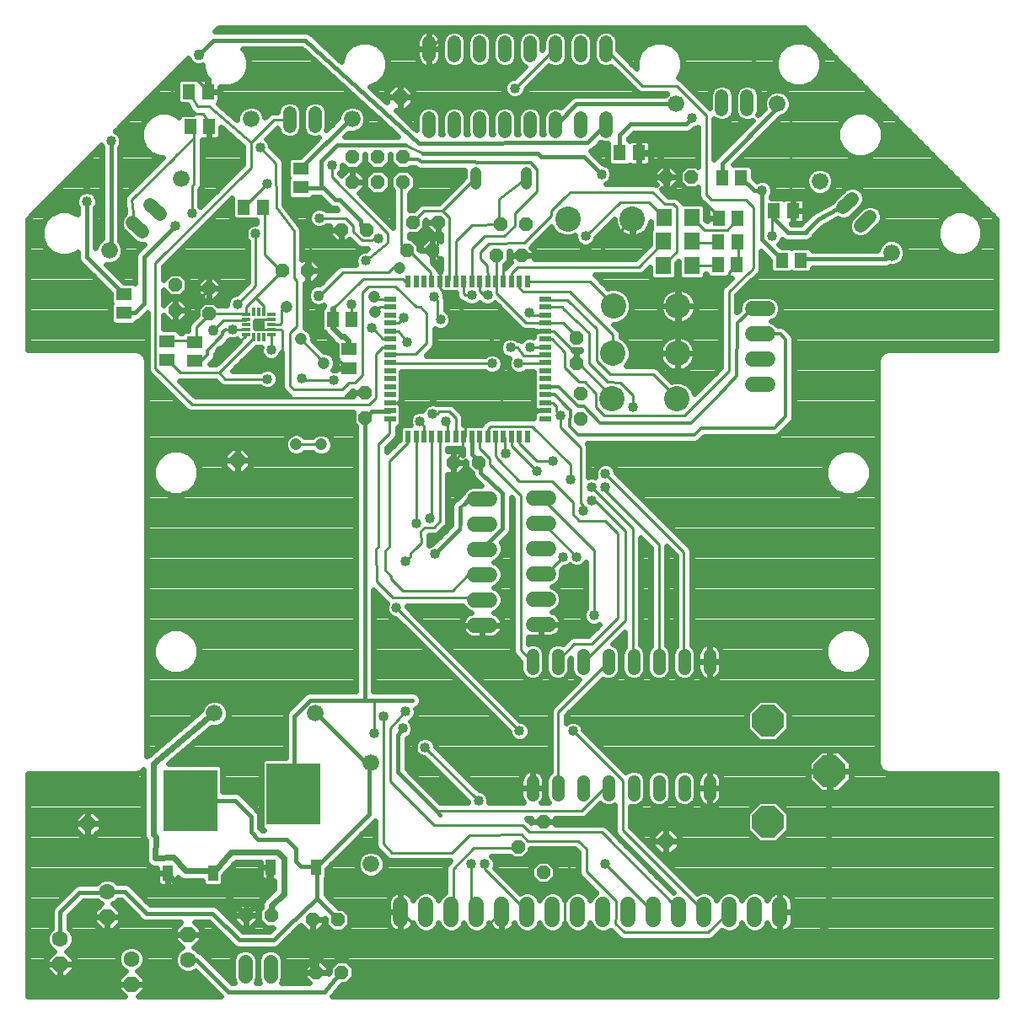
<source format=gtl>
G75*
%MOIN*%
%OFA0B0*%
%FSLAX25Y25*%
%IPPOS*%
%LPD*%
%AMOC8*
5,1,8,0,0,1.08239X$1,22.5*
%
%ADD10OC8,0.05200*%
%ADD11C,0.06600*%
%ADD12OC8,0.12400*%
%ADD13C,0.05200*%
%ADD14R,0.21260X0.24409*%
%ADD15R,0.03937X0.06299*%
%ADD16R,0.05118X0.05906*%
%ADD17R,0.05906X0.05118*%
%ADD18R,0.06299X0.07098*%
%ADD19R,0.01201X0.03201*%
%ADD20R,0.03201X0.01201*%
%ADD21C,0.06000*%
%ADD22R,0.02200X0.04700*%
%ADD23R,0.04700X0.02200*%
%ADD24C,0.05600*%
%ADD25C,0.04400*%
%ADD26OC8,0.05600*%
%ADD27C,0.10000*%
%ADD28OC8,0.06000*%
%ADD29OC8,0.06300*%
%ADD30C,0.06300*%
%ADD31C,0.05150*%
%ADD32C,0.01600*%
%ADD33C,0.01000*%
%ADD34C,0.04000*%
%ADD35C,0.01200*%
%ADD36C,0.02400*%
%ADD37C,0.04750*%
%ADD38C,0.04356*%
D10*
X0095566Y0048045D03*
X0105566Y0048045D03*
X0121901Y0046475D03*
X0131901Y0046475D03*
X0133491Y0025628D03*
X0123491Y0025628D03*
X0203224Y0075187D03*
X0213224Y0065187D03*
X0213224Y0085187D03*
X0187645Y0227203D03*
X0177645Y0227203D03*
X0142794Y0244963D03*
X0142794Y0254963D03*
X0120129Y0303140D03*
X0110129Y0303140D03*
X0133401Y0319226D03*
X0143401Y0319226D03*
X0159401Y0311250D03*
X0169401Y0311250D03*
X0171641Y0322333D03*
X0161641Y0322333D03*
X0196507Y0321404D03*
X0206507Y0321404D03*
X0204822Y0309030D03*
X0194822Y0309030D03*
X0226424Y0276636D03*
X0226424Y0266636D03*
X0228180Y0254498D03*
X0228180Y0244498D03*
X0261850Y0340167D03*
X0271850Y0340167D03*
X0081066Y0296116D03*
X0081066Y0286116D03*
X0067735Y0287538D03*
X0067735Y0297538D03*
D11*
X0041656Y0311128D03*
X0069941Y0339412D03*
X0097680Y0363022D03*
X0137680Y0363022D03*
X0265830Y0369171D03*
X0305830Y0369171D03*
X0322641Y0338487D03*
X0350925Y0310202D03*
X0145054Y0108423D03*
X0123212Y0128045D03*
X0083212Y0128045D03*
X0145054Y0068423D03*
D12*
X0302011Y0085163D03*
X0326511Y0105163D03*
X0302011Y0125163D03*
D13*
X0338701Y0320843D02*
X0342441Y0324456D01*
X0335495Y0331649D02*
X0331754Y0328037D01*
X0293854Y0366859D02*
X0293854Y0372059D01*
X0283854Y0372059D02*
X0283854Y0366859D01*
X0238003Y0363405D02*
X0238003Y0358205D01*
X0228003Y0358205D02*
X0228003Y0363405D01*
X0218003Y0363405D02*
X0218003Y0358205D01*
X0208003Y0358205D02*
X0208003Y0363405D01*
X0198003Y0363405D02*
X0198003Y0358205D01*
X0188003Y0358205D02*
X0188003Y0363405D01*
X0178003Y0363405D02*
X0178003Y0358205D01*
X0168003Y0358205D02*
X0168003Y0363405D01*
X0168003Y0388205D02*
X0168003Y0393405D01*
X0178003Y0393405D02*
X0178003Y0388205D01*
X0188003Y0388205D02*
X0188003Y0393405D01*
X0198003Y0393405D02*
X0198003Y0388205D01*
X0208003Y0388205D02*
X0208003Y0393405D01*
X0218003Y0393405D02*
X0218003Y0388205D01*
X0228003Y0388205D02*
X0228003Y0393405D01*
X0238003Y0393405D02*
X0238003Y0388205D01*
X0122932Y0365539D02*
X0122932Y0360339D01*
X0112932Y0360339D02*
X0112932Y0365539D01*
X0061560Y0325621D02*
X0057813Y0329227D01*
X0050879Y0322021D02*
X0054626Y0318415D01*
D14*
X0114444Y0096069D03*
X0073594Y0093632D03*
D15*
X0082570Y0064892D03*
X0064617Y0064892D03*
X0105468Y0067329D03*
X0123420Y0067329D03*
D16*
X0130007Y0283856D03*
X0137487Y0283856D03*
X0102287Y0328183D03*
X0094806Y0328183D03*
X0081121Y0360160D03*
X0073641Y0360160D03*
X0073121Y0373872D03*
X0080602Y0373872D03*
X0243546Y0349758D03*
X0251027Y0349758D03*
X0283991Y0339955D03*
X0291472Y0339955D03*
X0304527Y0326845D03*
X0312007Y0326845D03*
X0315109Y0307289D03*
X0307629Y0307289D03*
X0289802Y0305392D03*
X0282322Y0305392D03*
X0282483Y0314423D03*
X0289964Y0314423D03*
X0290165Y0323919D03*
X0282684Y0323919D03*
D17*
X0136409Y0272057D03*
X0136409Y0264577D03*
X0075267Y0267439D03*
X0075267Y0274919D03*
X0064413Y0275282D03*
X0064413Y0267801D03*
X0047318Y0286431D03*
X0047318Y0293912D03*
X0117255Y0336077D03*
X0117255Y0343557D03*
D18*
X0260928Y0324030D03*
X0260838Y0314699D03*
X0260814Y0305183D03*
X0272011Y0305183D03*
X0272035Y0314699D03*
X0272125Y0324030D03*
D19*
X0102613Y0286852D03*
X0100645Y0286852D03*
X0098676Y0286852D03*
X0098676Y0276813D03*
X0100645Y0276813D03*
X0102613Y0276813D03*
D20*
X0105665Y0277896D03*
X0105665Y0279864D03*
X0105665Y0281833D03*
X0105665Y0283801D03*
X0105665Y0285770D03*
X0095625Y0285770D03*
X0095625Y0283801D03*
X0095625Y0281833D03*
X0095625Y0279864D03*
X0095625Y0277896D03*
D21*
X0186066Y0212994D02*
X0192066Y0212994D01*
X0192066Y0202994D02*
X0186066Y0202994D01*
X0186066Y0192994D02*
X0192066Y0192994D01*
X0192066Y0182994D02*
X0186066Y0182994D01*
X0186066Y0172994D02*
X0192066Y0172994D01*
X0192066Y0162994D02*
X0186066Y0162994D01*
X0209259Y0163238D02*
X0215259Y0163238D01*
X0215259Y0173238D02*
X0209259Y0173238D01*
X0209259Y0183238D02*
X0215259Y0183238D01*
X0215259Y0193238D02*
X0209259Y0193238D01*
X0209259Y0203238D02*
X0215259Y0203238D01*
X0215259Y0213238D02*
X0209259Y0213238D01*
X0295889Y0258073D02*
X0301889Y0258073D01*
X0301889Y0268073D02*
X0295889Y0268073D01*
X0295889Y0278073D02*
X0301889Y0278073D01*
X0301889Y0288073D02*
X0295889Y0288073D01*
X0296834Y0052549D02*
X0296834Y0046549D01*
X0286834Y0046549D02*
X0286834Y0052549D01*
X0276834Y0052549D02*
X0276834Y0046549D01*
X0266834Y0046549D02*
X0266834Y0052549D01*
X0256834Y0052549D02*
X0256834Y0046549D01*
X0246834Y0046549D02*
X0246834Y0052549D01*
X0236834Y0052549D02*
X0236834Y0046549D01*
X0226834Y0046549D02*
X0226834Y0052549D01*
X0216834Y0052549D02*
X0216834Y0046549D01*
X0206834Y0046549D02*
X0206834Y0052549D01*
X0196834Y0052549D02*
X0196834Y0046549D01*
X0186834Y0046549D02*
X0186834Y0052549D01*
X0176834Y0052549D02*
X0176834Y0046549D01*
X0166834Y0046549D02*
X0166834Y0052549D01*
X0156834Y0052549D02*
X0156834Y0046549D01*
X0306834Y0046549D02*
X0306834Y0052549D01*
D22*
X0206980Y0237553D03*
X0203830Y0237553D03*
X0200680Y0237553D03*
X0197531Y0237553D03*
X0194381Y0237553D03*
X0191231Y0237553D03*
X0188082Y0237553D03*
X0184932Y0237553D03*
X0181783Y0237553D03*
X0178633Y0237553D03*
X0175483Y0237553D03*
X0172334Y0237553D03*
X0169184Y0237553D03*
X0166035Y0237553D03*
X0162885Y0237553D03*
X0159735Y0237553D03*
X0159735Y0298971D03*
X0162885Y0298971D03*
X0166035Y0298971D03*
X0169184Y0298971D03*
X0172334Y0298971D03*
X0175483Y0298971D03*
X0178633Y0298971D03*
X0181783Y0298971D03*
X0184932Y0298971D03*
X0188082Y0298971D03*
X0191231Y0298971D03*
X0194381Y0298971D03*
X0197531Y0298971D03*
X0200680Y0298971D03*
X0203830Y0298971D03*
X0206980Y0298971D03*
D23*
X0214066Y0291884D03*
X0214066Y0288734D03*
X0214066Y0285585D03*
X0214066Y0282435D03*
X0214066Y0279286D03*
X0214066Y0276136D03*
X0214066Y0272986D03*
X0214066Y0269837D03*
X0214066Y0266687D03*
X0214066Y0263538D03*
X0214066Y0260388D03*
X0214066Y0257238D03*
X0214066Y0254089D03*
X0214066Y0250939D03*
X0214066Y0247789D03*
X0214066Y0244640D03*
X0152649Y0244640D03*
X0152649Y0247789D03*
X0152649Y0250939D03*
X0152649Y0254089D03*
X0152649Y0257238D03*
X0152649Y0260388D03*
X0152649Y0263538D03*
X0152649Y0266687D03*
X0152649Y0269837D03*
X0152649Y0272986D03*
X0152649Y0276136D03*
X0152649Y0279286D03*
X0152649Y0282435D03*
X0152649Y0285585D03*
X0152649Y0288734D03*
X0152649Y0291884D03*
D24*
X0105361Y0029893D02*
X0105361Y0024293D01*
X0095361Y0024293D02*
X0095361Y0029893D01*
D25*
X0186468Y0337660D02*
X0186468Y0342060D01*
X0206468Y0342060D02*
X0206468Y0337660D01*
D26*
X0157716Y0338136D03*
X0157716Y0348136D03*
X0147716Y0348136D03*
X0147716Y0338136D03*
X0137716Y0338136D03*
X0137716Y0348136D03*
D27*
X0222893Y0323656D03*
X0248483Y0323656D03*
X0240905Y0289160D03*
X0240743Y0270459D03*
X0240546Y0252364D03*
X0266137Y0252364D03*
X0266334Y0270459D03*
X0266495Y0289160D03*
D28*
X0156617Y0371723D03*
X0092243Y0228108D03*
X0033106Y0084372D03*
X0261743Y0077498D03*
D29*
X0072641Y0040597D03*
X0050326Y0020978D03*
X0040818Y0047534D03*
X0022208Y0028817D03*
D30*
X0022208Y0038817D03*
X0040818Y0057534D03*
X0050326Y0030978D03*
X0072641Y0030597D03*
D31*
X0208980Y0095963D02*
X0208980Y0101112D01*
X0218980Y0101112D02*
X0218980Y0095963D01*
X0228980Y0095963D02*
X0228980Y0101112D01*
X0238980Y0101112D02*
X0238980Y0095963D01*
X0248980Y0095963D02*
X0248980Y0101112D01*
X0258980Y0101112D02*
X0258980Y0095963D01*
X0268980Y0095963D02*
X0268980Y0101112D01*
X0278980Y0101112D02*
X0278980Y0095963D01*
X0278980Y0145963D02*
X0278980Y0151112D01*
X0268980Y0151112D02*
X0268980Y0145963D01*
X0258980Y0145963D02*
X0258980Y0151112D01*
X0248980Y0151112D02*
X0248980Y0145963D01*
X0238980Y0145963D02*
X0238980Y0151112D01*
X0228980Y0151112D02*
X0228980Y0145963D01*
X0218980Y0145963D02*
X0218980Y0151112D01*
X0208980Y0151112D02*
X0208980Y0145963D01*
D32*
X0170253Y0191025D02*
X0180151Y0200864D01*
X0180263Y0202975D02*
X0180263Y0209502D01*
X0181901Y0210793D02*
X0183536Y0212429D01*
X0188527Y0223229D02*
X0197202Y0215294D01*
X0197146Y0201193D01*
X0189427Y0193529D01*
X0188527Y0223229D02*
X0188527Y0226829D01*
X0187645Y0227203D01*
X0187627Y0227729D02*
X0184927Y0230429D01*
X0184927Y0236729D01*
X0152527Y0247529D02*
X0145327Y0247529D01*
X0143527Y0245729D01*
X0142627Y0244829D02*
X0142627Y0133229D01*
X0121027Y0133229D01*
X0114727Y0126929D01*
X0114727Y0096329D01*
X0111613Y0078345D02*
X0100527Y0078345D01*
X0097629Y0081242D01*
X0097629Y0087211D01*
X0091327Y0093513D01*
X0091327Y0093629D02*
X0074227Y0093629D01*
X0047680Y0057534D02*
X0040818Y0057534D01*
X0040495Y0057211D01*
X0029869Y0057211D01*
X0022208Y0049549D01*
X0022208Y0038817D01*
X0047680Y0057534D02*
X0056314Y0048900D01*
X0082460Y0048900D01*
X0092885Y0038475D01*
X0106553Y0038475D01*
X0111552Y0043473D01*
X0109261Y0041318D01*
X0111552Y0043473D02*
X0123727Y0054929D01*
X0131827Y0046829D01*
X0123727Y0054929D02*
X0123727Y0066629D01*
X0123727Y0067529D02*
X0144427Y0088229D01*
X0144427Y0108029D01*
X0144427Y0108929D02*
X0142627Y0108929D01*
X0123727Y0127829D01*
X0142627Y0133229D02*
X0146251Y0133229D01*
X0161527Y0133229D01*
X0157631Y0122049D02*
X0155793Y0119395D01*
X0155793Y0104769D01*
X0171282Y0089019D01*
X0172386Y0087897D01*
X0122827Y0067529D02*
X0117427Y0067529D01*
X0115361Y0069594D01*
X0115448Y0069738D02*
X0115448Y0074510D01*
X0111613Y0078345D01*
X0076050Y0030597D02*
X0072641Y0030597D01*
X0076050Y0030597D02*
X0088684Y0017963D01*
X0126740Y0017963D01*
X0127819Y0019041D01*
X0132727Y0025229D01*
X0051657Y0286431D02*
X0047318Y0286431D01*
X0051657Y0286431D02*
X0055247Y0290022D01*
X0055247Y0301616D01*
X0055255Y0301624D01*
X0055255Y0308456D01*
X0067574Y0320775D01*
X0052753Y0320218D02*
X0051043Y0323821D01*
X0042342Y0311813D02*
X0042342Y0354419D01*
X0032688Y0330506D02*
X0032688Y0308541D01*
X0047318Y0293912D01*
X0041656Y0311128D02*
X0042342Y0311813D01*
X0117427Y0335729D02*
X0125527Y0335729D01*
X0125527Y0346529D01*
X0131827Y0352829D01*
X0158827Y0352829D01*
X0163957Y0353583D02*
X0119204Y0394211D01*
X0082676Y0394211D01*
X0077050Y0388585D01*
X0117427Y0343829D02*
X0137227Y0363629D01*
X0137680Y0363022D01*
X0163957Y0353583D02*
X0230827Y0353729D01*
X0237127Y0360029D01*
X0243483Y0356813D02*
X0243546Y0349758D01*
X0243483Y0356813D02*
X0244794Y0358171D01*
X0247684Y0361057D01*
X0249464Y0361089D01*
X0265661Y0361120D01*
X0269716Y0361120D01*
X0271995Y0363400D01*
X0265027Y0369029D02*
X0226327Y0369029D01*
X0218227Y0360929D01*
X0210908Y0349571D02*
X0165817Y0349535D01*
X0140909Y0323006D02*
X0132692Y0331223D01*
X0130924Y0331223D01*
X0126427Y0335729D01*
X0140909Y0323006D02*
X0140909Y0321247D01*
X0142627Y0319529D01*
X0210908Y0349571D02*
X0212311Y0348262D01*
X0229267Y0348278D01*
X0232043Y0345415D01*
X0236274Y0341309D01*
X0251027Y0349758D02*
X0255539Y0349679D01*
X0257606Y0349699D01*
X0257708Y0349679D01*
X0262342Y0345376D01*
X0262327Y0342204D01*
X0262327Y0335729D01*
X0283991Y0339955D02*
X0283991Y0345636D01*
X0305830Y0367475D01*
X0305830Y0369171D01*
X0291472Y0339955D02*
X0296598Y0334829D01*
X0299792Y0334829D01*
X0299753Y0315403D01*
X0307327Y0307829D01*
X0315427Y0307829D02*
X0348727Y0307829D01*
X0333624Y0329843D02*
X0322027Y0323514D01*
X0317393Y0318880D01*
X0317393Y0318628D01*
X0316889Y0318124D01*
X0310094Y0318124D01*
X0304527Y0323691D01*
X0304527Y0326845D01*
D33*
X0303727Y0326729D01*
X0303727Y0316829D01*
X0307327Y0307829D02*
X0307629Y0307289D01*
X0315109Y0307289D02*
X0315427Y0307829D01*
X0312007Y0326845D02*
X0311827Y0327629D01*
X0311827Y0331229D01*
X0310927Y0332129D01*
X0310027Y0333029D01*
X0310927Y0332129D02*
X0311033Y0371553D01*
X0284754Y0397931D01*
X0175362Y0397915D01*
X0169322Y0391871D01*
X0168727Y0391529D01*
X0168003Y0390805D01*
X0202027Y0375329D02*
X0217327Y0390629D01*
X0218003Y0390805D01*
X0238003Y0390805D02*
X0238027Y0390629D01*
X0252427Y0376229D01*
X0265927Y0376229D01*
X0277627Y0364529D01*
X0277706Y0333219D01*
X0279828Y0331097D01*
X0293460Y0331097D01*
X0296271Y0328286D01*
X0296271Y0304038D01*
X0295613Y0303380D01*
X0295613Y0303315D01*
X0294727Y0302429D01*
X0286665Y0294883D01*
X0286705Y0263606D01*
X0268961Y0245768D01*
X0238027Y0245729D01*
X0237422Y0245729D01*
X0234031Y0249120D01*
X0234031Y0254682D01*
X0233527Y0255213D01*
X0229724Y0259229D01*
X0227505Y0259229D01*
X0221870Y0264903D01*
X0221827Y0270929D01*
X0216620Y0276136D01*
X0214066Y0276136D01*
X0213727Y0279029D02*
X0214066Y0279286D01*
X0214627Y0279029D01*
X0217327Y0279029D01*
X0226327Y0270029D01*
X0226327Y0267329D01*
X0226424Y0266636D01*
X0227227Y0266429D01*
X0240727Y0252929D01*
X0240546Y0252364D01*
X0238866Y0259048D02*
X0243635Y0258985D01*
X0248827Y0253829D01*
X0248827Y0249329D01*
X0238866Y0259048D02*
X0231367Y0266547D01*
X0231371Y0278427D01*
X0221525Y0287848D01*
X0220639Y0288734D01*
X0214066Y0288734D01*
X0214627Y0291629D02*
X0214066Y0291884D01*
X0214627Y0291629D02*
X0222665Y0291629D01*
X0234250Y0280126D01*
X0234230Y0267628D01*
X0239648Y0262226D01*
X0256638Y0262198D01*
X0265927Y0252929D01*
X0266137Y0252364D01*
X0266334Y0270459D02*
X0266827Y0270929D01*
X0266827Y0288929D01*
X0266495Y0289160D01*
X0266827Y0289829D01*
X0274927Y0289829D01*
X0286627Y0301529D01*
X0286627Y0302429D01*
X0289327Y0305129D01*
X0289802Y0305392D01*
X0290227Y0306029D01*
X0290227Y0314129D01*
X0289964Y0314423D01*
X0286002Y0319222D02*
X0276933Y0319222D01*
X0272125Y0324030D01*
X0272227Y0324029D01*
X0265958Y0328149D02*
X0264688Y0329419D01*
X0261436Y0329419D01*
X0256546Y0334309D01*
X0254594Y0334309D01*
X0254145Y0334234D01*
X0253834Y0334230D01*
X0223924Y0334230D01*
X0221827Y0332129D01*
X0216427Y0326729D01*
X0216427Y0324929D01*
X0205578Y0314080D01*
X0191630Y0313781D01*
X0188429Y0310529D01*
X0188476Y0307931D01*
X0191176Y0305181D01*
X0191227Y0299729D01*
X0191231Y0298971D01*
X0188527Y0298829D02*
X0188082Y0298971D01*
X0188129Y0298923D01*
X0188129Y0295124D01*
X0189824Y0293429D01*
X0191227Y0293429D01*
X0194827Y0294329D02*
X0194827Y0298829D01*
X0194381Y0298971D01*
X0194827Y0299729D01*
X0194827Y0308729D01*
X0194822Y0309030D01*
X0197527Y0304561D02*
X0202003Y0309038D01*
X0204814Y0309038D01*
X0204822Y0309030D01*
X0205627Y0309629D01*
X0228127Y0309629D01*
X0234237Y0309649D01*
X0247927Y0323129D01*
X0248483Y0323656D01*
X0243780Y0330329D02*
X0255127Y0330329D01*
X0260527Y0324929D01*
X0260928Y0324030D01*
X0265958Y0328149D02*
X0265927Y0310529D01*
X0261427Y0306029D01*
X0260814Y0305183D01*
X0260527Y0314129D02*
X0250976Y0304582D01*
X0204307Y0304597D01*
X0203094Y0304597D01*
X0200661Y0302163D01*
X0200661Y0298990D01*
X0200680Y0298971D01*
X0201127Y0299729D01*
X0203830Y0298971D02*
X0203827Y0298829D01*
X0203827Y0296129D01*
X0205225Y0294825D01*
X0223881Y0294711D01*
X0240727Y0277881D01*
X0240727Y0270929D01*
X0240743Y0270459D01*
X0226424Y0276636D02*
X0226327Y0277229D01*
X0221063Y0282493D01*
X0213863Y0282493D01*
X0214066Y0282435D01*
X0213727Y0282629D01*
X0206527Y0282629D01*
X0194827Y0294329D01*
X0197531Y0298971D02*
X0197527Y0299729D01*
X0197527Y0304561D01*
X0206980Y0298971D02*
X0207427Y0298829D01*
X0231727Y0298829D01*
X0240727Y0289829D01*
X0240905Y0289160D01*
X0214066Y0285585D02*
X0213672Y0285435D01*
X0208751Y0285435D01*
X0207767Y0286419D01*
X0213727Y0279029D02*
X0201127Y0279029D01*
X0196627Y0274529D01*
X0193927Y0274529D01*
X0172327Y0296129D01*
X0172327Y0298829D01*
X0172334Y0298971D01*
X0172327Y0299729D01*
X0172327Y0307829D01*
X0169627Y0310529D01*
X0169401Y0311250D01*
X0169627Y0311429D01*
X0171427Y0313229D01*
X0171427Y0322229D01*
X0171641Y0322333D01*
X0175927Y0324029D02*
X0173227Y0326729D01*
X0185827Y0339329D01*
X0186468Y0339860D01*
X0195690Y0331633D02*
X0195727Y0322229D01*
X0196507Y0321404D01*
X0185093Y0321329D01*
X0178627Y0314914D01*
X0178627Y0299729D01*
X0178633Y0298971D01*
X0175927Y0299729D02*
X0175483Y0298971D01*
X0175927Y0299729D02*
X0175927Y0324029D01*
X0173227Y0326729D02*
X0166027Y0326729D01*
X0162427Y0323129D01*
X0161641Y0322333D01*
X0157027Y0313229D02*
X0158827Y0311429D01*
X0159401Y0311250D01*
X0159727Y0311429D01*
X0168727Y0302429D01*
X0168727Y0299729D01*
X0169184Y0298971D01*
X0170182Y0292952D02*
X0171413Y0291423D01*
X0171413Y0285041D01*
X0172615Y0283839D01*
X0167157Y0286349D02*
X0164810Y0288695D01*
X0163015Y0288695D01*
X0154798Y0296912D01*
X0144188Y0296912D01*
X0141727Y0294450D01*
X0141727Y0261929D01*
X0138674Y0258876D01*
X0136535Y0258876D01*
X0133818Y0256160D01*
X0114566Y0256160D01*
X0113058Y0257667D01*
X0113058Y0259884D01*
X0113027Y0259915D01*
X0113011Y0278494D01*
X0115818Y0281049D01*
X0115783Y0299133D01*
X0114735Y0300180D01*
X0114727Y0302429D01*
X0114577Y0318749D01*
X0107602Y0328249D01*
X0107527Y0345629D01*
X0101227Y0351929D01*
X0097627Y0353729D02*
X0080972Y0368202D01*
X0076244Y0368202D01*
X0073327Y0373529D01*
X0073121Y0373872D01*
X0070627Y0378929D02*
X0070558Y0378923D01*
X0068424Y0378923D01*
X0066499Y0376935D01*
X0066499Y0369530D01*
X0069476Y0366552D01*
X0070898Y0365131D01*
X0076170Y0365045D01*
X0078717Y0365049D01*
X0080157Y0363089D01*
X0081121Y0360160D01*
X0075127Y0360929D02*
X0073939Y0358381D01*
X0073641Y0360160D01*
X0075127Y0360929D02*
X0075036Y0355598D01*
X0067836Y0348398D01*
X0067354Y0348014D01*
X0050523Y0331182D01*
X0051066Y0326191D01*
X0051043Y0323821D01*
X0059827Y0306029D02*
X0097627Y0343829D01*
X0097627Y0353729D01*
X0106627Y0362729D01*
X0111127Y0362729D01*
X0111337Y0362939D01*
X0112932Y0362939D01*
X0118058Y0357601D02*
X0112050Y0351593D01*
X0112050Y0347770D01*
X0112027Y0347746D01*
X0112027Y0333212D01*
X0120956Y0324354D01*
X0121027Y0321329D01*
X0122827Y0319529D01*
X0121027Y0317729D01*
X0121027Y0303329D01*
X0120129Y0303140D01*
X0120137Y0302547D01*
X0120078Y0281051D01*
X0117405Y0276093D02*
X0125231Y0267797D01*
X0126413Y0266671D01*
X0130334Y0259684D02*
X0118536Y0259684D01*
X0117855Y0260365D01*
X0111720Y0254805D02*
X0113626Y0252841D01*
X0135716Y0252900D01*
X0137958Y0254788D01*
X0142627Y0254729D01*
X0142794Y0254963D01*
X0147127Y0252929D02*
X0144427Y0250229D01*
X0074227Y0250229D01*
X0059827Y0264629D01*
X0059827Y0306029D01*
X0074227Y0325829D02*
X0074227Y0336629D01*
X0075127Y0337529D01*
X0075036Y0355598D01*
X0081427Y0373529D02*
X0080602Y0373872D01*
X0080527Y0374429D01*
X0076027Y0378929D01*
X0070627Y0378929D01*
X0081427Y0373529D02*
X0107127Y0373529D01*
X0107157Y0373498D01*
X0115389Y0373498D01*
X0118058Y0370829D01*
X0118058Y0357601D01*
X0117427Y0343829D02*
X0117255Y0343557D01*
X0117255Y0336077D02*
X0117427Y0335729D01*
X0125527Y0335729D02*
X0126427Y0335729D01*
X0129627Y0340229D02*
X0129666Y0344729D01*
X0129627Y0340229D02*
X0151627Y0317729D01*
X0151627Y0314129D01*
X0142965Y0307023D01*
X0141953Y0299919D02*
X0157857Y0299919D01*
X0158806Y0298971D01*
X0159735Y0298971D01*
X0159809Y0299246D01*
X0156397Y0304144D02*
X0153594Y0304144D01*
X0151928Y0302478D01*
X0134027Y0302478D01*
X0124850Y0293337D01*
X0124279Y0293337D01*
X0130027Y0288029D02*
X0141327Y0299289D01*
X0141953Y0299919D01*
X0146539Y0292786D02*
X0147440Y0291884D01*
X0152649Y0291884D01*
X0152649Y0288734D02*
X0148708Y0288734D01*
X0146716Y0286837D01*
X0145292Y0280672D02*
X0147127Y0279029D01*
X0149827Y0276329D01*
X0152527Y0276329D01*
X0152649Y0276136D01*
X0152722Y0279212D02*
X0152649Y0279286D01*
X0152722Y0279212D02*
X0156021Y0279212D01*
X0159234Y0274933D01*
X0162774Y0270029D02*
X0153427Y0270029D01*
X0152649Y0269837D01*
X0152527Y0272729D02*
X0152649Y0272986D01*
X0152527Y0272729D02*
X0149827Y0272729D01*
X0147127Y0270029D01*
X0147127Y0252929D01*
X0152649Y0250939D02*
X0154246Y0250949D01*
X0176746Y0250949D01*
X0177504Y0250215D01*
X0178278Y0249324D01*
X0192720Y0249396D01*
X0194587Y0247529D01*
X0196627Y0247529D01*
X0196627Y0274529D01*
X0200227Y0272729D02*
X0202927Y0272729D01*
X0205487Y0269436D01*
X0212687Y0269436D01*
X0214066Y0269837D01*
X0213727Y0272729D02*
X0213451Y0273004D01*
X0208012Y0273004D01*
X0213727Y0272729D02*
X0214066Y0272986D01*
X0214066Y0266687D02*
X0213727Y0266429D01*
X0203512Y0266429D01*
X0193027Y0266429D02*
X0153427Y0266429D01*
X0152649Y0266687D01*
X0162774Y0270029D02*
X0167157Y0274412D01*
X0167157Y0286349D01*
X0158009Y0284675D02*
X0155964Y0282629D01*
X0153427Y0282629D01*
X0152649Y0282435D01*
X0137487Y0283856D02*
X0137393Y0283959D01*
X0137393Y0289864D01*
X0130027Y0284429D02*
X0130007Y0283856D01*
X0130027Y0283529D01*
X0136327Y0272729D02*
X0136409Y0272057D01*
X0136327Y0264629D02*
X0136409Y0264577D01*
X0143527Y0245729D02*
X0142794Y0244963D01*
X0142627Y0244829D01*
X0152527Y0243929D02*
X0152527Y0238943D01*
X0148157Y0234573D01*
X0148094Y0194007D01*
X0147194Y0193107D01*
X0147253Y0180277D01*
X0153801Y0173729D01*
X0188527Y0173729D01*
X0189066Y0172994D01*
X0188527Y0182729D02*
X0183474Y0182729D01*
X0177302Y0176557D01*
X0157728Y0176557D01*
X0153172Y0181112D01*
X0153172Y0182250D01*
X0150684Y0184738D01*
X0150639Y0190288D01*
X0150734Y0192370D01*
X0152285Y0193935D01*
X0152270Y0200755D01*
X0152239Y0227723D01*
X0159727Y0235210D01*
X0159727Y0236729D01*
X0159735Y0237553D01*
X0162885Y0237553D02*
X0162983Y0237207D01*
X0162983Y0203250D01*
X0164881Y0200057D02*
X0166503Y0201679D01*
X0169901Y0201679D01*
X0170220Y0201998D01*
X0172327Y0204065D01*
X0172327Y0236729D01*
X0172334Y0237553D01*
X0175287Y0237699D02*
X0175287Y0242620D01*
X0174842Y0243431D01*
X0178627Y0244829D02*
X0176072Y0247384D01*
X0171995Y0247384D01*
X0171223Y0246612D01*
X0169532Y0246612D01*
X0170601Y0246612D01*
X0164460Y0243679D02*
X0165936Y0241636D01*
X0165936Y0237699D01*
X0166035Y0237553D01*
X0168889Y0237207D02*
X0169184Y0237553D01*
X0168889Y0237207D02*
X0168889Y0205711D01*
X0168397Y0205219D01*
X0164881Y0200057D02*
X0164885Y0195518D01*
X0162645Y0193258D01*
X0160779Y0191408D01*
X0160780Y0189904D01*
X0158827Y0188129D01*
X0155109Y0169786D02*
X0203830Y0121065D01*
X0219086Y0128447D02*
X0238771Y0148132D01*
X0238980Y0148538D01*
X0229420Y0148624D02*
X0228980Y0148538D01*
X0229420Y0148624D02*
X0245661Y0164864D01*
X0245661Y0200297D01*
X0233850Y0212108D01*
X0232373Y0212108D01*
X0228928Y0210140D02*
X0227944Y0211124D01*
X0227944Y0233270D01*
X0220070Y0241144D01*
X0220070Y0245573D01*
X0220027Y0245729D01*
X0218389Y0247505D01*
X0218409Y0247525D01*
X0218409Y0249451D01*
X0216920Y0250939D01*
X0214066Y0250939D01*
X0214066Y0247789D02*
X0213727Y0247529D01*
X0196627Y0247529D01*
X0192511Y0241636D02*
X0208751Y0241636D01*
X0224007Y0226380D01*
X0224007Y0220475D01*
X0217117Y0227856D02*
X0210720Y0227856D01*
X0203830Y0234746D01*
X0203830Y0237553D01*
X0200877Y0237207D02*
X0200680Y0237553D01*
X0200877Y0237207D02*
X0200877Y0233762D01*
X0210720Y0223919D01*
X0216625Y0219982D02*
X0224991Y0211616D01*
X0224991Y0206695D01*
X0227452Y0204234D01*
X0237787Y0204234D01*
X0242708Y0199313D01*
X0242708Y0165849D01*
X0232373Y0155514D01*
X0225483Y0155514D01*
X0218594Y0148624D01*
X0218980Y0148538D01*
X0208980Y0148538D02*
X0208751Y0148624D01*
X0204322Y0153053D01*
X0204365Y0214286D01*
X0192019Y0226632D01*
X0192019Y0228841D01*
X0188082Y0232778D01*
X0188082Y0237553D01*
X0191231Y0237553D02*
X0191527Y0237699D01*
X0191527Y0240652D01*
X0192511Y0241636D01*
X0194381Y0237553D02*
X0194480Y0237207D01*
X0194480Y0229825D01*
X0194972Y0229333D01*
X0194972Y0228841D01*
X0203830Y0219982D01*
X0216625Y0219982D01*
X0212688Y0213093D02*
X0212259Y0213238D01*
X0212688Y0213093D02*
X0233357Y0192423D01*
X0233357Y0166833D01*
X0248613Y0148624D02*
X0248980Y0148538D01*
X0248613Y0148624D02*
X0248613Y0201282D01*
X0232373Y0217522D01*
X0237787Y0217522D02*
X0237787Y0216045D01*
X0258948Y0194884D01*
X0258948Y0148624D01*
X0258980Y0148538D01*
X0268791Y0148624D02*
X0268980Y0148538D01*
X0268791Y0148624D02*
X0268791Y0191931D01*
X0237787Y0222935D01*
X0228928Y0210140D02*
X0228928Y0208171D01*
X0213672Y0202758D02*
X0212688Y0202758D01*
X0212259Y0203238D01*
X0213672Y0202758D02*
X0226468Y0189963D01*
X0221054Y0189963D02*
X0214657Y0183565D01*
X0212688Y0183565D01*
X0212259Y0183238D01*
X0189066Y0182994D02*
X0188527Y0182729D01*
X0189066Y0192994D02*
X0189427Y0193529D01*
X0180151Y0200864D02*
X0180251Y0201703D01*
X0180263Y0209502D02*
X0181613Y0210793D01*
X0181901Y0210793D01*
X0183536Y0212429D02*
X0188527Y0212429D01*
X0189066Y0212994D01*
X0187645Y0227203D02*
X0187627Y0227729D01*
X0181327Y0231329D02*
X0177727Y0227729D01*
X0177645Y0227203D01*
X0181327Y0231329D02*
X0181327Y0236729D01*
X0181783Y0237553D01*
X0182227Y0237629D01*
X0182227Y0240329D01*
X0182259Y0245495D01*
X0177504Y0250215D01*
X0178627Y0244829D02*
X0178627Y0237629D01*
X0178633Y0237553D01*
X0175483Y0237553D02*
X0175287Y0237699D01*
X0184932Y0237553D02*
X0184927Y0236729D01*
X0197531Y0237553D02*
X0197924Y0237207D01*
X0197924Y0231301D01*
X0198417Y0230809D01*
X0152527Y0243929D02*
X0152649Y0244640D01*
X0152527Y0247529D02*
X0152649Y0247789D01*
X0125342Y0234400D02*
X0115487Y0234467D01*
X0111720Y0254805D02*
X0110762Y0254804D01*
X0110184Y0255023D01*
X0110184Y0279297D01*
X0109684Y0279797D01*
X0105731Y0279797D01*
X0105665Y0279864D01*
X0105704Y0279825D01*
X0105665Y0279864D02*
X0105606Y0279923D01*
X0102456Y0279923D01*
X0100550Y0281829D01*
X0100550Y0282069D01*
X0102283Y0283801D01*
X0105665Y0283801D01*
X0105665Y0281833D02*
X0105720Y0281778D01*
X0109039Y0281778D01*
X0109791Y0282530D01*
X0109791Y0287908D01*
X0110834Y0288951D01*
X0111554Y0288951D01*
X0105791Y0281837D02*
X0105665Y0281833D01*
X0105727Y0279929D02*
X0105665Y0279864D01*
X0105665Y0277896D02*
X0105665Y0276837D01*
X0105629Y0271801D01*
X0098527Y0276329D02*
X0098676Y0276813D01*
X0098527Y0276329D02*
X0085027Y0262829D01*
X0087518Y0260338D01*
X0104143Y0260338D01*
X0110762Y0254804D02*
X0089751Y0254770D01*
X0086991Y0254770D01*
X0085637Y0256124D01*
X0085027Y0262829D02*
X0069727Y0262829D01*
X0065227Y0267329D01*
X0064413Y0267801D01*
X0064413Y0275282D02*
X0065227Y0275429D01*
X0075127Y0275429D01*
X0075267Y0274919D01*
X0076027Y0275429D01*
X0076027Y0280829D01*
X0080527Y0285329D01*
X0081066Y0286116D01*
X0081427Y0286229D01*
X0094927Y0286229D01*
X0095625Y0285770D01*
X0095827Y0286229D01*
X0095827Y0288929D01*
X0099406Y0292508D01*
X0102613Y0289301D01*
X0102613Y0286852D01*
X0099406Y0292508D02*
X0109327Y0302429D01*
X0110129Y0303140D01*
X0109327Y0303329D01*
X0103027Y0309629D01*
X0103027Y0327629D01*
X0102287Y0328183D01*
X0094927Y0328529D02*
X0103927Y0337529D01*
X0094927Y0328529D02*
X0094806Y0328183D01*
X0099427Y0317729D02*
X0099427Y0297029D01*
X0092227Y0289829D01*
X0092787Y0283679D02*
X0086767Y0283644D01*
X0082783Y0279624D01*
X0087727Y0279929D02*
X0090427Y0279929D01*
X0094927Y0279929D01*
X0095625Y0279864D01*
X0095625Y0277896D02*
X0095625Y0277565D01*
X0089519Y0271459D01*
X0085885Y0271459D01*
X0085763Y0271337D01*
X0076999Y0266493D02*
X0075267Y0267439D01*
X0072835Y0287538D02*
X0067735Y0287538D01*
X0072835Y0287538D02*
X0080527Y0295229D01*
X0081066Y0296116D01*
X0092787Y0283679D02*
X0095503Y0283679D01*
X0095625Y0283801D01*
X0122827Y0319529D02*
X0132727Y0319529D01*
X0133401Y0319226D01*
X0138127Y0318629D02*
X0138127Y0320082D01*
X0138117Y0320384D01*
X0138117Y0320817D01*
X0135082Y0323852D01*
X0134632Y0323852D01*
X0134565Y0323920D01*
X0124709Y0323963D01*
X0138127Y0318629D02*
X0141727Y0315029D01*
X0145327Y0315029D01*
X0146227Y0315929D01*
X0148027Y0315929D01*
X0143401Y0319226D02*
X0142627Y0319529D01*
X0157027Y0313229D02*
X0157027Y0337529D01*
X0157716Y0338136D01*
X0157927Y0347429D02*
X0157716Y0348136D01*
X0158827Y0352829D02*
X0165817Y0349535D01*
X0195690Y0331633D02*
X0205627Y0339329D01*
X0206468Y0339860D01*
X0210879Y0343081D02*
X0210875Y0334578D01*
X0202027Y0325829D01*
X0202003Y0320943D01*
X0197791Y0316852D01*
X0189982Y0316829D01*
X0185076Y0311923D01*
X0184927Y0299729D01*
X0184932Y0298971D01*
X0182227Y0298829D02*
X0181783Y0298971D01*
X0181791Y0298963D01*
X0181791Y0294049D01*
X0182411Y0293429D01*
X0184927Y0293429D01*
X0229927Y0316829D02*
X0230729Y0317431D01*
X0243780Y0330329D01*
X0260838Y0314699D02*
X0260527Y0314129D01*
X0272035Y0314699D02*
X0272227Y0314129D01*
X0282127Y0314129D01*
X0282483Y0314423D01*
X0286002Y0319222D02*
X0289327Y0323129D01*
X0290165Y0323919D01*
X0281015Y0326160D02*
X0276889Y0330286D01*
X0274096Y0330286D01*
X0272427Y0331955D01*
X0264393Y0331955D01*
X0262327Y0334021D01*
X0262327Y0334829D01*
X0261850Y0340167D01*
X0262327Y0335729D01*
X0238003Y0360805D02*
X0237127Y0360029D01*
X0218227Y0360929D02*
X0218003Y0360805D01*
X0265027Y0369029D02*
X0265830Y0369171D01*
X0272011Y0305183D02*
X0272227Y0305129D01*
X0282127Y0305129D01*
X0282322Y0305392D01*
X0348727Y0307829D02*
X0350527Y0309629D01*
X0350925Y0310202D01*
X0219086Y0128447D02*
X0219086Y0098919D01*
X0218980Y0098538D01*
X0228436Y0089569D02*
X0171842Y0089569D01*
X0171282Y0089019D01*
X0170168Y0083730D02*
X0204932Y0083754D01*
X0207657Y0081029D01*
X0236227Y0081029D01*
X0266827Y0050429D01*
X0266834Y0049549D01*
X0276665Y0049707D02*
X0276834Y0049549D01*
X0276665Y0049707D02*
X0244676Y0081695D01*
X0244676Y0101380D01*
X0224991Y0121065D01*
X0237294Y0098427D02*
X0228436Y0089569D01*
X0226938Y0077674D02*
X0230235Y0074376D01*
X0230235Y0065562D01*
X0241688Y0054109D01*
X0241901Y0053971D01*
X0241901Y0048097D01*
X0241960Y0048038D01*
X0241842Y0045041D01*
X0241842Y0044814D01*
X0245227Y0041429D01*
X0278527Y0041429D01*
X0286627Y0049529D01*
X0286834Y0049549D01*
X0256834Y0049549D02*
X0256487Y0049707D01*
X0237787Y0068408D01*
X0226938Y0077674D02*
X0206957Y0077674D01*
X0204586Y0080045D01*
X0187580Y0080008D01*
X0187743Y0080002D01*
X0184003Y0080002D01*
X0176983Y0072967D01*
X0153476Y0072941D01*
X0149987Y0076442D01*
X0149972Y0126826D01*
X0152571Y0122337D02*
X0152630Y0101204D01*
X0170168Y0083730D01*
X0185827Y0074729D02*
X0177727Y0066629D01*
X0177727Y0050429D01*
X0176834Y0049549D01*
X0184637Y0051675D02*
X0186606Y0049707D01*
X0186834Y0049549D01*
X0184637Y0051675D02*
X0184637Y0068408D01*
X0190050Y0068408D02*
X0190050Y0066439D01*
X0206783Y0049707D01*
X0206834Y0049549D01*
X0196834Y0049549D02*
X0196627Y0049529D01*
X0188527Y0041429D01*
X0165127Y0041429D01*
X0157027Y0049529D01*
X0156834Y0049549D01*
X0133491Y0025628D02*
X0132727Y0025229D01*
X0122827Y0026129D02*
X0121927Y0027029D01*
X0121927Y0045929D02*
X0121901Y0046475D01*
X0131827Y0046829D02*
X0131901Y0046475D01*
X0123727Y0066629D02*
X0123420Y0067329D01*
X0123727Y0067529D01*
X0123420Y0067329D02*
X0122827Y0067529D01*
X0105468Y0067329D02*
X0104827Y0066629D01*
X0105727Y0048629D02*
X0105566Y0048045D01*
X0095827Y0048629D02*
X0095566Y0048045D01*
X0094927Y0048629D01*
X0082570Y0064892D02*
X0083227Y0065729D01*
X0082327Y0065729D02*
X0082570Y0064892D01*
X0065227Y0064829D02*
X0064617Y0064892D01*
X0073594Y0093632D02*
X0074227Y0093629D01*
X0082327Y0127829D02*
X0083212Y0128045D01*
X0114444Y0096069D02*
X0114727Y0096329D01*
X0144427Y0108029D02*
X0145054Y0108423D01*
X0144427Y0108929D01*
X0146251Y0120081D02*
X0146251Y0133229D01*
X0152571Y0122337D02*
X0158827Y0128703D01*
X0166428Y0114667D02*
X0187590Y0093506D01*
X0185827Y0074729D02*
X0202927Y0074729D01*
X0203224Y0075187D01*
X0223417Y0071057D02*
X0223417Y0056892D01*
X0221846Y0055321D01*
X0221846Y0037571D01*
X0221931Y0037486D01*
X0237294Y0098427D02*
X0238771Y0098427D01*
X0238980Y0098538D01*
X0326227Y0104429D02*
X0326511Y0105163D01*
X0123727Y0127829D02*
X0123212Y0128045D01*
D34*
X0146251Y0120081D03*
X0149972Y0126826D03*
X0157631Y0122049D03*
X0158827Y0128703D03*
X0166428Y0114667D03*
X0187590Y0093506D03*
X0190050Y0068408D03*
X0184637Y0068408D03*
X0223417Y0071057D03*
X0237787Y0068408D03*
X0224991Y0121065D03*
X0203830Y0121065D03*
X0233357Y0166833D03*
X0226468Y0189963D03*
X0221054Y0189963D03*
X0228928Y0208171D03*
X0232373Y0212108D03*
X0232373Y0217522D03*
X0237787Y0217522D03*
X0237787Y0222935D03*
X0224007Y0220475D03*
X0217117Y0227856D03*
X0210720Y0223919D03*
X0198417Y0230809D03*
X0220027Y0245729D03*
X0203512Y0266429D03*
X0200227Y0272729D03*
X0193027Y0266429D03*
X0208012Y0273004D03*
X0207767Y0286419D03*
X0191227Y0293429D03*
X0184927Y0293429D03*
X0170182Y0292952D03*
X0172615Y0283839D03*
X0158009Y0284675D03*
X0159234Y0274933D03*
X0145292Y0280672D03*
X0137393Y0289864D03*
X0142965Y0307023D03*
X0148027Y0315929D03*
X0124709Y0323963D03*
X0129666Y0344729D03*
X0103927Y0337529D03*
X0101227Y0351929D03*
X0074227Y0325829D03*
X0067574Y0320775D03*
X0092227Y0289829D03*
X0090427Y0279929D03*
X0105629Y0271801D03*
X0104143Y0260338D03*
X0117855Y0260365D03*
X0130334Y0259684D03*
X0164460Y0243679D03*
X0169532Y0246612D03*
X0174842Y0243431D03*
X0168397Y0205219D03*
X0162983Y0203250D03*
X0170253Y0191025D03*
X0158827Y0188129D03*
X0155109Y0169786D03*
X0248827Y0249329D03*
X0229927Y0316829D03*
X0236274Y0341309D03*
X0271995Y0363400D03*
X0299792Y0334829D03*
X0310027Y0333029D03*
X0303727Y0316829D03*
X0202027Y0375329D03*
X0099427Y0317729D03*
X0042342Y0354419D03*
X0032688Y0330506D03*
D35*
X0086487Y0278796D02*
X0087727Y0279929D01*
X0086487Y0278796D02*
X0086491Y0277738D01*
X0083302Y0274573D01*
X0080334Y0271608D01*
X0080368Y0269788D01*
X0076999Y0266493D01*
X0120078Y0281051D02*
X0121116Y0279929D01*
X0124483Y0276561D01*
X0129208Y0276561D01*
X0130302Y0275486D01*
X0130263Y0272203D01*
X0130263Y0271616D01*
X0131523Y0269943D01*
X0131523Y0269388D01*
X0131562Y0267852D01*
X0136409Y0264577D01*
X0180263Y0202975D02*
X0180251Y0201703D01*
X0223854Y0241404D02*
X0223909Y0247711D01*
X0221200Y0250526D01*
X0221885Y0249789D01*
X0217570Y0254104D01*
X0214082Y0254104D01*
X0214066Y0254089D01*
X0214066Y0257238D02*
X0219294Y0257238D01*
X0223302Y0253223D01*
X0227082Y0249443D01*
X0229243Y0249443D01*
X0235881Y0242801D01*
X0270247Y0242801D01*
X0271661Y0242797D01*
X0282704Y0253849D01*
X0289857Y0261435D01*
X0289897Y0282510D01*
X0296007Y0288018D01*
X0298834Y0288018D01*
X0298889Y0288073D01*
X0298889Y0278073D02*
X0306909Y0278073D01*
X0309129Y0275852D01*
X0309129Y0245475D01*
X0304574Y0240919D01*
X0275633Y0240919D01*
X0272999Y0238286D01*
X0227039Y0238286D01*
X0223854Y0241404D01*
X0210879Y0343081D02*
X0210879Y0343343D01*
X0208247Y0346006D01*
X0164956Y0346223D01*
X0163873Y0347313D01*
X0158609Y0347242D01*
X0157716Y0348136D01*
X0091327Y0093629D02*
X0091327Y0093513D01*
X0115361Y0069652D02*
X0115361Y0069594D01*
X0115361Y0069652D02*
X0115448Y0069738D01*
D36*
X0009227Y0104054D02*
X0009227Y0016029D01*
X0047710Y0016029D01*
X0044976Y0018762D01*
X0044976Y0020978D01*
X0050326Y0020978D01*
X0050326Y0020979D01*
X0050326Y0020978D01*
X0055676Y0020978D01*
X0055676Y0018762D01*
X0052942Y0016029D01*
X0085668Y0016029D01*
X0075646Y0026051D01*
X0073705Y0025247D01*
X0071577Y0025247D01*
X0069610Y0026061D01*
X0068105Y0027566D01*
X0067291Y0029532D01*
X0067291Y0031661D01*
X0068105Y0033627D01*
X0069610Y0035132D01*
X0070267Y0035404D01*
X0067291Y0038381D01*
X0067291Y0040596D01*
X0072641Y0040596D01*
X0072641Y0040597D01*
X0077991Y0040597D01*
X0077991Y0042813D01*
X0075404Y0045400D01*
X0081010Y0045400D01*
X0089918Y0036492D01*
X0090902Y0035507D01*
X0092189Y0034975D01*
X0107250Y0034975D01*
X0108536Y0035507D01*
X0113989Y0040960D01*
X0114457Y0041401D01*
X0117409Y0044178D01*
X0119913Y0041675D01*
X0121901Y0041675D01*
X0123889Y0041675D01*
X0126701Y0044486D01*
X0126701Y0046474D01*
X0121901Y0046474D01*
X0121901Y0041675D01*
X0121901Y0046474D01*
X0121901Y0046474D01*
X0121901Y0046475D01*
X0126701Y0046475D01*
X0126701Y0047005D01*
X0127101Y0046605D01*
X0127101Y0044486D01*
X0129913Y0041675D01*
X0133889Y0041675D01*
X0136701Y0044486D01*
X0136701Y0048463D01*
X0133889Y0051275D01*
X0132331Y0051275D01*
X0127227Y0056379D01*
X0127227Y0062906D01*
X0127589Y0063268D01*
X0127589Y0066441D01*
X0146785Y0085637D01*
X0146787Y0076440D01*
X0146786Y0075811D01*
X0146788Y0075808D01*
X0146788Y0075805D01*
X0147031Y0075218D01*
X0147272Y0074634D01*
X0147274Y0074632D01*
X0147275Y0074629D01*
X0147724Y0074180D01*
X0150764Y0071130D01*
X0150765Y0071126D01*
X0151214Y0070679D01*
X0151659Y0070232D01*
X0151663Y0070230D01*
X0151667Y0070227D01*
X0152251Y0069985D01*
X0152834Y0069743D01*
X0152839Y0069743D01*
X0152843Y0069741D01*
X0153475Y0069741D01*
X0154107Y0069740D01*
X0154112Y0069742D01*
X0176338Y0069766D01*
X0175914Y0069342D01*
X0175014Y0068441D01*
X0174527Y0067265D01*
X0174527Y0057222D01*
X0173888Y0056958D01*
X0172426Y0055495D01*
X0171834Y0054066D01*
X0171242Y0055495D01*
X0169779Y0056958D01*
X0167868Y0057749D01*
X0165800Y0057749D01*
X0163888Y0056958D01*
X0162426Y0055495D01*
X0161820Y0054032D01*
X0161653Y0054545D01*
X0161281Y0055275D01*
X0160800Y0055937D01*
X0160221Y0056516D01*
X0159559Y0056997D01*
X0158830Y0057368D01*
X0158052Y0057621D01*
X0157243Y0057749D01*
X0156834Y0057749D01*
X0156834Y0049549D01*
X0156834Y0041349D01*
X0157243Y0041349D01*
X0158052Y0041477D01*
X0158830Y0041730D01*
X0159559Y0042102D01*
X0160221Y0042583D01*
X0160800Y0043162D01*
X0161281Y0043824D01*
X0161653Y0044553D01*
X0161820Y0045066D01*
X0162426Y0043604D01*
X0163888Y0042141D01*
X0165800Y0041349D01*
X0167868Y0041349D01*
X0169779Y0042141D01*
X0171242Y0043604D01*
X0171834Y0045032D01*
X0172426Y0043604D01*
X0173888Y0042141D01*
X0175800Y0041349D01*
X0177868Y0041349D01*
X0179779Y0042141D01*
X0181242Y0043604D01*
X0181834Y0045032D01*
X0182426Y0043604D01*
X0183888Y0042141D01*
X0185800Y0041349D01*
X0187868Y0041349D01*
X0189779Y0042141D01*
X0191242Y0043604D01*
X0191848Y0045066D01*
X0192015Y0044553D01*
X0192386Y0043824D01*
X0192868Y0043162D01*
X0193446Y0042583D01*
X0194108Y0042102D01*
X0194838Y0041730D01*
X0195616Y0041477D01*
X0196425Y0041349D01*
X0196834Y0041349D01*
X0197243Y0041349D01*
X0198052Y0041477D01*
X0198830Y0041730D01*
X0199559Y0042102D01*
X0200221Y0042583D01*
X0200800Y0043162D01*
X0201281Y0043824D01*
X0201653Y0044553D01*
X0201820Y0045066D01*
X0202426Y0043604D01*
X0203888Y0042141D01*
X0205800Y0041349D01*
X0207868Y0041349D01*
X0209779Y0042141D01*
X0211242Y0043604D01*
X0211834Y0045032D01*
X0212426Y0043604D01*
X0213888Y0042141D01*
X0215800Y0041349D01*
X0217868Y0041349D01*
X0219779Y0042141D01*
X0221242Y0043604D01*
X0221834Y0045032D01*
X0222426Y0043604D01*
X0223888Y0042141D01*
X0225800Y0041349D01*
X0227868Y0041349D01*
X0229779Y0042141D01*
X0231242Y0043604D01*
X0231834Y0045032D01*
X0232426Y0043604D01*
X0233888Y0042141D01*
X0235800Y0041349D01*
X0237868Y0041349D01*
X0239779Y0042141D01*
X0239884Y0042246D01*
X0242514Y0039616D01*
X0243414Y0038716D01*
X0244590Y0038229D01*
X0279163Y0038229D01*
X0280339Y0038716D01*
X0283826Y0042203D01*
X0283888Y0042141D01*
X0285800Y0041349D01*
X0287868Y0041349D01*
X0289779Y0042141D01*
X0291242Y0043604D01*
X0291834Y0045032D01*
X0292426Y0043604D01*
X0293888Y0042141D01*
X0295800Y0041349D01*
X0297868Y0041349D01*
X0299779Y0042141D01*
X0301242Y0043604D01*
X0301848Y0045066D01*
X0302015Y0044553D01*
X0302386Y0043824D01*
X0302868Y0043162D01*
X0303446Y0042583D01*
X0304108Y0042102D01*
X0304838Y0041730D01*
X0305616Y0041477D01*
X0306425Y0041349D01*
X0306834Y0041349D01*
X0307243Y0041349D01*
X0308052Y0041477D01*
X0308830Y0041730D01*
X0309559Y0042102D01*
X0310221Y0042583D01*
X0310800Y0043162D01*
X0311281Y0043824D01*
X0311653Y0044553D01*
X0311906Y0045332D01*
X0312034Y0046140D01*
X0312034Y0049549D01*
X0306834Y0049549D01*
X0306834Y0041349D01*
X0306834Y0049549D01*
X0306834Y0049549D01*
X0306834Y0049549D01*
X0312034Y0049549D01*
X0312034Y0052959D01*
X0311906Y0053767D01*
X0311653Y0054545D01*
X0311281Y0055275D01*
X0310800Y0055937D01*
X0310221Y0056516D01*
X0309559Y0056997D01*
X0308830Y0057368D01*
X0308052Y0057621D01*
X0307243Y0057749D01*
X0306834Y0057749D01*
X0306834Y0049549D01*
X0306834Y0049549D01*
X0306834Y0057749D01*
X0306425Y0057749D01*
X0305616Y0057621D01*
X0304838Y0057368D01*
X0304108Y0056997D01*
X0303446Y0056516D01*
X0302868Y0055937D01*
X0302386Y0055275D01*
X0302015Y0054545D01*
X0301848Y0054032D01*
X0301242Y0055495D01*
X0299779Y0056958D01*
X0297868Y0057749D01*
X0295800Y0057749D01*
X0293888Y0056958D01*
X0292426Y0055495D01*
X0291834Y0054066D01*
X0291242Y0055495D01*
X0289779Y0056958D01*
X0287868Y0057749D01*
X0285800Y0057749D01*
X0283888Y0056958D01*
X0282426Y0055495D01*
X0281834Y0054066D01*
X0281242Y0055495D01*
X0279779Y0056958D01*
X0277868Y0057749D01*
X0275800Y0057749D01*
X0273924Y0056973D01*
X0247876Y0083020D01*
X0247876Y0091251D01*
X0248030Y0091188D01*
X0249929Y0091188D01*
X0251684Y0091915D01*
X0253027Y0093258D01*
X0253754Y0095013D01*
X0253754Y0102062D01*
X0253027Y0103817D01*
X0251684Y0105160D01*
X0249929Y0105887D01*
X0248030Y0105887D01*
X0246275Y0105160D01*
X0245848Y0104734D01*
X0229191Y0121391D01*
X0229191Y0121901D01*
X0228552Y0123444D01*
X0227370Y0124626D01*
X0225827Y0125265D01*
X0224156Y0125265D01*
X0222612Y0124626D01*
X0222286Y0124299D01*
X0222286Y0127121D01*
X0236844Y0141679D01*
X0238030Y0141188D01*
X0239929Y0141188D01*
X0241684Y0141915D01*
X0243027Y0143258D01*
X0243754Y0145013D01*
X0243754Y0152062D01*
X0243027Y0153817D01*
X0241684Y0155160D01*
X0240834Y0155512D01*
X0245413Y0160092D01*
X0245413Y0154299D01*
X0244932Y0153817D01*
X0244205Y0152062D01*
X0244205Y0145013D01*
X0244932Y0143258D01*
X0246275Y0141915D01*
X0248030Y0141188D01*
X0249929Y0141188D01*
X0251684Y0141915D01*
X0253027Y0143258D01*
X0253754Y0145013D01*
X0253754Y0152062D01*
X0253027Y0153817D01*
X0251813Y0155031D01*
X0251813Y0197493D01*
X0255748Y0193558D01*
X0255748Y0154633D01*
X0254932Y0153817D01*
X0254205Y0152062D01*
X0254205Y0145013D01*
X0254932Y0143258D01*
X0256275Y0141915D01*
X0258030Y0141188D01*
X0259929Y0141188D01*
X0261684Y0141915D01*
X0263027Y0143258D01*
X0263754Y0145013D01*
X0263754Y0152062D01*
X0263027Y0153817D01*
X0262148Y0154696D01*
X0262148Y0194048D01*
X0265591Y0190606D01*
X0265591Y0154476D01*
X0264932Y0153817D01*
X0264205Y0152062D01*
X0264205Y0145013D01*
X0264932Y0143258D01*
X0266275Y0141915D01*
X0268030Y0141188D01*
X0269929Y0141188D01*
X0271684Y0141915D01*
X0273027Y0143258D01*
X0273754Y0145013D01*
X0273754Y0152062D01*
X0273027Y0153817D01*
X0271991Y0154854D01*
X0271991Y0192568D01*
X0271503Y0193744D01*
X0270603Y0194644D01*
X0241987Y0223261D01*
X0241987Y0223771D01*
X0241347Y0225314D01*
X0240166Y0226496D01*
X0238622Y0227135D01*
X0236951Y0227135D01*
X0235408Y0226496D01*
X0234226Y0225314D01*
X0233587Y0223771D01*
X0233587Y0222100D01*
X0233854Y0221454D01*
X0233209Y0221722D01*
X0231538Y0221722D01*
X0231144Y0221559D01*
X0231144Y0233906D01*
X0230697Y0234986D01*
X0273656Y0234986D01*
X0274869Y0235488D01*
X0277000Y0237619D01*
X0305230Y0237619D01*
X0306443Y0238122D01*
X0307372Y0239050D01*
X0311927Y0243605D01*
X0312429Y0244818D01*
X0312429Y0276509D01*
X0311927Y0277722D01*
X0310998Y0278650D01*
X0308778Y0280871D01*
X0307565Y0281373D01*
X0305943Y0281373D01*
X0304835Y0282481D01*
X0303406Y0283073D01*
X0304835Y0283665D01*
X0306297Y0285127D01*
X0307089Y0287039D01*
X0307089Y0289107D01*
X0306297Y0291019D01*
X0304835Y0292481D01*
X0302923Y0293273D01*
X0294855Y0293273D01*
X0292943Y0292481D01*
X0291481Y0291019D01*
X0290689Y0289107D01*
X0290689Y0287667D01*
X0289875Y0286933D01*
X0289867Y0293497D01*
X0296489Y0299695D01*
X0296539Y0299716D01*
X0296952Y0300129D01*
X0297378Y0300528D01*
X0297401Y0300577D01*
X0297426Y0300603D01*
X0298326Y0301503D01*
X0298372Y0301613D01*
X0298984Y0302225D01*
X0299471Y0303401D01*
X0299471Y0310735D01*
X0302870Y0307336D01*
X0302870Y0303425D01*
X0304159Y0302137D01*
X0311099Y0302137D01*
X0311369Y0302407D01*
X0311639Y0302137D01*
X0318580Y0302137D01*
X0319868Y0303425D01*
X0319868Y0304329D01*
X0349423Y0304329D01*
X0350325Y0304702D01*
X0352019Y0304702D01*
X0354040Y0305540D01*
X0355587Y0307087D01*
X0356425Y0309108D01*
X0356425Y0311296D01*
X0355587Y0313318D01*
X0354040Y0314865D01*
X0352019Y0315702D01*
X0349831Y0315702D01*
X0347809Y0314865D01*
X0346262Y0313318D01*
X0345438Y0311329D01*
X0319693Y0311329D01*
X0318580Y0312442D01*
X0311639Y0312442D01*
X0311369Y0312172D01*
X0311099Y0312442D01*
X0307663Y0312442D01*
X0306471Y0313634D01*
X0307287Y0314450D01*
X0307736Y0315532D01*
X0308111Y0315157D01*
X0309398Y0314624D01*
X0317585Y0314624D01*
X0318872Y0315157D01*
X0319375Y0315661D01*
X0320360Y0316645D01*
X0320538Y0317076D01*
X0324145Y0320683D01*
X0329681Y0323704D01*
X0330716Y0323254D01*
X0332625Y0323221D01*
X0334402Y0323921D01*
X0339516Y0328859D01*
X0340277Y0330611D01*
X0340311Y0332520D01*
X0339611Y0334297D01*
X0338284Y0335670D01*
X0336533Y0336432D01*
X0334624Y0336465D01*
X0332847Y0335765D01*
X0327733Y0330826D01*
X0327612Y0330549D01*
X0320514Y0326676D01*
X0320044Y0326481D01*
X0319908Y0326345D01*
X0319739Y0326253D01*
X0319420Y0325856D01*
X0316620Y0323057D01*
X0316766Y0323602D01*
X0316766Y0326765D01*
X0312087Y0326765D01*
X0312087Y0326924D01*
X0316766Y0326924D01*
X0316766Y0330087D01*
X0316616Y0330647D01*
X0316327Y0331148D01*
X0315917Y0331558D01*
X0315415Y0331847D01*
X0314856Y0331997D01*
X0312087Y0331997D01*
X0312087Y0326924D01*
X0311928Y0326924D01*
X0311928Y0331997D01*
X0309158Y0331997D01*
X0308599Y0331847D01*
X0308312Y0331682D01*
X0307997Y0331997D01*
X0303286Y0331997D01*
X0303287Y0332384D01*
X0303353Y0332450D01*
X0303992Y0333993D01*
X0303992Y0335664D01*
X0303353Y0337208D01*
X0302171Y0338389D01*
X0300628Y0339029D01*
X0298957Y0339029D01*
X0297819Y0338557D01*
X0296231Y0340146D01*
X0296231Y0343819D01*
X0294942Y0345108D01*
X0288413Y0345108D01*
X0307014Y0363709D01*
X0308945Y0364509D01*
X0310493Y0366056D01*
X0311330Y0368077D01*
X0311330Y0370265D01*
X0310493Y0372287D01*
X0308945Y0373834D01*
X0306924Y0374671D01*
X0304736Y0374671D01*
X0302714Y0373834D01*
X0301167Y0372287D01*
X0300330Y0370265D01*
X0300330Y0368077D01*
X0300668Y0367262D01*
X0298190Y0364784D01*
X0298654Y0365904D01*
X0298654Y0373014D01*
X0297923Y0374778D01*
X0296573Y0376128D01*
X0294808Y0376859D01*
X0292899Y0376859D01*
X0291135Y0376128D01*
X0289784Y0374778D01*
X0289054Y0373014D01*
X0289054Y0365904D01*
X0289784Y0364140D01*
X0291135Y0362790D01*
X0292899Y0362059D01*
X0294808Y0362059D01*
X0295928Y0362523D01*
X0282009Y0348603D01*
X0281024Y0347619D01*
X0280870Y0347247D01*
X0280830Y0363094D01*
X0281135Y0362790D01*
X0282899Y0362059D01*
X0284808Y0362059D01*
X0286573Y0362790D01*
X0287923Y0364140D01*
X0288654Y0365904D01*
X0288654Y0373014D01*
X0287923Y0374778D01*
X0286573Y0376128D01*
X0284808Y0376859D01*
X0282899Y0376859D01*
X0281135Y0376128D01*
X0279784Y0374778D01*
X0279054Y0373014D01*
X0279054Y0367628D01*
X0268640Y0378041D01*
X0267739Y0378942D01*
X0266625Y0379403D01*
X0266891Y0379669D01*
X0268282Y0383027D01*
X0268282Y0386662D01*
X0266891Y0390020D01*
X0264321Y0392591D01*
X0260962Y0393982D01*
X0257327Y0393982D01*
X0253969Y0392591D01*
X0251399Y0390020D01*
X0250008Y0386662D01*
X0250008Y0383173D01*
X0242803Y0390378D01*
X0242803Y0394360D01*
X0242072Y0396124D01*
X0240722Y0397474D01*
X0238958Y0398205D01*
X0237048Y0398205D01*
X0235284Y0397474D01*
X0233934Y0396124D01*
X0233203Y0394360D01*
X0233203Y0387250D01*
X0233934Y0385486D01*
X0235284Y0384136D01*
X0237048Y0383405D01*
X0238958Y0383405D01*
X0240207Y0383923D01*
X0250614Y0373516D01*
X0251790Y0373029D01*
X0261909Y0373029D01*
X0261409Y0372529D01*
X0225631Y0372529D01*
X0224344Y0371996D01*
X0223360Y0371011D01*
X0220086Y0367738D01*
X0218958Y0368205D01*
X0217048Y0368205D01*
X0215284Y0367474D01*
X0213934Y0366124D01*
X0213203Y0364360D01*
X0213203Y0357250D01*
X0213228Y0357191D01*
X0212778Y0357190D01*
X0212803Y0357250D01*
X0212803Y0364360D01*
X0212072Y0366124D01*
X0210722Y0367474D01*
X0208958Y0368205D01*
X0207048Y0368205D01*
X0205284Y0367474D01*
X0203934Y0366124D01*
X0203203Y0364360D01*
X0203203Y0357250D01*
X0203237Y0357169D01*
X0202769Y0357168D01*
X0202803Y0357250D01*
X0202803Y0364360D01*
X0202072Y0366124D01*
X0200722Y0367474D01*
X0198958Y0368205D01*
X0197048Y0368205D01*
X0195284Y0367474D01*
X0193934Y0366124D01*
X0193203Y0364360D01*
X0193203Y0357250D01*
X0193246Y0357147D01*
X0192760Y0357146D01*
X0192803Y0357250D01*
X0192803Y0364360D01*
X0192072Y0366124D01*
X0190722Y0367474D01*
X0188958Y0368205D01*
X0187048Y0368205D01*
X0185284Y0367474D01*
X0183934Y0366124D01*
X0183203Y0364360D01*
X0183203Y0357250D01*
X0183255Y0357125D01*
X0182751Y0357124D01*
X0182803Y0357250D01*
X0182803Y0364360D01*
X0182072Y0366124D01*
X0180722Y0367474D01*
X0178958Y0368205D01*
X0177048Y0368205D01*
X0175284Y0367474D01*
X0173934Y0366124D01*
X0173203Y0364360D01*
X0173203Y0357250D01*
X0173264Y0357103D01*
X0172742Y0357102D01*
X0172803Y0357250D01*
X0172803Y0364360D01*
X0172072Y0366124D01*
X0170722Y0367474D01*
X0168958Y0368205D01*
X0167048Y0368205D01*
X0165284Y0367474D01*
X0163934Y0366124D01*
X0163203Y0364360D01*
X0163203Y0358995D01*
X0154911Y0366523D01*
X0156617Y0366523D01*
X0156617Y0371722D01*
X0156617Y0371722D01*
X0151417Y0371722D01*
X0151417Y0369694D01*
X0144679Y0375812D01*
X0147785Y0377099D01*
X0150355Y0379669D01*
X0151746Y0383027D01*
X0151746Y0386662D01*
X0150355Y0390020D01*
X0147785Y0392591D01*
X0144427Y0393982D01*
X0140792Y0393982D01*
X0137434Y0392591D01*
X0134863Y0390020D01*
X0133472Y0386662D01*
X0133472Y0385985D01*
X0121619Y0396745D01*
X0121187Y0397178D01*
X0121106Y0397211D01*
X0121041Y0397270D01*
X0120465Y0397477D01*
X0119900Y0397711D01*
X0119813Y0397711D01*
X0119730Y0397740D01*
X0119119Y0397711D01*
X0083302Y0397711D01*
X0084921Y0399330D01*
X0316833Y0399330D01*
X0392528Y0323636D01*
X0392528Y0271934D01*
X0349449Y0271934D01*
X0347538Y0271143D01*
X0346075Y0269680D01*
X0345283Y0267769D01*
X0345283Y0108220D01*
X0346075Y0106308D01*
X0347538Y0104846D01*
X0349449Y0104054D01*
X0392528Y0104054D01*
X0392528Y0016029D01*
X0129756Y0016029D01*
X0129948Y0016220D01*
X0130128Y0016321D01*
X0130436Y0016709D01*
X0130786Y0017059D01*
X0130865Y0017250D01*
X0133703Y0020828D01*
X0135480Y0020828D01*
X0138291Y0023640D01*
X0138291Y0027616D01*
X0135480Y0030428D01*
X0131503Y0030428D01*
X0128691Y0027616D01*
X0128691Y0025773D01*
X0128291Y0025269D01*
X0128291Y0025628D01*
X0123491Y0025628D01*
X0118691Y0025628D01*
X0118691Y0023640D01*
X0120868Y0021463D01*
X0109601Y0021463D01*
X0110361Y0023298D01*
X0110361Y0030887D01*
X0109600Y0032725D01*
X0108194Y0034131D01*
X0106356Y0034893D01*
X0104367Y0034893D01*
X0102529Y0034131D01*
X0101123Y0032725D01*
X0100361Y0030887D01*
X0099600Y0032725D01*
X0098194Y0034131D01*
X0096356Y0034893D01*
X0094367Y0034893D01*
X0092529Y0034131D01*
X0091123Y0032725D01*
X0090361Y0030887D01*
X0090361Y0023298D01*
X0091122Y0021463D01*
X0090134Y0021463D01*
X0079018Y0032579D01*
X0078033Y0033564D01*
X0076747Y0034097D01*
X0076707Y0034097D01*
X0075671Y0035132D01*
X0075015Y0035404D01*
X0077991Y0038381D01*
X0077991Y0040596D01*
X0072641Y0040596D01*
X0072641Y0040597D01*
X0067291Y0040597D01*
X0067291Y0042813D01*
X0069878Y0045400D01*
X0055618Y0045400D01*
X0054332Y0045933D01*
X0053347Y0046917D01*
X0046231Y0054034D01*
X0044884Y0054034D01*
X0043849Y0052998D01*
X0043192Y0052726D01*
X0046168Y0049750D01*
X0046168Y0047534D01*
X0040818Y0047534D01*
X0040818Y0047534D01*
X0035468Y0047534D01*
X0035468Y0049750D01*
X0038444Y0052726D01*
X0037788Y0052998D01*
X0037075Y0053711D01*
X0031319Y0053711D01*
X0025708Y0048100D01*
X0025708Y0042883D01*
X0026743Y0041848D01*
X0027558Y0039881D01*
X0027558Y0037753D01*
X0026743Y0035787D01*
X0025238Y0034282D01*
X0024581Y0034009D01*
X0027558Y0031033D01*
X0027558Y0028817D01*
X0022208Y0028817D01*
X0022208Y0028817D01*
X0027558Y0028817D01*
X0027558Y0026601D01*
X0024424Y0023467D01*
X0022208Y0023467D01*
X0022208Y0028817D01*
X0022208Y0028817D01*
X0022208Y0023467D01*
X0019992Y0023467D01*
X0016858Y0026601D01*
X0016858Y0028817D01*
X0022208Y0028817D01*
X0022208Y0028817D01*
X0016858Y0028817D01*
X0016858Y0031033D01*
X0019834Y0034009D01*
X0019177Y0034282D01*
X0017672Y0035787D01*
X0016858Y0037753D01*
X0016858Y0039881D01*
X0017672Y0041848D01*
X0018708Y0042883D01*
X0018708Y0050246D01*
X0019241Y0051532D01*
X0026902Y0059193D01*
X0027887Y0060178D01*
X0029173Y0060711D01*
X0036429Y0060711D01*
X0037788Y0062069D01*
X0039754Y0062884D01*
X0041882Y0062884D01*
X0043849Y0062069D01*
X0044884Y0061034D01*
X0048377Y0061034D01*
X0049663Y0060501D01*
X0057764Y0052400D01*
X0083156Y0052400D01*
X0084442Y0051867D01*
X0094335Y0041975D01*
X0105104Y0041975D01*
X0106222Y0043093D01*
X0106291Y0043245D01*
X0103578Y0043245D01*
X0100766Y0046057D01*
X0100766Y0050034D01*
X0101811Y0051078D01*
X0101808Y0051534D01*
X0101767Y0051648D01*
X0101802Y0052306D01*
X0101798Y0052965D01*
X0101844Y0053076D01*
X0101850Y0053197D01*
X0102134Y0053792D01*
X0102382Y0054402D01*
X0102467Y0054488D01*
X0102519Y0054597D01*
X0103009Y0055037D01*
X0103472Y0055506D01*
X0103583Y0055553D01*
X0106699Y0058354D01*
X0106693Y0061979D01*
X0105468Y0061979D01*
X0105468Y0067329D01*
X0105468Y0067329D01*
X0105468Y0067329D01*
X0101299Y0067329D01*
X0101299Y0069327D01*
X0091586Y0069346D01*
X0086739Y0063818D01*
X0086739Y0060831D01*
X0085450Y0059542D01*
X0079690Y0059542D01*
X0078402Y0060831D01*
X0078402Y0061827D01*
X0072307Y0061825D01*
X0072148Y0061774D01*
X0071536Y0061825D01*
X0070922Y0061825D01*
X0070768Y0061888D01*
X0070602Y0061902D01*
X0070056Y0062183D01*
X0069488Y0062418D01*
X0069370Y0062536D01*
X0069222Y0062612D01*
X0068825Y0063080D01*
X0068786Y0063120D01*
X0068786Y0061453D01*
X0068636Y0060893D01*
X0068346Y0060391D01*
X0067937Y0059982D01*
X0067435Y0059692D01*
X0066875Y0059542D01*
X0064617Y0059542D01*
X0064617Y0064892D01*
X0064617Y0064892D01*
X0060449Y0064892D01*
X0060449Y0066917D01*
X0059834Y0066930D01*
X0059179Y0066902D01*
X0059062Y0066945D01*
X0058937Y0066947D01*
X0058337Y0067210D01*
X0057722Y0067435D01*
X0057630Y0067520D01*
X0057516Y0067570D01*
X0057062Y0068042D01*
X0056580Y0068485D01*
X0056527Y0068598D01*
X0056441Y0068688D01*
X0056202Y0069298D01*
X0055927Y0069893D01*
X0055921Y0070017D01*
X0055876Y0070133D01*
X0055889Y0070788D01*
X0055861Y0071443D01*
X0055904Y0071560D01*
X0056028Y0077744D01*
X0055754Y0078018D01*
X0055753Y0078018D01*
X0055753Y0078019D01*
X0055456Y0078738D01*
X0055160Y0079452D01*
X0055160Y0079452D01*
X0055160Y0079452D01*
X0055160Y0080238D01*
X0055160Y0081003D01*
X0055160Y0081003D01*
X0055163Y0105793D01*
X0054216Y0104846D01*
X0052305Y0104054D01*
X0009227Y0104054D01*
X0009227Y0101972D02*
X0055163Y0101972D01*
X0055163Y0099574D02*
X0009227Y0099574D01*
X0009227Y0097175D02*
X0055162Y0097175D01*
X0055162Y0094777D02*
X0009227Y0094777D01*
X0009227Y0092378D02*
X0055162Y0092378D01*
X0055161Y0089980D02*
X0009227Y0089980D01*
X0009227Y0087581D02*
X0028961Y0087581D01*
X0027906Y0086526D02*
X0030952Y0089572D01*
X0033105Y0089572D01*
X0033105Y0084372D01*
X0027906Y0084372D01*
X0027906Y0082218D01*
X0030952Y0079172D01*
X0033105Y0079172D01*
X0033105Y0084372D01*
X0033105Y0084372D01*
X0027906Y0084372D01*
X0027906Y0086526D01*
X0027906Y0085183D02*
X0009227Y0085183D01*
X0009227Y0082784D02*
X0027906Y0082784D01*
X0029738Y0080386D02*
X0009227Y0080386D01*
X0009227Y0077987D02*
X0055785Y0077987D01*
X0055985Y0075589D02*
X0009227Y0075589D01*
X0009227Y0073190D02*
X0055937Y0073190D01*
X0055889Y0070792D02*
X0009227Y0070792D01*
X0009227Y0068393D02*
X0056680Y0068393D01*
X0059791Y0070831D02*
X0059960Y0079327D01*
X0059060Y0080227D01*
X0059064Y0108164D01*
X0082327Y0127829D01*
X0077712Y0129034D02*
X0057010Y0111535D01*
X0056855Y0111471D01*
X0056471Y0111087D01*
X0056471Y0267769D01*
X0055679Y0269680D01*
X0054216Y0271143D01*
X0052305Y0271934D01*
X0009227Y0271934D01*
X0009227Y0323636D01*
X0038444Y0352853D01*
X0038781Y0352040D01*
X0038842Y0351980D01*
X0038842Y0315915D01*
X0038541Y0315790D01*
X0036994Y0314243D01*
X0036188Y0312299D01*
X0036188Y0328066D01*
X0036249Y0328127D01*
X0036888Y0329671D01*
X0036888Y0331341D01*
X0036249Y0332885D01*
X0035067Y0334067D01*
X0033524Y0334706D01*
X0031853Y0334706D01*
X0030309Y0334067D01*
X0029128Y0332885D01*
X0028488Y0331341D01*
X0028488Y0329671D01*
X0029128Y0328127D01*
X0029188Y0328066D01*
X0029188Y0325361D01*
X0028887Y0325661D01*
X0025529Y0327052D01*
X0021894Y0327052D01*
X0018536Y0325661D01*
X0015966Y0323091D01*
X0014575Y0319733D01*
X0014575Y0316098D01*
X0015966Y0312740D01*
X0018536Y0310169D01*
X0021894Y0308778D01*
X0025529Y0308778D01*
X0028887Y0310169D01*
X0029188Y0310470D01*
X0029188Y0307845D01*
X0029721Y0306559D01*
X0030706Y0305574D01*
X0042165Y0294115D01*
X0042165Y0290441D01*
X0042435Y0290171D01*
X0042165Y0289902D01*
X0042165Y0282961D01*
X0043454Y0281672D01*
X0051182Y0281672D01*
X0052471Y0282961D01*
X0052471Y0282980D01*
X0053639Y0283464D01*
X0054624Y0284449D01*
X0056627Y0286452D01*
X0056627Y0263992D01*
X0057114Y0262816D01*
X0058014Y0261916D01*
X0072414Y0247516D01*
X0073590Y0247029D01*
X0138072Y0247029D01*
X0137994Y0246951D01*
X0137994Y0242974D01*
X0139127Y0241842D01*
X0139127Y0136729D01*
X0120331Y0136729D01*
X0119044Y0136196D01*
X0118060Y0135211D01*
X0111760Y0128911D01*
X0111227Y0127625D01*
X0111227Y0110474D01*
X0102903Y0110474D01*
X0101614Y0109185D01*
X0101614Y0082953D01*
X0102723Y0081845D01*
X0101977Y0081845D01*
X0101129Y0082692D01*
X0101129Y0087907D01*
X0100596Y0089193D01*
X0099612Y0090178D01*
X0094376Y0095414D01*
X0094294Y0095611D01*
X0093309Y0096596D01*
X0092023Y0097129D01*
X0086424Y0097129D01*
X0086424Y0106748D01*
X0085135Y0108037D01*
X0064954Y0108037D01*
X0082118Y0122545D01*
X0084306Y0122545D01*
X0086327Y0123383D01*
X0087874Y0124930D01*
X0088712Y0126951D01*
X0088712Y0129139D01*
X0087874Y0131161D01*
X0086327Y0132708D01*
X0084306Y0133545D01*
X0082118Y0133545D01*
X0080096Y0132708D01*
X0078549Y0131161D01*
X0077712Y0129139D01*
X0077712Y0129034D01*
X0076909Y0128356D02*
X0056471Y0128356D01*
X0056471Y0130754D02*
X0078381Y0130754D01*
X0081170Y0133153D02*
X0056471Y0133153D01*
X0056471Y0135551D02*
X0118400Y0135551D01*
X0116001Y0133153D02*
X0085253Y0133153D01*
X0088043Y0130754D02*
X0113603Y0130754D01*
X0111530Y0128356D02*
X0088712Y0128356D01*
X0088300Y0125957D02*
X0111227Y0125957D01*
X0111227Y0123559D02*
X0086503Y0123559D01*
X0082118Y0122545D02*
X0082118Y0122545D01*
X0080479Y0121160D02*
X0111227Y0121160D01*
X0111227Y0118762D02*
X0077642Y0118762D01*
X0074804Y0116363D02*
X0111227Y0116363D01*
X0111227Y0113965D02*
X0071967Y0113965D01*
X0069130Y0111566D02*
X0111227Y0111566D01*
X0101614Y0109168D02*
X0066292Y0109168D01*
X0059885Y0113965D02*
X0056471Y0113965D01*
X0056471Y0116363D02*
X0062722Y0116363D01*
X0065559Y0118762D02*
X0056471Y0118762D01*
X0056471Y0121160D02*
X0068397Y0121160D01*
X0071234Y0123559D02*
X0056471Y0123559D01*
X0056471Y0125957D02*
X0074072Y0125957D01*
X0056471Y0137950D02*
X0139127Y0137950D01*
X0139127Y0140348D02*
X0056471Y0140348D01*
X0056471Y0142747D02*
X0139127Y0142747D01*
X0139127Y0145145D02*
X0073509Y0145145D01*
X0073179Y0144815D02*
X0075749Y0147385D01*
X0077140Y0150744D01*
X0077140Y0154379D01*
X0075749Y0157737D01*
X0073179Y0160307D01*
X0069821Y0161698D01*
X0066186Y0161698D01*
X0062827Y0160307D01*
X0060257Y0157737D01*
X0058866Y0154379D01*
X0058866Y0150744D01*
X0060257Y0147385D01*
X0062827Y0144815D01*
X0066186Y0143424D01*
X0069821Y0143424D01*
X0073179Y0144815D01*
X0075815Y0147544D02*
X0139127Y0147544D01*
X0139127Y0149943D02*
X0076808Y0149943D01*
X0077140Y0152341D02*
X0139127Y0152341D01*
X0139127Y0154740D02*
X0076991Y0154740D01*
X0075997Y0157138D02*
X0139127Y0157138D01*
X0139127Y0159537D02*
X0073949Y0159537D01*
X0062057Y0159537D02*
X0056471Y0159537D01*
X0056471Y0161935D02*
X0139127Y0161935D01*
X0139127Y0164334D02*
X0056471Y0164334D01*
X0056471Y0166732D02*
X0139127Y0166732D01*
X0139127Y0169131D02*
X0056471Y0169131D01*
X0056471Y0171529D02*
X0139127Y0171529D01*
X0139127Y0173928D02*
X0056471Y0173928D01*
X0056471Y0176326D02*
X0139127Y0176326D01*
X0139127Y0178725D02*
X0056471Y0178725D01*
X0056471Y0181123D02*
X0139127Y0181123D01*
X0139127Y0183522D02*
X0056471Y0183522D01*
X0056471Y0185920D02*
X0139127Y0185920D01*
X0139127Y0188319D02*
X0056471Y0188319D01*
X0056471Y0190717D02*
X0139127Y0190717D01*
X0139127Y0193116D02*
X0056471Y0193116D01*
X0056471Y0195514D02*
X0139127Y0195514D01*
X0139127Y0197913D02*
X0056471Y0197913D01*
X0056471Y0200311D02*
X0139127Y0200311D01*
X0139127Y0202710D02*
X0056471Y0202710D01*
X0056471Y0205108D02*
X0139127Y0205108D01*
X0139127Y0207507D02*
X0056471Y0207507D01*
X0056471Y0209905D02*
X0139127Y0209905D01*
X0139127Y0212304D02*
X0056471Y0212304D01*
X0056471Y0214702D02*
X0065191Y0214702D01*
X0066186Y0214290D02*
X0069821Y0214290D01*
X0073179Y0215681D01*
X0075749Y0218252D01*
X0077140Y0221610D01*
X0077140Y0225245D01*
X0075749Y0228603D01*
X0073179Y0231173D01*
X0069821Y0232564D01*
X0066186Y0232564D01*
X0062827Y0231173D01*
X0060257Y0228603D01*
X0058866Y0225245D01*
X0058866Y0221610D01*
X0060257Y0218252D01*
X0062827Y0215681D01*
X0066186Y0214290D01*
X0070815Y0214702D02*
X0139127Y0214702D01*
X0139127Y0217101D02*
X0074598Y0217101D01*
X0076266Y0219499D02*
X0139127Y0219499D01*
X0139127Y0221898D02*
X0077140Y0221898D01*
X0077140Y0224296D02*
X0088701Y0224296D01*
X0090089Y0222908D02*
X0092243Y0222908D01*
X0092243Y0228108D01*
X0092243Y0228108D01*
X0087043Y0228108D01*
X0087043Y0225954D01*
X0090089Y0222908D01*
X0092243Y0222908D02*
X0094397Y0222908D01*
X0097443Y0225954D01*
X0097443Y0228108D01*
X0092243Y0228108D01*
X0092243Y0228108D01*
X0092243Y0222908D01*
X0092243Y0224296D02*
X0092243Y0224296D01*
X0092243Y0226695D02*
X0092243Y0226695D01*
X0092243Y0228108D02*
X0092243Y0228108D01*
X0087043Y0228108D01*
X0087043Y0230262D01*
X0090089Y0233308D01*
X0092243Y0233308D01*
X0092243Y0228109D01*
X0092243Y0228109D01*
X0092243Y0233308D01*
X0094397Y0233308D01*
X0097443Y0230262D01*
X0097443Y0228108D01*
X0092243Y0228108D01*
X0092243Y0229093D02*
X0092243Y0229093D01*
X0092243Y0231492D02*
X0092243Y0231492D01*
X0088273Y0231492D02*
X0072410Y0231492D01*
X0075259Y0229093D02*
X0087043Y0229093D01*
X0087043Y0226695D02*
X0076539Y0226695D01*
X0063597Y0231492D02*
X0056471Y0231492D01*
X0056471Y0233890D02*
X0110913Y0233890D01*
X0110913Y0233557D02*
X0111609Y0231875D01*
X0112896Y0230588D01*
X0114577Y0229892D01*
X0116397Y0229892D01*
X0118079Y0230588D01*
X0118735Y0231245D01*
X0122050Y0231222D01*
X0122750Y0230521D01*
X0124432Y0229825D01*
X0126252Y0229825D01*
X0127933Y0230521D01*
X0129220Y0231808D01*
X0129917Y0233490D01*
X0129917Y0235310D01*
X0129220Y0236991D01*
X0127933Y0238278D01*
X0126252Y0238975D01*
X0124432Y0238975D01*
X0122750Y0238278D01*
X0122094Y0237622D01*
X0118779Y0237644D01*
X0118079Y0238345D01*
X0116397Y0239041D01*
X0114577Y0239041D01*
X0112896Y0238345D01*
X0111609Y0237058D01*
X0110913Y0235377D01*
X0110913Y0233557D01*
X0111992Y0231492D02*
X0096214Y0231492D01*
X0097443Y0229093D02*
X0139127Y0229093D01*
X0139127Y0226695D02*
X0097443Y0226695D01*
X0095785Y0224296D02*
X0139127Y0224296D01*
X0139127Y0231492D02*
X0128904Y0231492D01*
X0129917Y0233890D02*
X0139127Y0233890D01*
X0139127Y0236289D02*
X0129511Y0236289D01*
X0126945Y0238687D02*
X0139127Y0238687D01*
X0139127Y0241086D02*
X0056471Y0241086D01*
X0056471Y0243484D02*
X0137994Y0243484D01*
X0137994Y0245883D02*
X0056471Y0245883D01*
X0056471Y0248281D02*
X0071649Y0248281D01*
X0069250Y0250680D02*
X0056471Y0250680D01*
X0056471Y0253078D02*
X0066852Y0253078D01*
X0064453Y0255477D02*
X0056471Y0255477D01*
X0056471Y0257876D02*
X0062055Y0257876D01*
X0059656Y0260274D02*
X0056471Y0260274D01*
X0056471Y0262673D02*
X0057258Y0262673D01*
X0056627Y0265071D02*
X0056471Y0265071D01*
X0056471Y0267470D02*
X0056627Y0267470D01*
X0056627Y0269868D02*
X0055491Y0269868D01*
X0056627Y0272267D02*
X0009227Y0272267D01*
X0009227Y0274665D02*
X0056627Y0274665D01*
X0056627Y0277064D02*
X0009227Y0277064D01*
X0009227Y0279462D02*
X0056627Y0279462D01*
X0056627Y0281861D02*
X0051371Y0281861D01*
X0054434Y0284259D02*
X0056627Y0284259D01*
X0063027Y0284259D02*
X0064226Y0284259D01*
X0063027Y0285458D02*
X0063027Y0280041D01*
X0068277Y0280041D01*
X0069565Y0278752D01*
X0069565Y0278629D01*
X0070353Y0278629D01*
X0071403Y0279678D01*
X0072827Y0279678D01*
X0072827Y0281465D01*
X0073314Y0282641D01*
X0076266Y0285594D01*
X0076266Y0288104D01*
X0079078Y0290916D01*
X0083054Y0290916D01*
X0084542Y0289429D01*
X0088027Y0289429D01*
X0088027Y0290664D01*
X0088666Y0292208D01*
X0089848Y0293389D01*
X0091391Y0294029D01*
X0091901Y0294029D01*
X0096227Y0298354D01*
X0096227Y0314989D01*
X0095866Y0315350D01*
X0095227Y0316893D01*
X0095227Y0318564D01*
X0095866Y0320108D01*
X0097048Y0321289D01*
X0098591Y0321929D01*
X0099827Y0321929D01*
X0099827Y0323030D01*
X0098816Y0323030D01*
X0098546Y0323300D01*
X0098277Y0323030D01*
X0091336Y0323030D01*
X0090047Y0324319D01*
X0090047Y0331724D01*
X0063027Y0304703D01*
X0063027Y0299617D01*
X0065747Y0302338D01*
X0069724Y0302338D01*
X0072535Y0299526D01*
X0072535Y0295549D01*
X0069724Y0292738D01*
X0065747Y0292738D01*
X0063027Y0295458D01*
X0063027Y0289617D01*
X0065747Y0292338D01*
X0067735Y0292338D01*
X0067735Y0287538D01*
X0067735Y0287538D01*
X0067735Y0292338D01*
X0069724Y0292338D01*
X0072535Y0289526D01*
X0072535Y0287538D01*
X0067736Y0287538D01*
X0067736Y0287537D01*
X0072535Y0287537D01*
X0072535Y0285549D01*
X0069724Y0282738D01*
X0067735Y0282738D01*
X0067735Y0287537D01*
X0067735Y0287537D01*
X0067735Y0282738D01*
X0065747Y0282738D01*
X0063027Y0285458D01*
X0063027Y0281861D02*
X0072991Y0281861D01*
X0071245Y0284259D02*
X0074932Y0284259D01*
X0076266Y0286658D02*
X0072535Y0286658D01*
X0072535Y0289056D02*
X0077218Y0289056D01*
X0079078Y0291316D02*
X0076266Y0294128D01*
X0076266Y0296116D01*
X0081066Y0296116D01*
X0081066Y0296116D01*
X0081066Y0291316D01*
X0079078Y0291316D01*
X0078939Y0291455D02*
X0070606Y0291455D01*
X0070839Y0293853D02*
X0076541Y0293853D01*
X0076266Y0296116D02*
X0076266Y0298104D01*
X0079078Y0300916D01*
X0081066Y0300916D01*
X0081066Y0296116D01*
X0081066Y0296116D01*
X0081066Y0291316D01*
X0083054Y0291316D01*
X0085866Y0294128D01*
X0085866Y0296116D01*
X0081066Y0296116D01*
X0076266Y0296116D01*
X0076266Y0296252D02*
X0072535Y0296252D01*
X0072535Y0298650D02*
X0076812Y0298650D01*
X0081066Y0298650D02*
X0081066Y0298650D01*
X0081066Y0300916D02*
X0081066Y0296116D01*
X0081066Y0296116D01*
X0081066Y0296116D01*
X0085866Y0296116D01*
X0085866Y0298104D01*
X0083054Y0300916D01*
X0081066Y0300916D01*
X0081066Y0296252D02*
X0081066Y0296252D01*
X0081066Y0293853D02*
X0081066Y0293853D01*
X0081066Y0291455D02*
X0081066Y0291455D01*
X0083193Y0291455D02*
X0088354Y0291455D01*
X0090967Y0293853D02*
X0085591Y0293853D01*
X0085866Y0296252D02*
X0094124Y0296252D01*
X0096227Y0298650D02*
X0085320Y0298650D01*
X0096227Y0301049D02*
X0071012Y0301049D01*
X0064458Y0301049D02*
X0063027Y0301049D01*
X0063027Y0303447D02*
X0096227Y0303447D01*
X0096227Y0305846D02*
X0064169Y0305846D01*
X0066568Y0308244D02*
X0096227Y0308244D01*
X0096227Y0310643D02*
X0068966Y0310643D01*
X0071365Y0313041D02*
X0096227Y0313041D01*
X0095829Y0315440D02*
X0073763Y0315440D01*
X0076162Y0317838D02*
X0095227Y0317838D01*
X0095995Y0320237D02*
X0078560Y0320237D01*
X0080959Y0322635D02*
X0099827Y0322635D01*
X0090047Y0325034D02*
X0083357Y0325034D01*
X0085756Y0327432D02*
X0090047Y0327432D01*
X0090047Y0329831D02*
X0088154Y0329831D01*
X0081502Y0332229D02*
X0077427Y0332229D01*
X0077427Y0329831D02*
X0079103Y0329831D01*
X0077634Y0328361D02*
X0077427Y0328569D01*
X0077427Y0335303D01*
X0077840Y0335716D01*
X0077843Y0335724D01*
X0077849Y0335730D01*
X0078086Y0336311D01*
X0078327Y0336892D01*
X0078327Y0336901D01*
X0078330Y0336908D01*
X0078327Y0337537D01*
X0078327Y0338165D01*
X0078324Y0338173D01*
X0078239Y0355016D01*
X0078273Y0355007D01*
X0081042Y0355007D01*
X0081042Y0360080D01*
X0081201Y0360080D01*
X0081201Y0355007D01*
X0083970Y0355007D01*
X0084529Y0355157D01*
X0085031Y0355446D01*
X0085441Y0355856D01*
X0085730Y0356358D01*
X0085880Y0356917D01*
X0085880Y0359697D01*
X0094427Y0352270D01*
X0094427Y0345154D01*
X0077634Y0328361D01*
X0077427Y0334628D02*
X0083900Y0334628D01*
X0086299Y0337026D02*
X0078329Y0337026D01*
X0078317Y0339425D02*
X0088697Y0339425D01*
X0091096Y0341823D02*
X0078305Y0341823D01*
X0078293Y0344222D02*
X0093494Y0344222D01*
X0094427Y0346620D02*
X0078281Y0346620D01*
X0078269Y0349019D02*
X0094427Y0349019D01*
X0094427Y0351417D02*
X0078257Y0351417D01*
X0078245Y0353816D02*
X0092648Y0353816D01*
X0089888Y0356214D02*
X0085648Y0356214D01*
X0085880Y0358613D02*
X0087128Y0358613D01*
X0081201Y0358613D02*
X0081042Y0358613D01*
X0081042Y0356214D02*
X0081201Y0356214D01*
X0074731Y0365312D02*
X0070171Y0365312D01*
X0068882Y0364024D01*
X0068882Y0364013D01*
X0068258Y0364638D01*
X0064899Y0366029D01*
X0061264Y0366029D01*
X0057906Y0364638D01*
X0055336Y0362068D01*
X0053945Y0358709D01*
X0053945Y0355074D01*
X0055336Y0351716D01*
X0057906Y0349146D01*
X0061264Y0347755D01*
X0062570Y0347755D01*
X0048584Y0333769D01*
X0048427Y0333683D01*
X0048137Y0333322D01*
X0047810Y0332995D01*
X0047742Y0332830D01*
X0047630Y0332691D01*
X0047500Y0332247D01*
X0047323Y0331819D01*
X0047323Y0331640D01*
X0047273Y0331469D01*
X0047323Y0331009D01*
X0047323Y0330546D01*
X0047391Y0330381D01*
X0047864Y0326033D01*
X0047862Y0325808D01*
X0046759Y0324661D01*
X0046062Y0322884D01*
X0046098Y0320974D01*
X0046863Y0319224D01*
X0051986Y0314295D01*
X0053764Y0313598D01*
X0055481Y0313631D01*
X0052288Y0310438D01*
X0051755Y0309152D01*
X0051755Y0302331D01*
X0051747Y0302312D01*
X0051747Y0298105D01*
X0051182Y0298671D01*
X0047509Y0298671D01*
X0040544Y0305635D01*
X0040562Y0305628D01*
X0042750Y0305628D01*
X0044772Y0306465D01*
X0046319Y0308012D01*
X0047156Y0310034D01*
X0047156Y0312222D01*
X0046319Y0314243D01*
X0045842Y0314720D01*
X0045842Y0351980D01*
X0045902Y0352040D01*
X0046542Y0353584D01*
X0046542Y0355255D01*
X0045902Y0356798D01*
X0044721Y0357980D01*
X0043908Y0358317D01*
X0072858Y0387267D01*
X0073339Y0386105D01*
X0074570Y0384873D01*
X0076180Y0384207D01*
X0077921Y0384207D01*
X0078354Y0384386D01*
X0078354Y0383027D01*
X0079745Y0379669D01*
X0080389Y0379025D01*
X0077753Y0379025D01*
X0077193Y0378875D01*
X0076907Y0378710D01*
X0076592Y0379025D01*
X0069651Y0379025D01*
X0068362Y0377736D01*
X0068362Y0370008D01*
X0069651Y0368719D01*
X0072312Y0368719D01*
X0073354Y0366817D01*
X0073531Y0366389D01*
X0073657Y0366263D01*
X0073743Y0366107D01*
X0074104Y0365817D01*
X0074431Y0365489D01*
X0074596Y0365421D01*
X0074731Y0365312D01*
X0074112Y0365809D02*
X0065431Y0365809D01*
X0060733Y0365809D02*
X0051400Y0365809D01*
X0053798Y0368207D02*
X0072593Y0368207D01*
X0068362Y0370606D02*
X0056197Y0370606D01*
X0058595Y0373004D02*
X0068362Y0373004D01*
X0068362Y0375403D02*
X0060994Y0375403D01*
X0063392Y0377801D02*
X0068427Y0377801D01*
X0065791Y0380200D02*
X0079526Y0380200D01*
X0080522Y0378892D02*
X0080681Y0378733D01*
X0080681Y0373952D01*
X0080522Y0373952D01*
X0080522Y0378892D01*
X0080522Y0377801D02*
X0080681Y0377801D01*
X0080681Y0375403D02*
X0080522Y0375403D01*
X0080681Y0373952D02*
X0085361Y0373952D01*
X0085361Y0375837D01*
X0085674Y0375708D01*
X0089309Y0375708D01*
X0092667Y0377099D01*
X0095237Y0379669D01*
X0096628Y0383027D01*
X0096628Y0386662D01*
X0095237Y0390020D01*
X0094547Y0390711D01*
X0117852Y0390711D01*
X0155726Y0356329D01*
X0134876Y0356329D01*
X0136221Y0357673D01*
X0136586Y0357522D01*
X0138774Y0357522D01*
X0140796Y0358359D01*
X0142343Y0359906D01*
X0143180Y0361928D01*
X0143180Y0364116D01*
X0142343Y0366137D01*
X0140796Y0367684D01*
X0138774Y0368522D01*
X0136586Y0368522D01*
X0134565Y0367684D01*
X0133018Y0366137D01*
X0132180Y0364116D01*
X0132180Y0363532D01*
X0127520Y0358872D01*
X0127732Y0359384D01*
X0127732Y0366494D01*
X0127002Y0368258D01*
X0125651Y0369608D01*
X0123887Y0370339D01*
X0121977Y0370339D01*
X0120213Y0369608D01*
X0118863Y0368258D01*
X0118132Y0366494D01*
X0118132Y0359384D01*
X0118863Y0357620D01*
X0120213Y0356270D01*
X0121977Y0355539D01*
X0123887Y0355539D01*
X0124400Y0355751D01*
X0116964Y0348316D01*
X0113391Y0348316D01*
X0112102Y0347028D01*
X0112102Y0340087D01*
X0112372Y0339817D01*
X0112102Y0339547D01*
X0112102Y0332607D01*
X0113391Y0331318D01*
X0121119Y0331318D01*
X0122030Y0332229D01*
X0124975Y0332229D01*
X0127957Y0329242D01*
X0127957Y0329240D01*
X0128447Y0328750D01*
X0128939Y0328257D01*
X0128941Y0328257D01*
X0128942Y0328255D01*
X0129584Y0327989D01*
X0130225Y0327723D01*
X0130227Y0327723D01*
X0130228Y0327723D01*
X0130927Y0327723D01*
X0131243Y0327722D01*
X0131833Y0327132D01*
X0127461Y0327151D01*
X0127089Y0327524D01*
X0125545Y0328163D01*
X0123874Y0328163D01*
X0122330Y0327524D01*
X0121149Y0326343D01*
X0120509Y0324799D01*
X0120509Y0323128D01*
X0121149Y0321584D01*
X0122330Y0320403D01*
X0123874Y0319763D01*
X0125545Y0319763D01*
X0127089Y0320403D01*
X0127437Y0320751D01*
X0128601Y0320746D01*
X0128601Y0319227D01*
X0133401Y0319227D01*
X0133401Y0319226D01*
X0133401Y0314426D01*
X0135389Y0314426D01*
X0136596Y0315634D01*
X0139914Y0312316D01*
X0141090Y0311829D01*
X0143778Y0311829D01*
X0143039Y0311223D01*
X0142130Y0311223D01*
X0140586Y0310583D01*
X0139405Y0309402D01*
X0138765Y0307858D01*
X0138765Y0306187D01*
X0138976Y0305678D01*
X0134030Y0305678D01*
X0133396Y0305680D01*
X0133393Y0305678D01*
X0133390Y0305678D01*
X0132805Y0305436D01*
X0132219Y0305195D01*
X0132217Y0305193D01*
X0132214Y0305191D01*
X0131764Y0304741D01*
X0124710Y0297715D01*
X0123408Y0297715D01*
X0121799Y0297048D01*
X0120567Y0295817D01*
X0119901Y0294208D01*
X0119901Y0292466D01*
X0120567Y0290857D01*
X0121799Y0289625D01*
X0123408Y0288959D01*
X0125150Y0288959D01*
X0126406Y0289479D01*
X0126127Y0288805D01*
X0126127Y0288599D01*
X0125248Y0287720D01*
X0125248Y0279992D01*
X0126537Y0278704D01*
X0126585Y0278704D01*
X0126721Y0278376D01*
X0130095Y0275002D01*
X0131192Y0273904D01*
X0131256Y0273878D01*
X0131256Y0268587D01*
X0131571Y0268272D01*
X0131406Y0267985D01*
X0131256Y0267426D01*
X0131256Y0264656D01*
X0136329Y0264656D01*
X0136329Y0264497D01*
X0131256Y0264497D01*
X0131256Y0263848D01*
X0131169Y0263884D01*
X0130095Y0263884D01*
X0130291Y0264080D01*
X0130987Y0265761D01*
X0130987Y0267581D01*
X0130291Y0269263D01*
X0129004Y0270550D01*
X0127323Y0271246D01*
X0126377Y0271246D01*
X0121980Y0275907D01*
X0121980Y0277003D01*
X0121283Y0278684D01*
X0119996Y0279971D01*
X0119004Y0280382D01*
X0119019Y0280419D01*
X0119018Y0280977D01*
X0119044Y0281535D01*
X0119017Y0281611D01*
X0118984Y0298340D01*
X0120129Y0298340D01*
X0120129Y0303140D01*
X0120129Y0307940D01*
X0118141Y0307940D01*
X0117879Y0307678D01*
X0117779Y0318520D01*
X0117837Y0318894D01*
X0117774Y0319151D01*
X0117771Y0319415D01*
X0117623Y0319763D01*
X0117533Y0320130D01*
X0117377Y0320343D01*
X0117273Y0320587D01*
X0117003Y0320852D01*
X0110797Y0329303D01*
X0110727Y0345636D01*
X0110727Y0346265D01*
X0110724Y0346272D01*
X0110724Y0346279D01*
X0110480Y0346860D01*
X0110240Y0347441D01*
X0110235Y0347447D01*
X0110232Y0347453D01*
X0109784Y0347897D01*
X0105427Y0352254D01*
X0105427Y0352764D01*
X0104787Y0354308D01*
X0103759Y0355336D01*
X0107952Y0359529D01*
X0108132Y0359529D01*
X0108132Y0359384D01*
X0108863Y0357620D01*
X0110213Y0356270D01*
X0111977Y0355539D01*
X0113887Y0355539D01*
X0115651Y0356270D01*
X0117002Y0357620D01*
X0117732Y0359384D01*
X0117732Y0366494D01*
X0117002Y0368258D01*
X0115651Y0369608D01*
X0113887Y0370339D01*
X0111977Y0370339D01*
X0110213Y0369608D01*
X0108863Y0368258D01*
X0108132Y0366494D01*
X0108132Y0365929D01*
X0105990Y0365929D01*
X0104814Y0365442D01*
X0103914Y0364541D01*
X0103180Y0363808D01*
X0103180Y0364116D01*
X0102343Y0366137D01*
X0100796Y0367684D01*
X0098774Y0368522D01*
X0096586Y0368522D01*
X0094565Y0367684D01*
X0093018Y0366137D01*
X0092180Y0364116D01*
X0092180Y0362702D01*
X0084622Y0369270D01*
X0084921Y0369569D01*
X0085211Y0370070D01*
X0085361Y0370630D01*
X0085361Y0373793D01*
X0080681Y0373793D01*
X0080681Y0373952D01*
X0085361Y0373004D02*
X0137357Y0373004D01*
X0134715Y0375403D02*
X0085361Y0375403D01*
X0085354Y0370606D02*
X0139999Y0370606D01*
X0139534Y0368207D02*
X0142641Y0368207D01*
X0142479Y0365809D02*
X0145283Y0365809D01*
X0143180Y0363410D02*
X0147926Y0363410D01*
X0150568Y0361012D02*
X0142801Y0361012D01*
X0141050Y0358613D02*
X0153210Y0358613D01*
X0158340Y0363410D02*
X0163203Y0363410D01*
X0163203Y0361012D02*
X0160982Y0361012D01*
X0163803Y0365809D02*
X0155698Y0365809D01*
X0156617Y0366523D02*
X0158771Y0366523D01*
X0161817Y0369569D01*
X0161817Y0371722D01*
X0156617Y0371722D01*
X0156617Y0371723D01*
X0156617Y0376923D01*
X0154463Y0376923D01*
X0151417Y0373876D01*
X0151417Y0371723D01*
X0156617Y0371723D01*
X0156617Y0371723D01*
X0156617Y0376923D01*
X0158771Y0376923D01*
X0161817Y0373876D01*
X0161817Y0371723D01*
X0156617Y0371723D01*
X0156617Y0371722D01*
X0156617Y0366523D01*
X0156617Y0368207D02*
X0156617Y0368207D01*
X0156617Y0370606D02*
X0156617Y0370606D01*
X0156617Y0373004D02*
X0156617Y0373004D01*
X0156617Y0375403D02*
X0156617Y0375403D01*
X0152943Y0375403D02*
X0145129Y0375403D01*
X0147771Y0373004D02*
X0151417Y0373004D01*
X0151417Y0370606D02*
X0150414Y0370606D01*
X0148488Y0377801D02*
X0198559Y0377801D01*
X0198466Y0377708D02*
X0197827Y0376164D01*
X0197827Y0374493D01*
X0198466Y0372950D01*
X0199648Y0371768D01*
X0201191Y0371129D01*
X0202862Y0371129D01*
X0204406Y0371768D01*
X0205587Y0372950D01*
X0206227Y0374493D01*
X0206227Y0375003D01*
X0215337Y0384114D01*
X0217048Y0383405D01*
X0218958Y0383405D01*
X0220722Y0384136D01*
X0222072Y0385486D01*
X0222803Y0387250D01*
X0222803Y0394360D01*
X0222072Y0396124D01*
X0220722Y0397474D01*
X0218958Y0398205D01*
X0217048Y0398205D01*
X0215284Y0397474D01*
X0213934Y0396124D01*
X0213203Y0394360D01*
X0213203Y0391031D01*
X0212803Y0390631D01*
X0212803Y0394360D01*
X0212072Y0396124D01*
X0210722Y0397474D01*
X0208958Y0398205D01*
X0207048Y0398205D01*
X0205284Y0397474D01*
X0203934Y0396124D01*
X0203203Y0394360D01*
X0203203Y0387250D01*
X0203934Y0385486D01*
X0205284Y0384136D01*
X0206008Y0383836D01*
X0201701Y0379529D01*
X0201191Y0379529D01*
X0199648Y0378889D01*
X0198466Y0377708D01*
X0197827Y0375403D02*
X0160291Y0375403D01*
X0161817Y0373004D02*
X0198444Y0373004D01*
X0205610Y0373004D02*
X0261884Y0373004D01*
X0268880Y0377801D02*
X0308385Y0377801D01*
X0309087Y0377099D02*
X0312446Y0375708D01*
X0316080Y0375708D01*
X0319439Y0377099D01*
X0322009Y0379669D01*
X0323400Y0383027D01*
X0323400Y0386662D01*
X0322009Y0390020D01*
X0319439Y0392591D01*
X0316080Y0393982D01*
X0312446Y0393982D01*
X0309087Y0392591D01*
X0306517Y0390020D01*
X0305126Y0386662D01*
X0305126Y0383027D01*
X0306517Y0379669D01*
X0309087Y0377099D01*
X0309775Y0373004D02*
X0343159Y0373004D01*
X0345558Y0370606D02*
X0311189Y0370606D01*
X0311330Y0368207D02*
X0347956Y0368207D01*
X0350355Y0365809D02*
X0341022Y0365809D01*
X0340490Y0366029D02*
X0336855Y0366029D01*
X0333497Y0364638D01*
X0330926Y0362068D01*
X0329535Y0358709D01*
X0329535Y0355074D01*
X0330926Y0351716D01*
X0333497Y0349146D01*
X0336855Y0347755D01*
X0340490Y0347755D01*
X0343848Y0349146D01*
X0346418Y0351716D01*
X0347809Y0355074D01*
X0347809Y0358709D01*
X0346418Y0362068D01*
X0343848Y0364638D01*
X0340490Y0366029D01*
X0336323Y0365809D02*
X0310245Y0365809D01*
X0306715Y0363410D02*
X0332269Y0363410D01*
X0330489Y0361012D02*
X0304317Y0361012D01*
X0301918Y0358613D02*
X0329535Y0358613D01*
X0329535Y0356214D02*
X0299520Y0356214D01*
X0297121Y0353816D02*
X0330057Y0353816D01*
X0331225Y0351417D02*
X0294723Y0351417D01*
X0292324Y0349019D02*
X0333803Y0349019D01*
X0343542Y0349019D02*
X0367144Y0349019D01*
X0364746Y0351417D02*
X0346120Y0351417D01*
X0347288Y0353816D02*
X0362347Y0353816D01*
X0359949Y0356214D02*
X0347809Y0356214D01*
X0347809Y0358613D02*
X0357550Y0358613D01*
X0355152Y0361012D02*
X0346856Y0361012D01*
X0345076Y0363410D02*
X0352753Y0363410D01*
X0340761Y0375403D02*
X0297298Y0375403D01*
X0298654Y0373004D02*
X0301884Y0373004D01*
X0300471Y0370606D02*
X0298654Y0370606D01*
X0298654Y0368207D02*
X0300330Y0368207D01*
X0299214Y0365809D02*
X0298614Y0365809D01*
X0294417Y0361012D02*
X0280836Y0361012D01*
X0280842Y0358613D02*
X0292019Y0358613D01*
X0289620Y0356214D02*
X0280848Y0356214D01*
X0280854Y0353816D02*
X0287222Y0353816D01*
X0284823Y0351417D02*
X0280860Y0351417D01*
X0280866Y0349019D02*
X0282425Y0349019D01*
X0289926Y0346620D02*
X0369543Y0346620D01*
X0371941Y0344222D02*
X0295828Y0344222D01*
X0296231Y0341823D02*
X0318199Y0341823D01*
X0317978Y0341602D02*
X0317141Y0339581D01*
X0317141Y0337393D01*
X0317978Y0335371D01*
X0319525Y0333824D01*
X0321547Y0332987D01*
X0323735Y0332987D01*
X0325756Y0333824D01*
X0327303Y0335371D01*
X0328141Y0337393D01*
X0328141Y0339581D01*
X0327303Y0341602D01*
X0325756Y0343149D01*
X0323735Y0343987D01*
X0321547Y0343987D01*
X0319525Y0343149D01*
X0317978Y0341602D01*
X0317141Y0339425D02*
X0296951Y0339425D01*
X0303428Y0337026D02*
X0317292Y0337026D01*
X0318721Y0334628D02*
X0303992Y0334628D01*
X0303287Y0332229D02*
X0329186Y0332229D01*
X0331670Y0334628D02*
X0326560Y0334628D01*
X0327989Y0337026D02*
X0379137Y0337026D01*
X0381535Y0334628D02*
X0339291Y0334628D01*
X0340305Y0332229D02*
X0383934Y0332229D01*
X0386332Y0329831D02*
X0339938Y0329831D01*
X0339794Y0328572D02*
X0341570Y0329271D01*
X0343480Y0329238D01*
X0345231Y0328477D01*
X0346557Y0327103D01*
X0347257Y0325326D01*
X0347224Y0323417D01*
X0346462Y0321666D01*
X0341348Y0316727D01*
X0339572Y0316027D01*
X0337662Y0316061D01*
X0335911Y0316822D01*
X0334585Y0318196D01*
X0333885Y0319973D01*
X0333918Y0321882D01*
X0334679Y0323633D01*
X0339794Y0328572D01*
X0338614Y0327432D02*
X0338038Y0327432D01*
X0336130Y0325034D02*
X0335554Y0325034D01*
X0334246Y0322635D02*
X0327723Y0322635D01*
X0323699Y0320237D02*
X0333889Y0320237D01*
X0334930Y0317838D02*
X0321301Y0317838D01*
X0319154Y0315440D02*
X0349197Y0315440D01*
X0352653Y0315440D02*
X0369178Y0315440D01*
X0368906Y0316098D02*
X0370297Y0312740D01*
X0372867Y0310169D01*
X0376225Y0308778D01*
X0379860Y0308778D01*
X0383218Y0310169D01*
X0385788Y0312740D01*
X0387180Y0316098D01*
X0387180Y0319733D01*
X0385788Y0323091D01*
X0383218Y0325661D01*
X0379860Y0327052D01*
X0376225Y0327052D01*
X0372867Y0325661D01*
X0370297Y0323091D01*
X0368906Y0319733D01*
X0368906Y0316098D01*
X0368906Y0317838D02*
X0342499Y0317838D01*
X0344982Y0320237D02*
X0369114Y0320237D01*
X0370108Y0322635D02*
X0346884Y0322635D01*
X0347252Y0325034D02*
X0372239Y0325034D01*
X0383846Y0325034D02*
X0391129Y0325034D01*
X0392528Y0322635D02*
X0385977Y0322635D01*
X0386971Y0320237D02*
X0392528Y0320237D01*
X0392528Y0317838D02*
X0387180Y0317838D01*
X0386907Y0315440D02*
X0392528Y0315440D01*
X0392528Y0313041D02*
X0385913Y0313041D01*
X0383691Y0310643D02*
X0392528Y0310643D01*
X0392528Y0308244D02*
X0356067Y0308244D01*
X0356425Y0310643D02*
X0372394Y0310643D01*
X0370172Y0313041D02*
X0355702Y0313041D01*
X0354346Y0305846D02*
X0392528Y0305846D01*
X0392528Y0303447D02*
X0319868Y0303447D01*
X0307064Y0313041D02*
X0346148Y0313041D01*
X0346239Y0327432D02*
X0388731Y0327432D01*
X0376738Y0339425D02*
X0328141Y0339425D01*
X0327082Y0341823D02*
X0374340Y0341823D01*
X0338362Y0377801D02*
X0320141Y0377801D01*
X0322229Y0380200D02*
X0335964Y0380200D01*
X0333565Y0382598D02*
X0323222Y0382598D01*
X0323400Y0384997D02*
X0331166Y0384997D01*
X0328768Y0387395D02*
X0323096Y0387395D01*
X0322103Y0389794D02*
X0326369Y0389794D01*
X0323971Y0392192D02*
X0319837Y0392192D01*
X0321572Y0394591D02*
X0242708Y0394591D01*
X0242803Y0392192D02*
X0253571Y0392192D01*
X0251305Y0389794D02*
X0243387Y0389794D01*
X0245786Y0387395D02*
X0250312Y0387395D01*
X0250008Y0384997D02*
X0248184Y0384997D01*
X0243931Y0380200D02*
X0211423Y0380200D01*
X0213821Y0382598D02*
X0241532Y0382598D01*
X0246329Y0377801D02*
X0209024Y0377801D01*
X0206626Y0375403D02*
X0248728Y0375403D01*
X0234424Y0384997D02*
X0231583Y0384997D01*
X0232072Y0385486D02*
X0232803Y0387250D01*
X0232803Y0394360D01*
X0232072Y0396124D01*
X0230722Y0397474D01*
X0228958Y0398205D01*
X0227048Y0398205D01*
X0225284Y0397474D01*
X0223934Y0396124D01*
X0223203Y0394360D01*
X0223203Y0387250D01*
X0223934Y0385486D01*
X0225284Y0384136D01*
X0227048Y0383405D01*
X0228958Y0383405D01*
X0230722Y0384136D01*
X0232072Y0385486D01*
X0232803Y0387395D02*
X0233203Y0387395D01*
X0233203Y0389794D02*
X0232803Y0389794D01*
X0232803Y0392192D02*
X0233203Y0392192D01*
X0233299Y0394591D02*
X0232708Y0394591D01*
X0231207Y0396989D02*
X0234799Y0396989D01*
X0241207Y0396989D02*
X0319174Y0396989D01*
X0308689Y0392192D02*
X0264719Y0392192D01*
X0266985Y0389794D02*
X0306423Y0389794D01*
X0305430Y0387395D02*
X0267978Y0387395D01*
X0268282Y0384997D02*
X0305126Y0384997D01*
X0305304Y0382598D02*
X0268104Y0382598D01*
X0267111Y0380200D02*
X0306297Y0380200D01*
X0290409Y0375403D02*
X0287298Y0375403D01*
X0288654Y0373004D02*
X0289054Y0373004D01*
X0289054Y0370606D02*
X0288654Y0370606D01*
X0288654Y0368207D02*
X0289054Y0368207D01*
X0289093Y0365809D02*
X0288614Y0365809D01*
X0287193Y0363410D02*
X0290514Y0363410D01*
X0279054Y0368207D02*
X0278474Y0368207D01*
X0279054Y0370606D02*
X0276076Y0370606D01*
X0273677Y0373004D02*
X0279054Y0373004D01*
X0280409Y0375403D02*
X0271279Y0375403D01*
X0274438Y0359903D02*
X0274478Y0344328D01*
X0273838Y0344967D01*
X0269861Y0344967D01*
X0267050Y0342156D01*
X0267050Y0338179D01*
X0269861Y0335367D01*
X0273838Y0335367D01*
X0274498Y0336028D01*
X0274506Y0333215D01*
X0274506Y0332582D01*
X0274507Y0332578D01*
X0274507Y0332574D01*
X0274751Y0331990D01*
X0274993Y0331406D01*
X0274996Y0331403D01*
X0274997Y0331399D01*
X0275446Y0330953D01*
X0277115Y0329284D01*
X0278015Y0328384D01*
X0278376Y0328234D01*
X0278365Y0328223D01*
X0278075Y0327721D01*
X0277925Y0327162D01*
X0277925Y0323999D01*
X0282605Y0323999D01*
X0282605Y0323840D01*
X0277925Y0323840D01*
X0277925Y0322755D01*
X0277475Y0323205D01*
X0277475Y0328490D01*
X0276186Y0329779D01*
X0268748Y0329779D01*
X0268674Y0329957D01*
X0268672Y0329959D01*
X0268671Y0329962D01*
X0268223Y0330410D01*
X0267776Y0330859D01*
X0267773Y0330860D01*
X0266501Y0332132D01*
X0265325Y0332619D01*
X0262762Y0332619D01*
X0260014Y0335367D01*
X0261850Y0335367D01*
X0263838Y0335367D01*
X0266650Y0338179D01*
X0266650Y0340167D01*
X0261850Y0340167D01*
X0261850Y0340167D01*
X0261850Y0335367D01*
X0261850Y0340167D01*
X0261850Y0340167D01*
X0266650Y0340167D01*
X0266650Y0342156D01*
X0263838Y0344967D01*
X0261850Y0344967D01*
X0261850Y0340168D01*
X0261850Y0340168D01*
X0261850Y0344967D01*
X0259861Y0344967D01*
X0257050Y0342156D01*
X0257050Y0340167D01*
X0257050Y0338179D01*
X0258099Y0337130D01*
X0257183Y0337509D01*
X0254959Y0337509D01*
X0254695Y0337570D01*
X0254329Y0337509D01*
X0253957Y0337509D01*
X0253767Y0337430D01*
X0237885Y0337430D01*
X0238653Y0337749D01*
X0239835Y0338930D01*
X0240474Y0340474D01*
X0240474Y0342145D01*
X0239835Y0343688D01*
X0238653Y0344870D01*
X0237109Y0345509D01*
X0236972Y0345509D01*
X0234518Y0347890D01*
X0232244Y0350236D01*
X0232232Y0350263D01*
X0232049Y0350446D01*
X0232169Y0350496D01*
X0232809Y0350762D01*
X0232812Y0350765D01*
X0232816Y0350766D01*
X0233304Y0351257D01*
X0235920Y0353873D01*
X0237048Y0353405D01*
X0238787Y0353405D01*
X0238787Y0345894D01*
X0240076Y0344605D01*
X0247017Y0344605D01*
X0247332Y0344921D01*
X0247619Y0344755D01*
X0248178Y0344605D01*
X0250947Y0344605D01*
X0250947Y0349678D01*
X0251106Y0349678D01*
X0251106Y0344605D01*
X0253875Y0344605D01*
X0254435Y0344755D01*
X0254937Y0345045D01*
X0255346Y0345454D01*
X0255636Y0345956D01*
X0255786Y0346516D01*
X0255786Y0349678D01*
X0251106Y0349678D01*
X0251106Y0349838D01*
X0250947Y0349838D01*
X0250947Y0354911D01*
X0248178Y0354911D01*
X0247619Y0354761D01*
X0247332Y0354595D01*
X0247017Y0354911D01*
X0247001Y0354911D01*
X0246996Y0355413D01*
X0247291Y0355718D01*
X0249158Y0357583D01*
X0249499Y0357589D01*
X0265661Y0357620D01*
X0270412Y0357620D01*
X0271698Y0358153D01*
X0272745Y0359200D01*
X0272831Y0359200D01*
X0274374Y0359839D01*
X0274438Y0359903D01*
X0274442Y0358613D02*
X0272158Y0358613D01*
X0274448Y0356214D02*
X0247788Y0356214D01*
X0251106Y0354911D02*
X0251106Y0349838D01*
X0255786Y0349838D01*
X0255786Y0353000D01*
X0255636Y0353560D01*
X0255346Y0354062D01*
X0254937Y0354471D01*
X0254435Y0354761D01*
X0253875Y0354911D01*
X0251106Y0354911D01*
X0251106Y0353816D02*
X0250947Y0353816D01*
X0250947Y0351417D02*
X0251106Y0351417D01*
X0251106Y0349019D02*
X0250947Y0349019D01*
X0250947Y0346620D02*
X0251106Y0346620D01*
X0255786Y0346620D02*
X0274472Y0346620D01*
X0274466Y0349019D02*
X0255786Y0349019D01*
X0255786Y0351417D02*
X0274460Y0351417D01*
X0274454Y0353816D02*
X0255488Y0353816D01*
X0259116Y0344222D02*
X0239301Y0344222D01*
X0238787Y0346620D02*
X0235827Y0346620D01*
X0233423Y0349019D02*
X0238787Y0349019D01*
X0238787Y0351417D02*
X0233465Y0351417D01*
X0235864Y0353816D02*
X0236057Y0353816D01*
X0240474Y0341823D02*
X0257050Y0341823D01*
X0257050Y0340167D02*
X0261849Y0340167D01*
X0257050Y0340167D01*
X0257050Y0339425D02*
X0240040Y0339425D01*
X0241283Y0323362D02*
X0241283Y0323184D01*
X0241407Y0322248D01*
X0241651Y0321336D01*
X0242012Y0320464D01*
X0242484Y0319647D01*
X0243059Y0318898D01*
X0243726Y0318231D01*
X0244475Y0317656D01*
X0245292Y0317184D01*
X0246164Y0316823D01*
X0247076Y0316579D01*
X0248012Y0316456D01*
X0248404Y0316456D01*
X0248404Y0323576D01*
X0248563Y0323576D01*
X0248563Y0316456D01*
X0248955Y0316456D01*
X0249891Y0316579D01*
X0250803Y0316823D01*
X0251675Y0317184D01*
X0252492Y0317656D01*
X0253241Y0318231D01*
X0253908Y0318898D01*
X0254483Y0319647D01*
X0254955Y0320464D01*
X0255316Y0321336D01*
X0255560Y0322248D01*
X0255579Y0322388D01*
X0255579Y0319569D01*
X0255738Y0319410D01*
X0255488Y0319159D01*
X0255488Y0313617D01*
X0249651Y0307782D01*
X0209622Y0307796D01*
X0209622Y0309030D01*
X0209622Y0311018D01*
X0208332Y0312308D01*
X0216441Y0320418D01*
X0216789Y0319577D01*
X0218814Y0317552D01*
X0221461Y0316456D01*
X0224325Y0316456D01*
X0225727Y0317036D01*
X0225727Y0315993D01*
X0226366Y0314450D01*
X0227548Y0313268D01*
X0229091Y0312629D01*
X0230762Y0312629D01*
X0232306Y0313268D01*
X0233487Y0314450D01*
X0234127Y0315993D01*
X0234127Y0316290D01*
X0241283Y0323362D01*
X0241356Y0322635D02*
X0240548Y0322635D01*
X0242143Y0320237D02*
X0238121Y0320237D01*
X0235694Y0317838D02*
X0244237Y0317838D01*
X0248404Y0317838D02*
X0248563Y0317838D01*
X0248563Y0320237D02*
X0248404Y0320237D01*
X0248404Y0322635D02*
X0248563Y0322635D01*
X0252729Y0317838D02*
X0255488Y0317838D01*
X0255488Y0315440D02*
X0233897Y0315440D01*
X0231758Y0313041D02*
X0254912Y0313041D01*
X0252513Y0310643D02*
X0209622Y0310643D01*
X0209622Y0309030D02*
X0204822Y0309030D01*
X0204822Y0309030D01*
X0200022Y0309030D01*
X0200022Y0310760D01*
X0199622Y0310752D01*
X0199622Y0307041D01*
X0198027Y0305446D01*
X0198027Y0304055D01*
X0198848Y0304876D01*
X0200518Y0306546D01*
X0200022Y0307041D01*
X0200022Y0309030D01*
X0204822Y0309030D01*
X0204822Y0309030D01*
X0209622Y0309030D01*
X0209622Y0308244D02*
X0250113Y0308244D01*
X0254367Y0303447D02*
X0255465Y0303447D01*
X0255465Y0304544D02*
X0255465Y0300723D01*
X0256753Y0299434D01*
X0264875Y0299434D01*
X0266164Y0300723D01*
X0266164Y0306240D01*
X0266661Y0306738D01*
X0266661Y0300723D01*
X0267950Y0299434D01*
X0276072Y0299434D01*
X0277361Y0300723D01*
X0277361Y0301929D01*
X0277563Y0301929D01*
X0277563Y0301528D01*
X0278852Y0300239D01*
X0285792Y0300239D01*
X0286108Y0300554D01*
X0286394Y0300389D01*
X0286954Y0300239D01*
X0287705Y0300239D01*
X0284902Y0297616D01*
X0284849Y0297594D01*
X0284439Y0297182D01*
X0284014Y0296784D01*
X0283990Y0296733D01*
X0283950Y0296692D01*
X0283728Y0296155D01*
X0283488Y0295625D01*
X0283486Y0295568D01*
X0283465Y0295516D01*
X0283465Y0294934D01*
X0283446Y0294353D01*
X0283466Y0294299D01*
X0283503Y0264925D01*
X0273071Y0254438D01*
X0272241Y0256443D01*
X0270215Y0258468D01*
X0267569Y0259564D01*
X0264705Y0259564D01*
X0264071Y0259302D01*
X0258902Y0264460D01*
X0258455Y0264908D01*
X0258451Y0264910D01*
X0258448Y0264913D01*
X0257864Y0265154D01*
X0257280Y0265397D01*
X0257275Y0265397D01*
X0257271Y0265399D01*
X0256639Y0265398D01*
X0245882Y0265416D01*
X0246847Y0266380D01*
X0247943Y0269027D01*
X0247943Y0271891D01*
X0246847Y0274537D01*
X0244822Y0276563D01*
X0243927Y0276933D01*
X0243927Y0277245D01*
X0243927Y0277246D01*
X0243927Y0277882D01*
X0243927Y0278517D01*
X0243926Y0278518D01*
X0243926Y0278519D01*
X0243682Y0279109D01*
X0243440Y0279693D01*
X0243439Y0279694D01*
X0243439Y0279695D01*
X0242991Y0280142D01*
X0242539Y0280594D01*
X0241172Y0281960D01*
X0242337Y0281960D01*
X0244983Y0283056D01*
X0247009Y0285081D01*
X0248105Y0287727D01*
X0248105Y0290592D01*
X0247009Y0293238D01*
X0244983Y0295263D01*
X0242337Y0296360D01*
X0239473Y0296360D01*
X0238941Y0296140D01*
X0233694Y0301387D01*
X0250338Y0301382D01*
X0250338Y0301382D01*
X0251019Y0301382D01*
X0251611Y0301381D01*
X0251611Y0301381D01*
X0251611Y0301381D01*
X0252203Y0301626D01*
X0252787Y0301868D01*
X0252787Y0301868D01*
X0252788Y0301868D01*
X0253242Y0302322D01*
X0253688Y0302768D01*
X0253688Y0302768D01*
X0255465Y0304544D01*
X0255465Y0301049D02*
X0234032Y0301049D01*
X0236431Y0298650D02*
X0286007Y0298650D01*
X0283768Y0296252D02*
X0267786Y0296252D01*
X0267903Y0296236D02*
X0266967Y0296360D01*
X0266575Y0296360D01*
X0266575Y0289239D01*
X0273695Y0289239D01*
X0273695Y0289631D01*
X0273572Y0290567D01*
X0273328Y0291479D01*
X0272967Y0292351D01*
X0272495Y0293168D01*
X0271920Y0293917D01*
X0271253Y0294584D01*
X0270504Y0295159D01*
X0269687Y0295631D01*
X0268815Y0295992D01*
X0267903Y0296236D01*
X0266575Y0296252D02*
X0266416Y0296252D01*
X0266416Y0296360D02*
X0266023Y0296360D01*
X0265088Y0296236D01*
X0264176Y0295992D01*
X0263304Y0295631D01*
X0262487Y0295159D01*
X0261738Y0294584D01*
X0261070Y0293917D01*
X0260496Y0293168D01*
X0260024Y0292351D01*
X0259663Y0291479D01*
X0259418Y0290567D01*
X0259295Y0289631D01*
X0259295Y0289239D01*
X0266416Y0289239D01*
X0266416Y0296360D01*
X0265204Y0296252D02*
X0242597Y0296252D01*
X0239212Y0296252D02*
X0238829Y0296252D01*
X0246393Y0293853D02*
X0261021Y0293853D01*
X0259656Y0291455D02*
X0247747Y0291455D01*
X0248105Y0289056D02*
X0259295Y0289056D01*
X0259295Y0289080D02*
X0259295Y0288688D01*
X0259418Y0287752D01*
X0259663Y0286840D01*
X0260024Y0285968D01*
X0260496Y0285151D01*
X0261070Y0284402D01*
X0261738Y0283735D01*
X0262487Y0283160D01*
X0263304Y0282688D01*
X0264176Y0282327D01*
X0265088Y0282083D01*
X0266023Y0281960D01*
X0266416Y0281960D01*
X0266416Y0289080D01*
X0266575Y0289080D01*
X0266575Y0289239D01*
X0266416Y0289239D01*
X0266416Y0289080D01*
X0259295Y0289080D01*
X0259738Y0286658D02*
X0247662Y0286658D01*
X0246187Y0284259D02*
X0261213Y0284259D01*
X0266416Y0284259D02*
X0266575Y0284259D01*
X0266575Y0281960D02*
X0266967Y0281960D01*
X0267903Y0282083D01*
X0268815Y0282327D01*
X0269687Y0282688D01*
X0270504Y0283160D01*
X0271253Y0283735D01*
X0271920Y0284402D01*
X0272495Y0285151D01*
X0272967Y0285968D01*
X0273328Y0286840D01*
X0273572Y0287752D01*
X0273695Y0288688D01*
X0273695Y0289080D01*
X0266575Y0289080D01*
X0266575Y0281960D01*
X0266413Y0277659D02*
X0266806Y0277659D01*
X0267742Y0277536D01*
X0268653Y0277291D01*
X0269525Y0276930D01*
X0270343Y0276458D01*
X0271091Y0275884D01*
X0271759Y0275216D01*
X0272333Y0274467D01*
X0272805Y0273650D01*
X0273166Y0272778D01*
X0273411Y0271866D01*
X0273534Y0270931D01*
X0273534Y0270538D01*
X0266413Y0270538D01*
X0266254Y0270538D01*
X0266254Y0270379D01*
X0259134Y0270379D01*
X0259134Y0269987D01*
X0259257Y0269051D01*
X0259501Y0268139D01*
X0259863Y0267267D01*
X0260334Y0266450D01*
X0260909Y0265701D01*
X0261576Y0265034D01*
X0262325Y0264459D01*
X0263143Y0263987D01*
X0264015Y0263626D01*
X0264926Y0263382D01*
X0265862Y0263259D01*
X0266254Y0263259D01*
X0266254Y0270379D01*
X0266413Y0270379D01*
X0266413Y0263259D01*
X0266806Y0263259D01*
X0267742Y0263382D01*
X0268653Y0263626D01*
X0269525Y0263987D01*
X0270343Y0264459D01*
X0271091Y0265034D01*
X0271759Y0265701D01*
X0272333Y0266450D01*
X0272805Y0267267D01*
X0273166Y0268139D01*
X0273411Y0269051D01*
X0273534Y0269987D01*
X0273534Y0270379D01*
X0266413Y0270379D01*
X0266413Y0270538D01*
X0266413Y0277659D01*
X0266254Y0277659D02*
X0265862Y0277659D01*
X0264926Y0277536D01*
X0264015Y0277291D01*
X0263143Y0276930D01*
X0262325Y0276458D01*
X0261576Y0275884D01*
X0260909Y0275216D01*
X0260334Y0274467D01*
X0259863Y0273650D01*
X0259501Y0272778D01*
X0259257Y0271866D01*
X0259134Y0270931D01*
X0259134Y0270538D01*
X0266254Y0270538D01*
X0266254Y0277659D01*
X0266254Y0277064D02*
X0266413Y0277064D01*
X0266413Y0274665D02*
X0266254Y0274665D01*
X0266254Y0272267D02*
X0266413Y0272267D01*
X0266413Y0269868D02*
X0266254Y0269868D01*
X0266254Y0267470D02*
X0266413Y0267470D01*
X0266413Y0265071D02*
X0266254Y0265071D01*
X0261539Y0265071D02*
X0258065Y0265071D01*
X0259779Y0267470D02*
X0247298Y0267470D01*
X0247943Y0269868D02*
X0259149Y0269868D01*
X0259364Y0272267D02*
X0247788Y0272267D01*
X0246719Y0274665D02*
X0260486Y0274665D01*
X0263465Y0277064D02*
X0243927Y0277064D01*
X0243535Y0279462D02*
X0283485Y0279462D01*
X0283488Y0277064D02*
X0269203Y0277064D01*
X0272182Y0274665D02*
X0283491Y0274665D01*
X0283494Y0272267D02*
X0273303Y0272267D01*
X0273518Y0269868D02*
X0283497Y0269868D01*
X0283500Y0267470D02*
X0272889Y0267470D01*
X0271128Y0265071D02*
X0283503Y0265071D01*
X0281263Y0262673D02*
X0260693Y0262673D01*
X0263096Y0260274D02*
X0278877Y0260274D01*
X0276491Y0257876D02*
X0270808Y0257876D01*
X0272641Y0255477D02*
X0274105Y0255477D01*
X0275669Y0236289D02*
X0345283Y0236289D01*
X0345283Y0238687D02*
X0307009Y0238687D01*
X0309407Y0241086D02*
X0345283Y0241086D01*
X0345283Y0243484D02*
X0311806Y0243484D01*
X0312429Y0245883D02*
X0345283Y0245883D01*
X0345283Y0248281D02*
X0312429Y0248281D01*
X0312429Y0250680D02*
X0345283Y0250680D01*
X0345283Y0253078D02*
X0312429Y0253078D01*
X0312429Y0255477D02*
X0345283Y0255477D01*
X0345283Y0257876D02*
X0312429Y0257876D01*
X0312429Y0260274D02*
X0345283Y0260274D01*
X0345283Y0262673D02*
X0312429Y0262673D01*
X0312429Y0265071D02*
X0345283Y0265071D01*
X0345283Y0267470D02*
X0312429Y0267470D01*
X0312429Y0269868D02*
X0346263Y0269868D01*
X0312429Y0272267D02*
X0392528Y0272267D01*
X0392528Y0274665D02*
X0312429Y0274665D01*
X0312199Y0277064D02*
X0392528Y0277064D01*
X0392528Y0279462D02*
X0310186Y0279462D01*
X0305455Y0281861D02*
X0392528Y0281861D01*
X0392528Y0284259D02*
X0305429Y0284259D01*
X0306931Y0286658D02*
X0392528Y0286658D01*
X0392528Y0289056D02*
X0307089Y0289056D01*
X0305861Y0291455D02*
X0392528Y0291455D01*
X0392528Y0293853D02*
X0290248Y0293853D01*
X0289870Y0291455D02*
X0291917Y0291455D01*
X0290689Y0289056D02*
X0289873Y0289056D01*
X0283473Y0289056D02*
X0273695Y0289056D01*
X0273334Y0291455D02*
X0283470Y0291455D01*
X0283467Y0293853D02*
X0271969Y0293853D01*
X0266575Y0293853D02*
X0266416Y0293853D01*
X0266416Y0291455D02*
X0266575Y0291455D01*
X0266575Y0289056D02*
X0266416Y0289056D01*
X0266416Y0286658D02*
X0266575Y0286658D01*
X0271777Y0284259D02*
X0283479Y0284259D01*
X0283482Y0281861D02*
X0241271Y0281861D01*
X0242539Y0280594D02*
X0242539Y0280594D01*
X0228169Y0271836D02*
X0228169Y0271436D01*
X0226424Y0271436D01*
X0225027Y0271436D01*
X0225027Y0271565D01*
X0225022Y0271576D01*
X0225022Y0271588D01*
X0224917Y0271836D01*
X0228169Y0271836D01*
X0226424Y0271436D02*
X0226424Y0266636D01*
X0226424Y0271436D01*
X0226424Y0269868D02*
X0226424Y0269868D01*
X0226424Y0267470D02*
X0226424Y0267470D01*
X0226424Y0266636D02*
X0226424Y0266636D01*
X0209516Y0263229D02*
X0209516Y0247790D01*
X0210654Y0247790D01*
X0210654Y0247789D01*
X0209516Y0247789D01*
X0209516Y0244783D01*
X0209388Y0244836D01*
X0191874Y0244836D01*
X0190698Y0244349D01*
X0189798Y0243449D01*
X0189798Y0243449D01*
X0188814Y0242464D01*
X0188664Y0242103D01*
X0181827Y0242103D01*
X0181827Y0245465D01*
X0181340Y0246641D01*
X0180439Y0247542D01*
X0178784Y0249197D01*
X0177884Y0250097D01*
X0176708Y0250584D01*
X0171359Y0250584D01*
X0171138Y0250492D01*
X0170368Y0250812D01*
X0168697Y0250812D01*
X0167153Y0250172D01*
X0165972Y0248991D01*
X0165480Y0247803D01*
X0165295Y0247879D01*
X0163624Y0247879D01*
X0162081Y0247240D01*
X0160899Y0246058D01*
X0160260Y0244515D01*
X0160260Y0242844D01*
X0160567Y0242103D01*
X0157724Y0242103D01*
X0156435Y0240815D01*
X0156435Y0236444D01*
X0151352Y0231360D01*
X0151355Y0233245D01*
X0154339Y0236230D01*
X0155240Y0237130D01*
X0155727Y0238306D01*
X0155727Y0241340D01*
X0155910Y0241340D01*
X0157199Y0242629D01*
X0157199Y0250939D01*
X0156061Y0250939D01*
X0156060Y0250939D01*
X0156061Y0250939D01*
X0157199Y0250939D01*
X0157199Y0263229D01*
X0190287Y0263229D01*
X0190648Y0262868D01*
X0192191Y0262229D01*
X0193862Y0262229D01*
X0195406Y0262868D01*
X0196587Y0264050D01*
X0197227Y0265593D01*
X0197227Y0267264D01*
X0196587Y0268808D01*
X0195406Y0269989D01*
X0193862Y0270629D01*
X0192191Y0270629D01*
X0190648Y0269989D01*
X0190287Y0269629D01*
X0166899Y0269629D01*
X0168969Y0271699D01*
X0169870Y0272599D01*
X0170357Y0273775D01*
X0170357Y0280228D01*
X0171780Y0279639D01*
X0173450Y0279639D01*
X0174994Y0280278D01*
X0176176Y0281460D01*
X0176815Y0283004D01*
X0176815Y0284675D01*
X0176176Y0286218D01*
X0174994Y0287400D01*
X0174613Y0287558D01*
X0174613Y0291251D01*
X0174662Y0291712D01*
X0174613Y0291882D01*
X0174613Y0292060D01*
X0174435Y0292489D01*
X0174382Y0292670D01*
X0174382Y0293788D01*
X0174120Y0294421D01*
X0178591Y0294421D01*
X0178591Y0293413D01*
X0179078Y0292237D01*
X0179978Y0291336D01*
X0180598Y0290716D01*
X0181774Y0290229D01*
X0182187Y0290229D01*
X0182548Y0289868D01*
X0184091Y0289229D01*
X0185762Y0289229D01*
X0187306Y0289868D01*
X0188077Y0290639D01*
X0188848Y0289868D01*
X0190391Y0289229D01*
X0192062Y0289229D01*
X0193606Y0289868D01*
X0194184Y0290446D01*
X0203814Y0280816D01*
X0204714Y0279916D01*
X0205890Y0279429D01*
X0209516Y0279429D01*
X0209516Y0279286D01*
X0210654Y0279286D01*
X0210654Y0279286D01*
X0210654Y0279285D02*
X0209516Y0279285D01*
X0209516Y0276927D01*
X0208847Y0277204D01*
X0207176Y0277204D01*
X0205633Y0276565D01*
X0204577Y0275509D01*
X0204336Y0275609D01*
X0203956Y0275825D01*
X0203752Y0275850D01*
X0203563Y0275929D01*
X0203126Y0275929D01*
X0202944Y0275952D01*
X0202606Y0276289D01*
X0201062Y0276929D01*
X0199391Y0276929D01*
X0197848Y0276289D01*
X0196666Y0275108D01*
X0196027Y0273564D01*
X0196027Y0271893D01*
X0196666Y0270350D01*
X0197848Y0269168D01*
X0199391Y0268529D01*
X0199836Y0268529D01*
X0199312Y0267264D01*
X0199312Y0265593D01*
X0199951Y0264050D01*
X0201133Y0262868D01*
X0202676Y0262229D01*
X0204347Y0262229D01*
X0205891Y0262868D01*
X0206251Y0263229D01*
X0209516Y0263229D01*
X0209516Y0262673D02*
X0205418Y0262673D01*
X0201605Y0262673D02*
X0194933Y0262673D01*
X0197010Y0265071D02*
X0199528Y0265071D01*
X0199397Y0267470D02*
X0197142Y0267470D01*
X0197148Y0269868D02*
X0195527Y0269868D01*
X0196027Y0272267D02*
X0169537Y0272267D01*
X0170357Y0274665D02*
X0196483Y0274665D01*
X0190526Y0269868D02*
X0167139Y0269868D01*
X0170357Y0277064D02*
X0206836Y0277064D01*
X0209187Y0277064D02*
X0209516Y0277064D01*
X0210654Y0279285D02*
X0210654Y0279286D01*
X0205810Y0279462D02*
X0170357Y0279462D01*
X0176341Y0281861D02*
X0202770Y0281861D01*
X0200371Y0284259D02*
X0176815Y0284259D01*
X0175736Y0286658D02*
X0197972Y0286658D01*
X0195574Y0289056D02*
X0174613Y0289056D01*
X0174635Y0291455D02*
X0179860Y0291455D01*
X0178591Y0293853D02*
X0174355Y0293853D01*
X0172334Y0302382D02*
X0172334Y0302382D01*
X0172334Y0302382D01*
X0172334Y0303521D01*
X0172727Y0303521D01*
X0172727Y0307788D01*
X0171389Y0306450D01*
X0169401Y0306450D01*
X0169401Y0311250D01*
X0169401Y0311250D01*
X0169401Y0306450D01*
X0169231Y0306450D01*
X0171440Y0304241D01*
X0171738Y0303521D01*
X0172334Y0303521D01*
X0172334Y0302382D01*
X0172334Y0303447D02*
X0172334Y0303447D01*
X0172727Y0305846D02*
X0169835Y0305846D01*
X0169401Y0308244D02*
X0169401Y0308244D01*
X0169401Y0310643D02*
X0169401Y0310643D01*
X0169401Y0311250D02*
X0164601Y0311250D01*
X0164601Y0311080D01*
X0164201Y0311480D01*
X0164201Y0313238D01*
X0161389Y0316050D01*
X0160227Y0316050D01*
X0160227Y0317533D01*
X0163629Y0317533D01*
X0166441Y0320345D01*
X0166441Y0322618D01*
X0166841Y0323018D01*
X0166841Y0322333D01*
X0171641Y0322333D01*
X0171641Y0322333D01*
X0166841Y0322333D01*
X0166841Y0320345D01*
X0169653Y0317533D01*
X0171641Y0317533D01*
X0172727Y0317533D01*
X0172727Y0314712D01*
X0171389Y0316050D01*
X0169401Y0316050D01*
X0169401Y0311250D01*
X0169401Y0311250D01*
X0169401Y0311250D01*
X0169401Y0316050D01*
X0167413Y0316050D01*
X0164601Y0313238D01*
X0164601Y0311250D01*
X0169401Y0311250D01*
X0169401Y0313041D02*
X0169401Y0313041D01*
X0169401Y0315440D02*
X0169401Y0315440D01*
X0169347Y0317838D02*
X0163935Y0317838D01*
X0161999Y0315440D02*
X0166802Y0315440D01*
X0164601Y0313041D02*
X0164201Y0313041D01*
X0166333Y0320237D02*
X0166949Y0320237D01*
X0166841Y0322635D02*
X0166459Y0322635D01*
X0171641Y0322333D02*
X0171641Y0322333D01*
X0171641Y0317533D01*
X0171641Y0322333D01*
X0171641Y0320237D02*
X0171641Y0320237D01*
X0171641Y0317838D02*
X0171641Y0317838D01*
X0171999Y0315440D02*
X0172727Y0315440D01*
X0171901Y0329929D02*
X0166663Y0329929D01*
X0165390Y0329929D01*
X0164214Y0329442D01*
X0161905Y0327133D01*
X0160227Y0327133D01*
X0160227Y0333576D01*
X0162716Y0336065D01*
X0162716Y0340207D01*
X0159787Y0343136D01*
X0160620Y0343969D01*
X0162518Y0343995D01*
X0162607Y0343904D01*
X0163073Y0343434D01*
X0163075Y0343433D01*
X0163076Y0343432D01*
X0163675Y0343181D01*
X0164283Y0342926D01*
X0164285Y0342926D01*
X0164288Y0342925D01*
X0164942Y0342923D01*
X0182068Y0342837D01*
X0182068Y0340095D01*
X0171901Y0329929D01*
X0174202Y0332229D02*
X0160227Y0332229D01*
X0160227Y0329831D02*
X0165154Y0329831D01*
X0162205Y0327432D02*
X0160227Y0327432D01*
X0153827Y0327432D02*
X0146614Y0327432D01*
X0144269Y0329831D02*
X0153827Y0329831D01*
X0153827Y0332229D02*
X0141924Y0332229D01*
X0140419Y0333768D02*
X0142716Y0336065D01*
X0145645Y0333136D01*
X0149787Y0333136D01*
X0152716Y0336065D01*
X0153827Y0334954D01*
X0153827Y0320056D01*
X0140419Y0333768D01*
X0141279Y0334628D02*
X0144153Y0334628D01*
X0142716Y0336065D02*
X0142716Y0340207D01*
X0145645Y0343136D01*
X0149787Y0343136D01*
X0152716Y0346065D01*
X0155645Y0343136D01*
X0159787Y0343136D01*
X0155645Y0343136D01*
X0152716Y0340207D01*
X0152716Y0336065D01*
X0152716Y0340207D01*
X0149787Y0343136D01*
X0145645Y0343136D01*
X0142716Y0346065D01*
X0142716Y0349329D01*
X0142716Y0349329D01*
X0142716Y0346065D01*
X0139787Y0343136D01*
X0135645Y0343136D01*
X0133866Y0344915D01*
X0133866Y0343893D01*
X0133227Y0342350D01*
X0132842Y0341965D01*
X0132838Y0341522D01*
X0133428Y0340919D01*
X0135645Y0343136D01*
X0137716Y0343136D01*
X0137716Y0338136D01*
X0142716Y0338136D01*
X0142716Y0340207D01*
X0139787Y0343136D01*
X0137716Y0343136D01*
X0137716Y0338136D01*
X0137716Y0338136D01*
X0142716Y0338136D01*
X0142716Y0336065D01*
X0142716Y0337026D02*
X0142716Y0337026D01*
X0142716Y0339425D02*
X0142716Y0339425D01*
X0144332Y0341823D02*
X0141099Y0341823D01*
X0140873Y0344222D02*
X0144559Y0344222D01*
X0142716Y0346620D02*
X0142716Y0346620D01*
X0142716Y0349019D02*
X0142716Y0349019D01*
X0137716Y0341823D02*
X0137716Y0341823D01*
X0137716Y0339425D02*
X0137716Y0339425D01*
X0137716Y0338136D02*
X0137716Y0338136D01*
X0134332Y0341823D02*
X0132841Y0341823D01*
X0133866Y0344222D02*
X0134559Y0344222D01*
X0122464Y0353816D02*
X0104991Y0353816D01*
X0104638Y0356214D02*
X0110347Y0356214D01*
X0108452Y0358613D02*
X0107036Y0358613D01*
X0105700Y0365809D02*
X0102479Y0365809D01*
X0099534Y0368207D02*
X0108842Y0368207D01*
X0117023Y0368207D02*
X0118842Y0368207D01*
X0118132Y0365809D02*
X0117732Y0365809D01*
X0117732Y0363410D02*
X0118132Y0363410D01*
X0118132Y0361012D02*
X0117732Y0361012D01*
X0117413Y0358613D02*
X0118452Y0358613D01*
X0120347Y0356214D02*
X0115518Y0356214D01*
X0120066Y0351417D02*
X0106264Y0351417D01*
X0108662Y0349019D02*
X0117667Y0349019D01*
X0112102Y0346620D02*
X0110581Y0346620D01*
X0110733Y0344222D02*
X0112102Y0344222D01*
X0112102Y0341823D02*
X0110743Y0341823D01*
X0110753Y0339425D02*
X0112102Y0339425D01*
X0112102Y0337026D02*
X0110764Y0337026D01*
X0110774Y0334628D02*
X0112102Y0334628D01*
X0112480Y0332229D02*
X0110784Y0332229D01*
X0110795Y0329831D02*
X0127368Y0329831D01*
X0127180Y0327432D02*
X0131533Y0327432D01*
X0128601Y0320237D02*
X0126688Y0320237D01*
X0128601Y0319226D02*
X0128601Y0317238D01*
X0131413Y0314426D01*
X0133401Y0314426D01*
X0133401Y0319226D01*
X0133401Y0319226D01*
X0128601Y0319226D01*
X0128601Y0317838D02*
X0117786Y0317838D01*
X0117808Y0315440D02*
X0130399Y0315440D01*
X0133401Y0315440D02*
X0133401Y0315440D01*
X0133401Y0317838D02*
X0133401Y0317838D01*
X0136402Y0315440D02*
X0136790Y0315440D01*
X0139189Y0313041D02*
X0117830Y0313041D01*
X0117852Y0310643D02*
X0140730Y0310643D01*
X0138925Y0308244D02*
X0117874Y0308244D01*
X0120129Y0307940D02*
X0120129Y0303140D01*
X0120129Y0303140D01*
X0124929Y0303140D01*
X0124929Y0305128D01*
X0122117Y0307940D01*
X0120129Y0307940D01*
X0120129Y0305846D02*
X0120129Y0305846D01*
X0120129Y0303447D02*
X0120129Y0303447D01*
X0120129Y0303140D02*
X0120129Y0303140D01*
X0120129Y0303140D01*
X0120129Y0298340D01*
X0122117Y0298340D01*
X0124929Y0301152D01*
X0124929Y0303140D01*
X0120129Y0303140D01*
X0120129Y0301049D02*
X0120129Y0301049D01*
X0120129Y0298650D02*
X0120129Y0298650D01*
X0122428Y0298650D02*
X0125649Y0298650D01*
X0124826Y0301049D02*
X0128057Y0301049D01*
X0130465Y0303447D02*
X0124929Y0303447D01*
X0124211Y0305846D02*
X0138907Y0305846D01*
X0121002Y0296252D02*
X0118988Y0296252D01*
X0118993Y0293853D02*
X0119901Y0293853D01*
X0120320Y0291455D02*
X0118998Y0291455D01*
X0119002Y0289056D02*
X0123173Y0289056D01*
X0125385Y0289056D02*
X0126231Y0289056D01*
X0125248Y0286658D02*
X0119007Y0286658D01*
X0119012Y0284259D02*
X0125248Y0284259D01*
X0125248Y0281861D02*
X0119017Y0281861D01*
X0120505Y0279462D02*
X0125778Y0279462D01*
X0128032Y0277064D02*
X0121954Y0277064D01*
X0123151Y0274665D02*
X0130431Y0274665D01*
X0131256Y0272267D02*
X0125414Y0272267D01*
X0129686Y0269868D02*
X0131256Y0269868D01*
X0131268Y0267470D02*
X0130987Y0267470D01*
X0131256Y0265071D02*
X0130701Y0265071D01*
X0136409Y0272057D02*
X0136098Y0272368D01*
X0136098Y0275612D01*
X0134499Y0277211D01*
X0133401Y0277211D01*
X0130027Y0280585D01*
X0130027Y0283529D01*
X0130027Y0284429D02*
X0130027Y0288029D01*
X0109817Y0270938D02*
X0109827Y0259911D01*
X0109827Y0259279D01*
X0109827Y0259278D01*
X0109827Y0259276D01*
X0109858Y0259202D01*
X0109858Y0257031D01*
X0110345Y0255855D01*
X0111853Y0254347D01*
X0112753Y0253447D01*
X0112797Y0253429D01*
X0075552Y0253429D01*
X0069352Y0259629D01*
X0083701Y0259629D01*
X0084805Y0258525D01*
X0085705Y0257625D01*
X0086882Y0257138D01*
X0101403Y0257138D01*
X0101763Y0256777D01*
X0103307Y0256138D01*
X0104978Y0256138D01*
X0106522Y0256777D01*
X0107703Y0257958D01*
X0108343Y0259502D01*
X0108343Y0261173D01*
X0107703Y0262717D01*
X0106522Y0263898D01*
X0104978Y0264538D01*
X0103307Y0264538D01*
X0101763Y0263898D01*
X0101403Y0263538D01*
X0090261Y0263538D01*
X0099736Y0273013D01*
X0101585Y0273013D01*
X0101429Y0272637D01*
X0101429Y0270966D01*
X0102069Y0269422D01*
X0103250Y0268241D01*
X0104794Y0267601D01*
X0106465Y0267601D01*
X0108008Y0268241D01*
X0109190Y0269422D01*
X0109817Y0270938D01*
X0109818Y0269868D02*
X0109374Y0269868D01*
X0109820Y0267470D02*
X0094193Y0267470D01*
X0096591Y0269868D02*
X0101884Y0269868D01*
X0101429Y0272267D02*
X0098990Y0272267D01*
X0093012Y0275340D02*
X0083701Y0266029D01*
X0081244Y0266029D01*
X0082242Y0267005D01*
X0082289Y0267026D01*
X0082710Y0267463D01*
X0083145Y0267888D01*
X0083164Y0267935D01*
X0083200Y0267971D01*
X0083422Y0268536D01*
X0083660Y0269095D01*
X0083661Y0269146D01*
X0083679Y0269193D01*
X0083668Y0269801D01*
X0083673Y0270280D01*
X0085630Y0272234D01*
X0088359Y0274943D01*
X0088371Y0274948D01*
X0088826Y0275406D01*
X0089281Y0275857D01*
X0089591Y0275729D01*
X0091262Y0275729D01*
X0092171Y0276105D01*
X0092264Y0275945D01*
X0092674Y0275535D01*
X0093012Y0275340D01*
X0092338Y0274665D02*
X0088080Y0274665D01*
X0089939Y0272267D02*
X0085663Y0272267D01*
X0087541Y0269868D02*
X0083669Y0269868D01*
X0082717Y0267470D02*
X0085142Y0267470D01*
X0091794Y0265071D02*
X0109822Y0265071D01*
X0109824Y0262673D02*
X0107721Y0262673D01*
X0108343Y0260274D02*
X0109826Y0260274D01*
X0109858Y0257876D02*
X0107620Y0257876D01*
X0110723Y0255477D02*
X0073504Y0255477D01*
X0071106Y0257876D02*
X0085455Y0257876D01*
X0084805Y0258525D02*
X0084805Y0258525D01*
X0071187Y0279462D02*
X0068855Y0279462D01*
X0067735Y0284259D02*
X0067735Y0284259D01*
X0067735Y0286658D02*
X0067735Y0286658D01*
X0067735Y0289056D02*
X0067735Y0289056D01*
X0067735Y0291455D02*
X0067735Y0291455D01*
X0064864Y0291455D02*
X0063027Y0291455D01*
X0063027Y0293853D02*
X0064632Y0293853D01*
X0051747Y0298650D02*
X0051202Y0298650D01*
X0051747Y0301049D02*
X0045131Y0301049D01*
X0042732Y0303447D02*
X0051755Y0303447D01*
X0051755Y0305846D02*
X0043277Y0305846D01*
X0046415Y0308244D02*
X0051755Y0308244D01*
X0052493Y0310643D02*
X0047156Y0310643D01*
X0046817Y0313041D02*
X0054891Y0313041D01*
X0050796Y0315440D02*
X0045842Y0315440D01*
X0045842Y0317838D02*
X0048303Y0317838D01*
X0046421Y0320237D02*
X0045842Y0320237D01*
X0045842Y0322635D02*
X0046067Y0322635D01*
X0045842Y0325034D02*
X0047117Y0325034D01*
X0047712Y0327432D02*
X0045842Y0327432D01*
X0045842Y0329831D02*
X0047451Y0329831D01*
X0047493Y0332229D02*
X0045842Y0332229D01*
X0045842Y0334628D02*
X0049443Y0334628D01*
X0051841Y0337026D02*
X0045842Y0337026D01*
X0045842Y0339425D02*
X0054240Y0339425D01*
X0056638Y0341823D02*
X0045842Y0341823D01*
X0045842Y0344222D02*
X0059037Y0344222D01*
X0061435Y0346620D02*
X0045842Y0346620D01*
X0045842Y0349019D02*
X0058213Y0349019D01*
X0055635Y0351417D02*
X0045842Y0351417D01*
X0046542Y0353816D02*
X0054466Y0353816D01*
X0053945Y0356214D02*
X0046144Y0356214D01*
X0044204Y0358613D02*
X0053945Y0358613D01*
X0054898Y0361012D02*
X0046603Y0361012D01*
X0049001Y0363410D02*
X0056678Y0363410D01*
X0068189Y0382598D02*
X0078532Y0382598D01*
X0074447Y0384997D02*
X0070588Y0384997D01*
X0085845Y0368207D02*
X0095827Y0368207D01*
X0092881Y0365809D02*
X0088605Y0365809D01*
X0091365Y0363410D02*
X0092180Y0363410D01*
X0093370Y0377801D02*
X0132073Y0377801D01*
X0129431Y0380200D02*
X0095457Y0380200D01*
X0096451Y0382598D02*
X0126789Y0382598D01*
X0124147Y0384997D02*
X0096628Y0384997D01*
X0096325Y0387395D02*
X0121505Y0387395D01*
X0118862Y0389794D02*
X0095331Y0389794D01*
X0121375Y0396989D02*
X0164799Y0396989D01*
X0164876Y0397066D02*
X0164342Y0396532D01*
X0163898Y0395921D01*
X0163555Y0395248D01*
X0163321Y0394529D01*
X0163203Y0393783D01*
X0163203Y0390805D01*
X0163203Y0387827D01*
X0163321Y0387081D01*
X0163555Y0386363D01*
X0163898Y0385689D01*
X0164342Y0385078D01*
X0164876Y0384544D01*
X0165487Y0384100D01*
X0166161Y0383757D01*
X0166879Y0383523D01*
X0167625Y0383405D01*
X0168003Y0383405D01*
X0168003Y0390805D01*
X0168003Y0390805D01*
X0163203Y0390805D01*
X0168003Y0390805D01*
X0168003Y0390805D01*
X0168003Y0383405D01*
X0168381Y0383405D01*
X0169127Y0383523D01*
X0169846Y0383757D01*
X0170519Y0384100D01*
X0171130Y0384544D01*
X0171664Y0385078D01*
X0172108Y0385689D01*
X0172451Y0386363D01*
X0172685Y0387081D01*
X0172803Y0387827D01*
X0172803Y0390805D01*
X0168003Y0390805D01*
X0168003Y0390805D01*
X0168003Y0398205D01*
X0167625Y0398205D01*
X0166879Y0398087D01*
X0166161Y0397854D01*
X0165487Y0397511D01*
X0164876Y0397066D01*
X0163341Y0394591D02*
X0123993Y0394591D01*
X0126635Y0392192D02*
X0137035Y0392192D01*
X0134770Y0389794D02*
X0129277Y0389794D01*
X0131919Y0387395D02*
X0133776Y0387395D01*
X0148184Y0392192D02*
X0163203Y0392192D01*
X0163203Y0389794D02*
X0150449Y0389794D01*
X0151443Y0387395D02*
X0163272Y0387395D01*
X0164424Y0384997D02*
X0151746Y0384997D01*
X0151569Y0382598D02*
X0204771Y0382598D01*
X0204424Y0384997D02*
X0201583Y0384997D01*
X0202072Y0385486D02*
X0202803Y0387250D01*
X0202803Y0394360D01*
X0202072Y0396124D01*
X0200722Y0397474D01*
X0198958Y0398205D01*
X0197048Y0398205D01*
X0195284Y0397474D01*
X0193934Y0396124D01*
X0193203Y0394360D01*
X0193203Y0387250D01*
X0193934Y0385486D01*
X0195284Y0384136D01*
X0197048Y0383405D01*
X0198958Y0383405D01*
X0200722Y0384136D01*
X0202072Y0385486D01*
X0202803Y0387395D02*
X0203203Y0387395D01*
X0203203Y0389794D02*
X0202803Y0389794D01*
X0202803Y0392192D02*
X0203203Y0392192D01*
X0203299Y0394591D02*
X0202708Y0394591D01*
X0201207Y0396989D02*
X0204799Y0396989D01*
X0211207Y0396989D02*
X0214799Y0396989D01*
X0213299Y0394591D02*
X0212708Y0394591D01*
X0212803Y0392192D02*
X0213203Y0392192D01*
X0221207Y0396989D02*
X0224799Y0396989D01*
X0223299Y0394591D02*
X0222708Y0394591D01*
X0222803Y0392192D02*
X0223203Y0392192D01*
X0223203Y0389794D02*
X0222803Y0389794D01*
X0222803Y0387395D02*
X0223203Y0387395D01*
X0224424Y0384997D02*
X0221583Y0384997D01*
X0222954Y0370606D02*
X0161817Y0370606D01*
X0160456Y0368207D02*
X0220555Y0368207D01*
X0213803Y0365809D02*
X0212203Y0365809D01*
X0212803Y0363410D02*
X0213203Y0363410D01*
X0213203Y0361012D02*
X0212803Y0361012D01*
X0212803Y0358613D02*
X0213203Y0358613D01*
X0203203Y0358613D02*
X0202803Y0358613D01*
X0202803Y0361012D02*
X0203203Y0361012D01*
X0203203Y0363410D02*
X0202803Y0363410D01*
X0202203Y0365809D02*
X0203803Y0365809D01*
X0193803Y0365809D02*
X0192203Y0365809D01*
X0192803Y0363410D02*
X0193203Y0363410D01*
X0193203Y0361012D02*
X0192803Y0361012D01*
X0192803Y0358613D02*
X0193203Y0358613D01*
X0183203Y0358613D02*
X0182803Y0358613D01*
X0182803Y0361012D02*
X0183203Y0361012D01*
X0183203Y0363410D02*
X0182803Y0363410D01*
X0182203Y0365809D02*
X0183803Y0365809D01*
X0173803Y0365809D02*
X0172203Y0365809D01*
X0172803Y0363410D02*
X0173203Y0363410D01*
X0173203Y0361012D02*
X0172803Y0361012D01*
X0172803Y0358613D02*
X0173203Y0358613D01*
X0182068Y0341823D02*
X0161099Y0341823D01*
X0162716Y0339425D02*
X0181397Y0339425D01*
X0178999Y0337026D02*
X0162716Y0337026D01*
X0161279Y0334628D02*
X0176600Y0334628D01*
X0153827Y0334628D02*
X0151279Y0334628D01*
X0152716Y0337026D02*
X0152716Y0337026D01*
X0152716Y0339425D02*
X0152716Y0339425D01*
X0154332Y0341823D02*
X0151099Y0341823D01*
X0150873Y0344222D02*
X0154559Y0344222D01*
X0152716Y0346065D02*
X0152716Y0349329D01*
X0152716Y0349329D01*
X0152716Y0346065D01*
X0152716Y0346620D02*
X0152716Y0346620D01*
X0152716Y0349019D02*
X0152716Y0349019D01*
X0135827Y0368207D02*
X0127023Y0368207D01*
X0127732Y0365809D02*
X0132881Y0365809D01*
X0132058Y0363410D02*
X0127732Y0363410D01*
X0127732Y0361012D02*
X0129660Y0361012D01*
X0150575Y0380200D02*
X0202372Y0380200D01*
X0194424Y0384997D02*
X0191583Y0384997D01*
X0192072Y0385486D02*
X0192803Y0387250D01*
X0192803Y0394360D01*
X0192072Y0396124D01*
X0190722Y0397474D01*
X0188958Y0398205D01*
X0187048Y0398205D01*
X0185284Y0397474D01*
X0183934Y0396124D01*
X0183203Y0394360D01*
X0183203Y0387250D01*
X0183934Y0385486D01*
X0185284Y0384136D01*
X0187048Y0383405D01*
X0188958Y0383405D01*
X0190722Y0384136D01*
X0192072Y0385486D01*
X0192803Y0387395D02*
X0193203Y0387395D01*
X0193203Y0389794D02*
X0192803Y0389794D01*
X0192803Y0392192D02*
X0193203Y0392192D01*
X0193299Y0394591D02*
X0192708Y0394591D01*
X0191207Y0396989D02*
X0194799Y0396989D01*
X0184799Y0396989D02*
X0181207Y0396989D01*
X0180722Y0397474D02*
X0178958Y0398205D01*
X0177048Y0398205D01*
X0175284Y0397474D01*
X0173934Y0396124D01*
X0173203Y0394360D01*
X0173203Y0387250D01*
X0173934Y0385486D01*
X0175284Y0384136D01*
X0177048Y0383405D01*
X0178958Y0383405D01*
X0180722Y0384136D01*
X0182072Y0385486D01*
X0182803Y0387250D01*
X0182803Y0394360D01*
X0182072Y0396124D01*
X0180722Y0397474D01*
X0182708Y0394591D02*
X0183299Y0394591D01*
X0183203Y0392192D02*
X0182803Y0392192D01*
X0182803Y0389794D02*
X0183203Y0389794D01*
X0183203Y0387395D02*
X0182803Y0387395D01*
X0181583Y0384997D02*
X0184424Y0384997D01*
X0174424Y0384997D02*
X0171583Y0384997D01*
X0172735Y0387395D02*
X0173203Y0387395D01*
X0173203Y0389794D02*
X0172803Y0389794D01*
X0172803Y0390805D02*
X0172803Y0393783D01*
X0172685Y0394529D01*
X0172451Y0395248D01*
X0172108Y0395921D01*
X0171664Y0396532D01*
X0171130Y0397066D01*
X0170519Y0397511D01*
X0169846Y0397854D01*
X0169127Y0398087D01*
X0168381Y0398205D01*
X0168003Y0398205D01*
X0168003Y0390805D01*
X0168003Y0390805D01*
X0172803Y0390805D01*
X0172803Y0392192D02*
X0173203Y0392192D01*
X0173299Y0394591D02*
X0172665Y0394591D01*
X0171207Y0396989D02*
X0174799Y0396989D01*
X0168003Y0396989D02*
X0168003Y0396989D01*
X0168003Y0394591D02*
X0168003Y0394591D01*
X0168003Y0392192D02*
X0168003Y0392192D01*
X0168003Y0389794D02*
X0168003Y0389794D01*
X0168003Y0387395D02*
X0168003Y0387395D01*
X0168003Y0384997D02*
X0168003Y0384997D01*
X0122239Y0327432D02*
X0112171Y0327432D01*
X0113932Y0325034D02*
X0120607Y0325034D01*
X0120714Y0322635D02*
X0115694Y0322635D01*
X0117455Y0320237D02*
X0122731Y0320237D01*
X0148960Y0325034D02*
X0153827Y0325034D01*
X0153827Y0322635D02*
X0151305Y0322635D01*
X0153650Y0320237D02*
X0153827Y0320237D01*
X0199622Y0310643D02*
X0200022Y0310643D01*
X0200022Y0308244D02*
X0199622Y0308244D01*
X0199817Y0305846D02*
X0198426Y0305846D01*
X0209065Y0313041D02*
X0228096Y0313041D01*
X0225956Y0315440D02*
X0211463Y0315440D01*
X0213862Y0317838D02*
X0218528Y0317838D01*
X0216516Y0320237D02*
X0216260Y0320237D01*
X0254823Y0320237D02*
X0255579Y0320237D01*
X0266266Y0332229D02*
X0274651Y0332229D01*
X0274502Y0334628D02*
X0260753Y0334628D01*
X0261850Y0337026D02*
X0261850Y0337026D01*
X0261850Y0339425D02*
X0261850Y0339425D01*
X0261849Y0340167D02*
X0261849Y0340167D01*
X0261850Y0341823D02*
X0261850Y0341823D01*
X0261850Y0344222D02*
X0261850Y0344222D01*
X0264583Y0344222D02*
X0269116Y0344222D01*
X0267050Y0341823D02*
X0266650Y0341823D01*
X0266650Y0339425D02*
X0267050Y0339425D01*
X0268202Y0337026D02*
X0265497Y0337026D01*
X0268726Y0329831D02*
X0276568Y0329831D01*
X0277115Y0329284D02*
X0277115Y0329284D01*
X0277475Y0327432D02*
X0277998Y0327432D01*
X0277925Y0325034D02*
X0277475Y0325034D01*
X0266661Y0305846D02*
X0266164Y0305846D01*
X0266164Y0303447D02*
X0266661Y0303447D01*
X0266661Y0301049D02*
X0266164Y0301049D01*
X0277361Y0301049D02*
X0278042Y0301049D01*
X0273252Y0286658D02*
X0283476Y0286658D01*
X0292810Y0296252D02*
X0392528Y0296252D01*
X0392528Y0298650D02*
X0295373Y0298650D01*
X0297872Y0301049D02*
X0392528Y0301049D01*
X0326296Y0329831D02*
X0316766Y0329831D01*
X0316766Y0327432D02*
X0321901Y0327432D01*
X0318597Y0325034D02*
X0316766Y0325034D01*
X0315401Y0321838D02*
X0315187Y0321624D01*
X0311543Y0321624D01*
X0311476Y0321692D01*
X0311928Y0321692D01*
X0311928Y0326765D01*
X0312087Y0326765D01*
X0312087Y0321692D01*
X0314856Y0321692D01*
X0315401Y0321838D01*
X0312087Y0322635D02*
X0311928Y0322635D01*
X0311928Y0325034D02*
X0312087Y0325034D01*
X0312087Y0327432D02*
X0311928Y0327432D01*
X0311928Y0329831D02*
X0312087Y0329831D01*
X0307828Y0315440D02*
X0307697Y0315440D01*
X0301962Y0308244D02*
X0299471Y0308244D01*
X0299471Y0305846D02*
X0302870Y0305846D01*
X0302870Y0303447D02*
X0299471Y0303447D01*
X0299471Y0310643D02*
X0299563Y0310643D01*
X0331934Y0232564D02*
X0328575Y0231173D01*
X0326005Y0228603D01*
X0324614Y0225245D01*
X0324614Y0221610D01*
X0326005Y0218252D01*
X0328575Y0215681D01*
X0331934Y0214290D01*
X0335569Y0214290D01*
X0338927Y0215681D01*
X0341497Y0218252D01*
X0342888Y0221610D01*
X0342888Y0225245D01*
X0341497Y0228603D01*
X0338927Y0231173D01*
X0335569Y0232564D01*
X0331934Y0232564D01*
X0329345Y0231492D02*
X0231144Y0231492D01*
X0231144Y0233890D02*
X0345283Y0233890D01*
X0345283Y0231492D02*
X0338158Y0231492D01*
X0341007Y0229093D02*
X0345283Y0229093D01*
X0345283Y0226695D02*
X0342288Y0226695D01*
X0342888Y0224296D02*
X0345283Y0224296D01*
X0345283Y0221898D02*
X0342888Y0221898D01*
X0342014Y0219499D02*
X0345283Y0219499D01*
X0345283Y0217101D02*
X0340346Y0217101D01*
X0336563Y0214702D02*
X0345283Y0214702D01*
X0345283Y0212304D02*
X0252943Y0212304D01*
X0250545Y0214702D02*
X0330939Y0214702D01*
X0327156Y0217101D02*
X0248146Y0217101D01*
X0245748Y0219499D02*
X0325488Y0219499D01*
X0324614Y0221898D02*
X0243349Y0221898D01*
X0241769Y0224296D02*
X0324614Y0224296D01*
X0325215Y0226695D02*
X0239685Y0226695D01*
X0235888Y0226695D02*
X0231144Y0226695D01*
X0231144Y0229093D02*
X0326496Y0229093D01*
X0345283Y0209905D02*
X0255342Y0209905D01*
X0257740Y0207507D02*
X0345283Y0207507D01*
X0345283Y0205108D02*
X0260139Y0205108D01*
X0262537Y0202710D02*
X0345283Y0202710D01*
X0345283Y0200311D02*
X0264936Y0200311D01*
X0267334Y0197913D02*
X0345283Y0197913D01*
X0345283Y0195514D02*
X0269733Y0195514D01*
X0271764Y0193116D02*
X0345283Y0193116D01*
X0345283Y0190717D02*
X0271991Y0190717D01*
X0271991Y0188319D02*
X0345283Y0188319D01*
X0345283Y0185920D02*
X0271991Y0185920D01*
X0271991Y0183522D02*
X0345283Y0183522D01*
X0345283Y0181123D02*
X0271991Y0181123D01*
X0271991Y0178725D02*
X0345283Y0178725D01*
X0345283Y0176326D02*
X0271991Y0176326D01*
X0271991Y0173928D02*
X0345283Y0173928D01*
X0345283Y0171529D02*
X0271991Y0171529D01*
X0271991Y0169131D02*
X0345283Y0169131D01*
X0345283Y0166732D02*
X0271991Y0166732D01*
X0271991Y0164334D02*
X0345283Y0164334D01*
X0345283Y0161935D02*
X0271991Y0161935D01*
X0271991Y0159537D02*
X0327805Y0159537D01*
X0328575Y0160307D02*
X0326005Y0157737D01*
X0324614Y0154379D01*
X0324614Y0150744D01*
X0326005Y0147385D01*
X0328575Y0144815D01*
X0331934Y0143424D01*
X0335569Y0143424D01*
X0338927Y0144815D01*
X0341497Y0147385D01*
X0342888Y0150744D01*
X0342888Y0154379D01*
X0341497Y0157737D01*
X0338927Y0160307D01*
X0335569Y0161698D01*
X0331934Y0161698D01*
X0328575Y0160307D01*
X0325757Y0157138D02*
X0271991Y0157138D01*
X0272105Y0154740D02*
X0275854Y0154740D01*
X0275869Y0154754D02*
X0275338Y0154223D01*
X0274896Y0153615D01*
X0274555Y0152945D01*
X0274322Y0152230D01*
X0274205Y0151488D01*
X0274205Y0148538D01*
X0278979Y0148538D01*
X0278979Y0155887D01*
X0278604Y0155887D01*
X0277861Y0155770D01*
X0277147Y0155537D01*
X0276477Y0155196D01*
X0275869Y0154754D01*
X0274358Y0152341D02*
X0273639Y0152341D01*
X0273754Y0149943D02*
X0274205Y0149943D01*
X0274205Y0148537D02*
X0274205Y0145587D01*
X0274322Y0144845D01*
X0274555Y0144130D01*
X0274896Y0143460D01*
X0275338Y0142852D01*
X0275869Y0142321D01*
X0276477Y0141879D01*
X0277147Y0141538D01*
X0277861Y0141305D01*
X0278604Y0141188D01*
X0278979Y0141188D01*
X0278979Y0148537D01*
X0278980Y0148537D01*
X0278980Y0148538D01*
X0283754Y0148538D01*
X0283754Y0151488D01*
X0283637Y0152230D01*
X0283405Y0152945D01*
X0283063Y0153615D01*
X0282622Y0154223D01*
X0282090Y0154754D01*
X0281482Y0155196D01*
X0280812Y0155537D01*
X0280098Y0155770D01*
X0279355Y0155887D01*
X0278980Y0155887D01*
X0278980Y0148538D01*
X0278979Y0148538D01*
X0278979Y0148537D01*
X0274205Y0148537D01*
X0274205Y0147544D02*
X0273754Y0147544D01*
X0273754Y0145145D02*
X0274275Y0145145D01*
X0275443Y0142747D02*
X0272516Y0142747D01*
X0265443Y0142747D02*
X0262516Y0142747D01*
X0263754Y0145145D02*
X0264205Y0145145D01*
X0264205Y0147544D02*
X0263754Y0147544D01*
X0263754Y0149943D02*
X0264205Y0149943D01*
X0264320Y0152341D02*
X0263639Y0152341D01*
X0262148Y0154740D02*
X0265591Y0154740D01*
X0265591Y0157138D02*
X0262148Y0157138D01*
X0262148Y0159537D02*
X0265591Y0159537D01*
X0265591Y0161935D02*
X0262148Y0161935D01*
X0262148Y0164334D02*
X0265591Y0164334D01*
X0265591Y0166732D02*
X0262148Y0166732D01*
X0262148Y0169131D02*
X0265591Y0169131D01*
X0265591Y0171529D02*
X0262148Y0171529D01*
X0262148Y0173928D02*
X0265591Y0173928D01*
X0265591Y0176326D02*
X0262148Y0176326D01*
X0262148Y0178725D02*
X0265591Y0178725D01*
X0265591Y0181123D02*
X0262148Y0181123D01*
X0262148Y0183522D02*
X0265591Y0183522D01*
X0265591Y0185920D02*
X0262148Y0185920D01*
X0262148Y0188319D02*
X0265591Y0188319D01*
X0265479Y0190717D02*
X0262148Y0190717D01*
X0262148Y0193116D02*
X0263081Y0193116D01*
X0255748Y0193116D02*
X0251813Y0193116D01*
X0251813Y0195514D02*
X0253792Y0195514D01*
X0255748Y0190717D02*
X0251813Y0190717D01*
X0251813Y0188319D02*
X0255748Y0188319D01*
X0255748Y0185920D02*
X0251813Y0185920D01*
X0251813Y0183522D02*
X0255748Y0183522D01*
X0255748Y0181123D02*
X0251813Y0181123D01*
X0251813Y0178725D02*
X0255748Y0178725D01*
X0255748Y0176326D02*
X0251813Y0176326D01*
X0251813Y0173928D02*
X0255748Y0173928D01*
X0255748Y0171529D02*
X0251813Y0171529D01*
X0251813Y0169131D02*
X0255748Y0169131D01*
X0255748Y0166732D02*
X0251813Y0166732D01*
X0251813Y0164334D02*
X0255748Y0164334D01*
X0255748Y0161935D02*
X0251813Y0161935D01*
X0251813Y0159537D02*
X0255748Y0159537D01*
X0255748Y0157138D02*
X0251813Y0157138D01*
X0252105Y0154740D02*
X0255748Y0154740D01*
X0254320Y0152341D02*
X0253639Y0152341D01*
X0253754Y0149943D02*
X0254205Y0149943D01*
X0254205Y0147544D02*
X0253754Y0147544D01*
X0253754Y0145145D02*
X0254205Y0145145D01*
X0255443Y0142747D02*
X0252516Y0142747D01*
X0245443Y0142747D02*
X0242516Y0142747D01*
X0243754Y0145145D02*
X0244205Y0145145D01*
X0244205Y0147544D02*
X0243754Y0147544D01*
X0243754Y0149943D02*
X0244205Y0149943D01*
X0244320Y0152341D02*
X0243639Y0152341D01*
X0242105Y0154740D02*
X0245413Y0154740D01*
X0245413Y0157138D02*
X0242460Y0157138D01*
X0244858Y0159537D02*
X0245413Y0159537D01*
X0235514Y0163180D02*
X0234193Y0162633D01*
X0232522Y0162633D01*
X0230978Y0163272D01*
X0229797Y0164454D01*
X0229157Y0165997D01*
X0229157Y0167668D01*
X0229797Y0169212D01*
X0230157Y0169572D01*
X0230157Y0187895D01*
X0230028Y0187584D01*
X0228847Y0186402D01*
X0227303Y0185763D01*
X0225632Y0185763D01*
X0224089Y0186402D01*
X0223761Y0186730D01*
X0223433Y0186402D01*
X0221890Y0185763D01*
X0221380Y0185763D01*
X0220292Y0184675D01*
X0220459Y0184273D01*
X0220459Y0182204D01*
X0219667Y0180293D01*
X0218205Y0178830D01*
X0216776Y0178238D01*
X0218205Y0177647D01*
X0219667Y0176184D01*
X0220459Y0174273D01*
X0220459Y0172204D01*
X0219667Y0170293D01*
X0218205Y0168830D01*
X0216742Y0168224D01*
X0217255Y0168057D01*
X0217984Y0167686D01*
X0218647Y0167205D01*
X0219225Y0166626D01*
X0219706Y0165964D01*
X0220078Y0165234D01*
X0220331Y0164456D01*
X0220459Y0163648D01*
X0220459Y0163238D01*
X0212259Y0163238D01*
X0212259Y0163238D01*
X0212259Y0158038D01*
X0208850Y0158038D01*
X0208041Y0158166D01*
X0207526Y0158334D01*
X0207524Y0155678D01*
X0208030Y0155887D01*
X0209929Y0155887D01*
X0211684Y0155160D01*
X0213027Y0153817D01*
X0213754Y0152062D01*
X0213754Y0145013D01*
X0213027Y0143258D01*
X0211684Y0141915D01*
X0209929Y0141188D01*
X0208030Y0141188D01*
X0206275Y0141915D01*
X0204932Y0143258D01*
X0204205Y0145013D01*
X0204205Y0148645D01*
X0202509Y0150341D01*
X0202507Y0150342D01*
X0202058Y0150792D01*
X0201609Y0151241D01*
X0201609Y0151242D01*
X0201608Y0151243D01*
X0201364Y0151832D01*
X0201122Y0152417D01*
X0201122Y0152418D01*
X0201122Y0152419D01*
X0201122Y0153062D01*
X0201122Y0153690D01*
X0201122Y0153691D01*
X0201164Y0212961D01*
X0200694Y0213431D01*
X0200646Y0201161D01*
X0200644Y0200485D01*
X0200644Y0200484D01*
X0200644Y0200484D01*
X0200369Y0199827D01*
X0200106Y0199200D01*
X0200106Y0199200D01*
X0200106Y0199199D01*
X0199608Y0198705D01*
X0196576Y0195695D01*
X0197266Y0194029D01*
X0197266Y0191960D01*
X0196474Y0190049D01*
X0195012Y0188586D01*
X0193583Y0187994D01*
X0195012Y0187403D01*
X0196474Y0185940D01*
X0197266Y0184029D01*
X0197266Y0181960D01*
X0196474Y0180049D01*
X0195012Y0178586D01*
X0193583Y0177994D01*
X0195012Y0177403D01*
X0196474Y0175940D01*
X0197266Y0174029D01*
X0197266Y0171960D01*
X0196474Y0170049D01*
X0195012Y0168586D01*
X0193549Y0167980D01*
X0194062Y0167813D01*
X0194792Y0167442D01*
X0195454Y0166961D01*
X0196032Y0166382D01*
X0196514Y0165720D01*
X0196885Y0164990D01*
X0197138Y0164212D01*
X0197266Y0163403D01*
X0197266Y0162994D01*
X0189066Y0162994D01*
X0189066Y0162994D01*
X0189066Y0157794D01*
X0185657Y0157794D01*
X0184848Y0157922D01*
X0184070Y0158175D01*
X0183341Y0158547D01*
X0182679Y0159028D01*
X0182100Y0159607D01*
X0181619Y0160269D01*
X0181247Y0160998D01*
X0180994Y0161777D01*
X0180866Y0162585D01*
X0180866Y0162994D01*
X0189066Y0162994D01*
X0189066Y0162994D01*
X0189066Y0157794D01*
X0192475Y0157794D01*
X0193284Y0157922D01*
X0194062Y0158175D01*
X0194792Y0158547D01*
X0195454Y0159028D01*
X0196032Y0159607D01*
X0196514Y0160269D01*
X0196885Y0160998D01*
X0197138Y0161777D01*
X0197266Y0162585D01*
X0197266Y0162994D01*
X0189066Y0162994D01*
X0180866Y0162994D01*
X0180866Y0163403D01*
X0180994Y0164212D01*
X0181247Y0164990D01*
X0181619Y0165720D01*
X0182100Y0166382D01*
X0182679Y0166961D01*
X0183341Y0167442D01*
X0184070Y0167813D01*
X0184583Y0167980D01*
X0183121Y0168586D01*
X0181658Y0170049D01*
X0181459Y0170529D01*
X0159309Y0170529D01*
X0159309Y0170111D01*
X0204155Y0125265D01*
X0204665Y0125265D01*
X0206209Y0124626D01*
X0207391Y0123444D01*
X0208030Y0121901D01*
X0208030Y0120230D01*
X0207391Y0118686D01*
X0206209Y0117504D01*
X0204665Y0116865D01*
X0202994Y0116865D01*
X0201451Y0117504D01*
X0200269Y0118686D01*
X0199630Y0120230D01*
X0199630Y0120740D01*
X0154784Y0165586D01*
X0154274Y0165586D01*
X0152730Y0166225D01*
X0151549Y0167406D01*
X0150909Y0168950D01*
X0150909Y0170621D01*
X0151341Y0171663D01*
X0151088Y0171916D01*
X0146127Y0176877D01*
X0146127Y0136729D01*
X0162223Y0136729D01*
X0163509Y0136196D01*
X0164494Y0135211D01*
X0165027Y0133925D01*
X0165027Y0132533D01*
X0164494Y0131246D01*
X0163509Y0130262D01*
X0162842Y0129985D01*
X0163027Y0129538D01*
X0163027Y0127867D01*
X0162387Y0126324D01*
X0161206Y0125142D01*
X0160691Y0124929D01*
X0161192Y0124428D01*
X0161831Y0122884D01*
X0161831Y0121213D01*
X0161192Y0119669D01*
X0160011Y0118488D01*
X0159293Y0118191D01*
X0159293Y0106202D01*
X0172503Y0092769D01*
X0183390Y0092769D01*
X0183390Y0093181D01*
X0166103Y0110467D01*
X0165593Y0110467D01*
X0164049Y0111107D01*
X0162868Y0112288D01*
X0162228Y0113832D01*
X0162228Y0115503D01*
X0162868Y0117047D01*
X0164049Y0118228D01*
X0165593Y0118867D01*
X0167264Y0118867D01*
X0168807Y0118228D01*
X0169989Y0117047D01*
X0170628Y0115503D01*
X0170628Y0114993D01*
X0187915Y0097706D01*
X0188425Y0097706D01*
X0189969Y0097067D01*
X0191150Y0095885D01*
X0191790Y0094341D01*
X0191790Y0092769D01*
X0205421Y0092769D01*
X0205338Y0092852D01*
X0204896Y0093460D01*
X0204555Y0094130D01*
X0204322Y0094845D01*
X0204205Y0095587D01*
X0204205Y0098537D01*
X0208979Y0098537D01*
X0208979Y0098538D01*
X0208979Y0105887D01*
X0208604Y0105887D01*
X0207861Y0105770D01*
X0207147Y0105537D01*
X0206477Y0105196D01*
X0205869Y0104754D01*
X0205338Y0104223D01*
X0204896Y0103615D01*
X0204555Y0102945D01*
X0204322Y0102230D01*
X0204205Y0101488D01*
X0204205Y0098538D01*
X0208979Y0098538D01*
X0208980Y0098538D01*
X0208980Y0105887D01*
X0209355Y0105887D01*
X0210098Y0105770D01*
X0210812Y0105537D01*
X0211482Y0105196D01*
X0212090Y0104754D01*
X0212622Y0104223D01*
X0213063Y0103615D01*
X0213405Y0102945D01*
X0213637Y0102230D01*
X0213754Y0101488D01*
X0213754Y0098538D01*
X0208980Y0098538D01*
X0208980Y0098537D01*
X0213754Y0098537D01*
X0213754Y0095587D01*
X0213637Y0094845D01*
X0213405Y0094130D01*
X0213063Y0093460D01*
X0212622Y0092852D01*
X0212538Y0092769D01*
X0215421Y0092769D01*
X0214932Y0093258D01*
X0214205Y0095013D01*
X0214205Y0102062D01*
X0214932Y0103817D01*
X0215886Y0104771D01*
X0215886Y0129083D01*
X0216373Y0130260D01*
X0227515Y0141401D01*
X0226275Y0141915D01*
X0224932Y0143258D01*
X0224205Y0145013D01*
X0224205Y0149710D01*
X0223754Y0149259D01*
X0223754Y0145013D01*
X0223027Y0143258D01*
X0221684Y0141915D01*
X0219929Y0141188D01*
X0218030Y0141188D01*
X0216275Y0141915D01*
X0214932Y0143258D01*
X0214205Y0145013D01*
X0214205Y0152062D01*
X0214932Y0153817D01*
X0216275Y0155160D01*
X0218030Y0155887D01*
X0219929Y0155887D01*
X0220921Y0155476D01*
X0223671Y0158227D01*
X0224847Y0158714D01*
X0231048Y0158714D01*
X0235514Y0163180D01*
X0234269Y0161935D02*
X0220303Y0161935D01*
X0220331Y0162021D02*
X0220459Y0162829D01*
X0220459Y0163238D01*
X0212259Y0163238D01*
X0212259Y0158038D01*
X0215668Y0158038D01*
X0216477Y0158166D01*
X0217255Y0158419D01*
X0217984Y0158791D01*
X0218647Y0159272D01*
X0219225Y0159851D01*
X0219706Y0160513D01*
X0220078Y0161242D01*
X0220331Y0162021D01*
X0220350Y0164334D02*
X0229917Y0164334D01*
X0229157Y0166732D02*
X0219119Y0166732D01*
X0218505Y0169131D02*
X0229763Y0169131D01*
X0230157Y0171529D02*
X0220180Y0171529D01*
X0220459Y0173928D02*
X0230157Y0173928D01*
X0230157Y0176326D02*
X0219525Y0176326D01*
X0217950Y0178725D02*
X0230157Y0178725D01*
X0230157Y0181123D02*
X0220011Y0181123D01*
X0220459Y0183522D02*
X0230157Y0183522D01*
X0230157Y0185920D02*
X0227683Y0185920D01*
X0225252Y0185920D02*
X0222270Y0185920D01*
X0201145Y0185920D02*
X0196483Y0185920D01*
X0197266Y0183522D02*
X0201144Y0183522D01*
X0201142Y0181123D02*
X0196920Y0181123D01*
X0195150Y0178725D02*
X0201140Y0178725D01*
X0201139Y0176326D02*
X0196088Y0176326D01*
X0197266Y0173928D02*
X0201137Y0173928D01*
X0201135Y0171529D02*
X0197088Y0171529D01*
X0195556Y0169131D02*
X0201133Y0169131D01*
X0201132Y0166732D02*
X0195682Y0166732D01*
X0197099Y0164334D02*
X0201130Y0164334D01*
X0201128Y0161935D02*
X0197163Y0161935D01*
X0195962Y0159537D02*
X0201127Y0159537D01*
X0201125Y0157138D02*
X0172282Y0157138D01*
X0169884Y0159537D02*
X0182170Y0159537D01*
X0180969Y0161935D02*
X0167485Y0161935D01*
X0165087Y0164334D02*
X0181034Y0164334D01*
X0182450Y0166732D02*
X0162688Y0166732D01*
X0160290Y0169131D02*
X0182576Y0169131D01*
X0189066Y0162994D02*
X0189066Y0162994D01*
X0189066Y0161935D02*
X0189066Y0161935D01*
X0189066Y0159537D02*
X0189066Y0159537D01*
X0201123Y0154740D02*
X0174681Y0154740D01*
X0177079Y0152341D02*
X0201153Y0152341D01*
X0202907Y0149943D02*
X0179478Y0149943D01*
X0181876Y0147544D02*
X0204205Y0147544D01*
X0204205Y0145145D02*
X0184275Y0145145D01*
X0186673Y0142747D02*
X0205443Y0142747D01*
X0212516Y0142747D02*
X0215443Y0142747D01*
X0214205Y0145145D02*
X0213754Y0145145D01*
X0213754Y0147544D02*
X0214205Y0147544D01*
X0214205Y0149943D02*
X0213754Y0149943D01*
X0213639Y0152341D02*
X0214320Y0152341D01*
X0215854Y0154740D02*
X0212105Y0154740D01*
X0207525Y0157138D02*
X0222582Y0157138D01*
X0218911Y0159537D02*
X0231870Y0159537D01*
X0224205Y0147544D02*
X0223754Y0147544D01*
X0223754Y0145145D02*
X0224205Y0145145D01*
X0225443Y0142747D02*
X0222516Y0142747D01*
X0226462Y0140348D02*
X0189072Y0140348D01*
X0191471Y0137950D02*
X0224063Y0137950D01*
X0221665Y0135551D02*
X0193869Y0135551D01*
X0196268Y0133153D02*
X0219266Y0133153D01*
X0216868Y0130754D02*
X0198666Y0130754D01*
X0201065Y0128356D02*
X0215886Y0128356D01*
X0215886Y0125957D02*
X0203463Y0125957D01*
X0207276Y0123559D02*
X0215886Y0123559D01*
X0215886Y0121160D02*
X0208030Y0121160D01*
X0207422Y0118762D02*
X0215886Y0118762D01*
X0215886Y0116363D02*
X0170272Y0116363D01*
X0171656Y0113965D02*
X0215886Y0113965D01*
X0215886Y0111566D02*
X0174055Y0111566D01*
X0176453Y0109168D02*
X0215886Y0109168D01*
X0215886Y0106769D02*
X0178852Y0106769D01*
X0181250Y0104371D02*
X0205485Y0104371D01*
X0204281Y0101972D02*
X0183649Y0101972D01*
X0186047Y0099574D02*
X0204205Y0099574D01*
X0204205Y0097175D02*
X0189707Y0097175D01*
X0191609Y0094777D02*
X0204344Y0094777D01*
X0208979Y0099574D02*
X0208980Y0099574D01*
X0208979Y0101972D02*
X0208980Y0101972D01*
X0208979Y0104371D02*
X0208980Y0104371D01*
X0212474Y0104371D02*
X0215485Y0104371D01*
X0214205Y0101972D02*
X0213678Y0101972D01*
X0213754Y0099574D02*
X0214205Y0099574D01*
X0214205Y0097175D02*
X0213754Y0097175D01*
X0213615Y0094777D02*
X0214303Y0094777D01*
X0218024Y0086369D02*
X0229073Y0086369D01*
X0230249Y0086856D01*
X0231149Y0087756D01*
X0235791Y0092398D01*
X0236275Y0091915D01*
X0238030Y0091188D01*
X0239929Y0091188D01*
X0241476Y0091829D01*
X0241476Y0081058D01*
X0241964Y0079882D01*
X0264595Y0057251D01*
X0264550Y0057232D01*
X0238039Y0083742D01*
X0236863Y0084229D01*
X0235590Y0084229D01*
X0218024Y0084229D01*
X0218024Y0085187D01*
X0213224Y0085187D01*
X0213224Y0085187D01*
X0218024Y0085187D01*
X0218024Y0086369D01*
X0218024Y0085183D02*
X0241476Y0085183D01*
X0241476Y0087581D02*
X0230974Y0087581D01*
X0233372Y0089980D02*
X0241476Y0089980D01*
X0247876Y0089980D02*
X0294948Y0089980D01*
X0293611Y0088643D02*
X0293611Y0081684D01*
X0298532Y0076763D01*
X0305490Y0076763D01*
X0310411Y0081684D01*
X0310411Y0088643D01*
X0305490Y0093563D01*
X0298532Y0093563D01*
X0293611Y0088643D01*
X0293611Y0087581D02*
X0247876Y0087581D01*
X0247876Y0085183D02*
X0293611Y0085183D01*
X0293611Y0082784D02*
X0248113Y0082784D01*
X0250511Y0080386D02*
X0257277Y0080386D01*
X0256543Y0079652D02*
X0259589Y0082698D01*
X0261743Y0082698D01*
X0261743Y0077498D01*
X0256543Y0077498D01*
X0256543Y0075344D01*
X0259589Y0072298D01*
X0261743Y0072298D01*
X0261743Y0077498D01*
X0261743Y0077498D01*
X0261743Y0077498D01*
X0256543Y0077498D01*
X0256543Y0079652D01*
X0256543Y0077987D02*
X0252910Y0077987D01*
X0255308Y0075589D02*
X0256543Y0075589D01*
X0257707Y0073190D02*
X0258697Y0073190D01*
X0260105Y0070792D02*
X0392528Y0070792D01*
X0392528Y0073190D02*
X0264789Y0073190D01*
X0263897Y0072298D02*
X0266943Y0075344D01*
X0266943Y0077498D01*
X0261743Y0077498D01*
X0261743Y0072298D01*
X0263897Y0072298D01*
X0261743Y0073190D02*
X0261743Y0073190D01*
X0261743Y0075589D02*
X0261743Y0075589D01*
X0261743Y0077498D02*
X0261743Y0077498D01*
X0261743Y0077498D01*
X0261743Y0082698D01*
X0263897Y0082698D01*
X0266943Y0079652D01*
X0266943Y0077498D01*
X0261743Y0077498D01*
X0261743Y0077987D02*
X0261743Y0077987D01*
X0261743Y0080386D02*
X0261743Y0080386D01*
X0266210Y0080386D02*
X0294909Y0080386D01*
X0297308Y0077987D02*
X0266943Y0077987D01*
X0266943Y0075589D02*
X0392528Y0075589D01*
X0392528Y0077987D02*
X0306714Y0077987D01*
X0309113Y0080386D02*
X0392528Y0080386D01*
X0392528Y0082784D02*
X0310411Y0082784D01*
X0310411Y0085183D02*
X0392528Y0085183D01*
X0392528Y0087581D02*
X0310411Y0087581D01*
X0309074Y0089980D02*
X0392528Y0089980D01*
X0392528Y0092378D02*
X0306676Y0092378D01*
X0297346Y0092378D02*
X0282148Y0092378D01*
X0282090Y0092321D02*
X0282622Y0092852D01*
X0283063Y0093460D01*
X0283405Y0094130D01*
X0283637Y0094845D01*
X0283754Y0095587D01*
X0283754Y0098537D01*
X0278980Y0098537D01*
X0278980Y0098538D01*
X0283754Y0098538D01*
X0283754Y0101488D01*
X0283637Y0102230D01*
X0283405Y0102945D01*
X0283063Y0103615D01*
X0282622Y0104223D01*
X0282090Y0104754D01*
X0281482Y0105196D01*
X0280812Y0105537D01*
X0280098Y0105770D01*
X0279355Y0105887D01*
X0278980Y0105887D01*
X0278980Y0098538D01*
X0278979Y0098538D01*
X0278979Y0105887D01*
X0278604Y0105887D01*
X0277861Y0105770D01*
X0277147Y0105537D01*
X0276477Y0105196D01*
X0275869Y0104754D01*
X0275338Y0104223D01*
X0274896Y0103615D01*
X0274555Y0102945D01*
X0274322Y0102230D01*
X0274205Y0101488D01*
X0274205Y0098538D01*
X0278979Y0098538D01*
X0278979Y0098537D01*
X0278980Y0098537D01*
X0278980Y0091188D01*
X0279355Y0091188D01*
X0280098Y0091305D01*
X0280812Y0091538D01*
X0281482Y0091879D01*
X0282090Y0092321D01*
X0283615Y0094777D02*
X0392528Y0094777D01*
X0392528Y0097175D02*
X0330402Y0097175D01*
X0329990Y0096763D02*
X0334911Y0101684D01*
X0334911Y0105063D01*
X0326611Y0105063D01*
X0326611Y0096763D01*
X0329990Y0096763D01*
X0326611Y0097175D02*
X0326411Y0097175D01*
X0326411Y0096763D02*
X0326411Y0105063D01*
X0326611Y0105063D01*
X0326611Y0105263D01*
X0334911Y0105263D01*
X0334911Y0108643D01*
X0329990Y0113563D01*
X0326611Y0113563D01*
X0326611Y0105264D01*
X0326411Y0105264D01*
X0326411Y0113563D01*
X0323032Y0113563D01*
X0318111Y0108643D01*
X0318111Y0105263D01*
X0326411Y0105263D01*
X0326411Y0105063D01*
X0318111Y0105063D01*
X0318111Y0101684D01*
X0323032Y0096763D01*
X0326411Y0096763D01*
X0326411Y0099574D02*
X0326611Y0099574D01*
X0326611Y0101972D02*
X0326411Y0101972D01*
X0326411Y0104371D02*
X0326611Y0104371D01*
X0326227Y0104429D02*
X0326156Y0090217D01*
X0326204Y0044690D01*
X0318031Y0037533D01*
X0286154Y0037440D01*
X0221931Y0037486D01*
X0121687Y0037558D01*
X0121927Y0045929D01*
X0121901Y0044408D02*
X0121901Y0044408D01*
X0121901Y0042009D02*
X0121901Y0042009D01*
X0124224Y0042009D02*
X0129578Y0042009D01*
X0127179Y0044408D02*
X0126622Y0044408D01*
X0126701Y0046807D02*
X0126899Y0046807D01*
X0132002Y0051604D02*
X0151634Y0051604D01*
X0151634Y0052959D02*
X0151634Y0049549D01*
X0151634Y0046140D01*
X0151762Y0045332D01*
X0152015Y0044553D01*
X0152386Y0043824D01*
X0152868Y0043162D01*
X0153446Y0042583D01*
X0154108Y0042102D01*
X0154838Y0041730D01*
X0155616Y0041477D01*
X0156425Y0041349D01*
X0156834Y0041349D01*
X0156834Y0049549D01*
X0156834Y0049549D01*
X0151634Y0049549D01*
X0156834Y0049549D01*
X0156834Y0049549D01*
X0156834Y0049549D01*
X0156834Y0057749D01*
X0156425Y0057749D01*
X0155616Y0057621D01*
X0154838Y0057368D01*
X0154108Y0056997D01*
X0153446Y0056516D01*
X0152868Y0055937D01*
X0152386Y0055275D01*
X0152015Y0054545D01*
X0151762Y0053767D01*
X0151634Y0052959D01*
X0151838Y0054002D02*
X0129603Y0054002D01*
X0127227Y0056401D02*
X0153331Y0056401D01*
X0156834Y0056401D02*
X0156834Y0056401D01*
X0156834Y0054002D02*
X0156834Y0054002D01*
X0156834Y0051604D02*
X0156834Y0051604D01*
X0156834Y0049205D02*
X0156834Y0049205D01*
X0156834Y0046807D02*
X0156834Y0046807D01*
X0156834Y0044408D02*
X0156834Y0044408D01*
X0156834Y0042009D02*
X0156834Y0042009D01*
X0159378Y0042009D02*
X0164206Y0042009D01*
X0162092Y0044408D02*
X0161579Y0044408D01*
X0154290Y0042009D02*
X0134224Y0042009D01*
X0136622Y0044408D02*
X0152089Y0044408D01*
X0151634Y0046807D02*
X0136701Y0046807D01*
X0135958Y0049205D02*
X0151634Y0049205D01*
X0160337Y0056401D02*
X0163331Y0056401D01*
X0170337Y0056401D02*
X0173331Y0056401D01*
X0174527Y0058799D02*
X0127227Y0058799D01*
X0127227Y0061198D02*
X0174527Y0061198D01*
X0174527Y0063596D02*
X0147773Y0063596D01*
X0148170Y0063761D02*
X0149717Y0065308D01*
X0150554Y0067329D01*
X0150554Y0069517D01*
X0149717Y0071539D01*
X0148170Y0073086D01*
X0146148Y0073923D01*
X0143960Y0073923D01*
X0141939Y0073086D01*
X0140392Y0071539D01*
X0139554Y0069517D01*
X0139554Y0067329D01*
X0140392Y0065308D01*
X0141939Y0063761D01*
X0143960Y0062923D01*
X0146148Y0062923D01*
X0148170Y0063761D01*
X0150001Y0065995D02*
X0174527Y0065995D01*
X0174994Y0068393D02*
X0150554Y0068393D01*
X0150027Y0070792D02*
X0151100Y0070792D01*
X0148711Y0073190D02*
X0147918Y0073190D01*
X0146877Y0075589D02*
X0136736Y0075589D01*
X0139135Y0077987D02*
X0146787Y0077987D01*
X0146786Y0080386D02*
X0141533Y0080386D01*
X0143932Y0082784D02*
X0146785Y0082784D01*
X0146785Y0085183D02*
X0146330Y0085183D01*
X0142190Y0073190D02*
X0134338Y0073190D01*
X0131939Y0070792D02*
X0140082Y0070792D01*
X0139554Y0068393D02*
X0129541Y0068393D01*
X0127589Y0065995D02*
X0140107Y0065995D01*
X0142336Y0063596D02*
X0127589Y0063596D01*
X0110602Y0056618D02*
X0110579Y0070771D01*
X0108131Y0073214D01*
X0089822Y0073249D01*
X0083227Y0065729D01*
X0082327Y0065729D02*
X0071696Y0065725D01*
X0067109Y0071138D01*
X0059791Y0070831D01*
X0060449Y0065995D02*
X0009227Y0065995D01*
X0009227Y0063596D02*
X0060449Y0063596D01*
X0060449Y0064892D02*
X0060449Y0061453D01*
X0060599Y0060893D01*
X0060888Y0060391D01*
X0061298Y0059982D01*
X0061800Y0059692D01*
X0062359Y0059542D01*
X0064617Y0059542D01*
X0064617Y0064892D01*
X0060449Y0064892D01*
X0060517Y0061198D02*
X0044720Y0061198D01*
X0051365Y0058799D02*
X0106699Y0058799D01*
X0104827Y0057629D02*
X0095827Y0048629D01*
X0095566Y0049205D02*
X0095566Y0049205D01*
X0094927Y0048629D02*
X0088787Y0055411D01*
X0087593Y0056604D01*
X0072483Y0056604D01*
X0065227Y0063861D01*
X0065227Y0064829D01*
X0064617Y0064892D02*
X0064617Y0064892D01*
X0064617Y0063596D02*
X0064617Y0063596D01*
X0064617Y0061198D02*
X0064617Y0061198D01*
X0068717Y0061198D02*
X0078402Y0061198D01*
X0086739Y0061198D02*
X0106695Y0061198D01*
X0105468Y0061979D02*
X0105468Y0067329D01*
X0101299Y0067329D01*
X0101299Y0063890D01*
X0101449Y0063330D01*
X0101739Y0062828D01*
X0102148Y0062419D01*
X0102650Y0062129D01*
X0103210Y0061979D01*
X0105468Y0061979D01*
X0105468Y0063596D02*
X0105468Y0063596D01*
X0105468Y0065995D02*
X0105468Y0065995D01*
X0104827Y0066629D02*
X0104827Y0057629D01*
X0104526Y0056401D02*
X0053763Y0056401D01*
X0056162Y0054002D02*
X0102220Y0054002D01*
X0101783Y0051604D02*
X0098796Y0051604D01*
X0097554Y0052845D02*
X0095566Y0052845D01*
X0093578Y0052845D01*
X0090766Y0050034D01*
X0090766Y0048045D01*
X0090766Y0046057D01*
X0093578Y0043245D01*
X0095566Y0043245D01*
X0095566Y0048045D01*
X0095566Y0048045D01*
X0095566Y0043245D01*
X0097554Y0043245D01*
X0100366Y0046057D01*
X0100366Y0048045D01*
X0095566Y0048045D01*
X0090766Y0048045D01*
X0095566Y0048045D01*
X0095566Y0048045D01*
X0095566Y0048045D01*
X0100366Y0048045D01*
X0100366Y0050034D01*
X0097554Y0052845D01*
X0095566Y0052845D02*
X0095566Y0048046D01*
X0095566Y0052845D01*
X0095566Y0051604D02*
X0095566Y0051604D01*
X0092336Y0051604D02*
X0084706Y0051604D01*
X0087104Y0049205D02*
X0090766Y0049205D01*
X0090766Y0046807D02*
X0089503Y0046807D01*
X0091901Y0044408D02*
X0092415Y0044408D01*
X0094300Y0042009D02*
X0105139Y0042009D01*
X0102415Y0044408D02*
X0098717Y0044408D01*
X0100366Y0046807D02*
X0100766Y0046807D01*
X0100766Y0049205D02*
X0100366Y0049205D01*
X0095566Y0048046D02*
X0095566Y0048046D01*
X0095566Y0046807D02*
X0095566Y0046807D01*
X0095566Y0044408D02*
X0095566Y0044408D01*
X0089197Y0037212D02*
X0076823Y0037212D01*
X0075990Y0034814D02*
X0094177Y0034814D01*
X0096546Y0034814D02*
X0104177Y0034814D01*
X0106546Y0034814D02*
X0392528Y0034814D01*
X0392528Y0037212D02*
X0110241Y0037212D01*
X0112640Y0039611D02*
X0242519Y0039611D01*
X0240121Y0042009D02*
X0239462Y0042009D01*
X0234206Y0042009D02*
X0229462Y0042009D01*
X0231575Y0044408D02*
X0232092Y0044408D01*
X0224206Y0042009D02*
X0219462Y0042009D01*
X0221575Y0044408D02*
X0222092Y0044408D01*
X0214206Y0042009D02*
X0209462Y0042009D01*
X0211575Y0044408D02*
X0212092Y0044408D01*
X0204206Y0042009D02*
X0199378Y0042009D01*
X0196834Y0042009D02*
X0196834Y0042009D01*
X0196834Y0041349D02*
X0196834Y0049549D01*
X0196834Y0049549D01*
X0196834Y0041349D01*
X0194290Y0042009D02*
X0189462Y0042009D01*
X0191575Y0044408D02*
X0192089Y0044408D01*
X0196834Y0044408D02*
X0196834Y0044408D01*
X0196834Y0046807D02*
X0196834Y0046807D01*
X0196834Y0049205D02*
X0196834Y0049205D01*
X0204008Y0057007D02*
X0194014Y0067001D01*
X0194250Y0067572D01*
X0194250Y0069243D01*
X0193611Y0070787D01*
X0192869Y0071529D01*
X0200094Y0071529D01*
X0201235Y0070387D01*
X0205212Y0070387D01*
X0208024Y0073199D01*
X0208024Y0074474D01*
X0225612Y0074474D01*
X0227035Y0073051D01*
X0227035Y0064925D01*
X0227523Y0063749D01*
X0234189Y0057082D01*
X0233888Y0056958D01*
X0232426Y0055495D01*
X0231834Y0054066D01*
X0231242Y0055495D01*
X0229779Y0056958D01*
X0227868Y0057749D01*
X0225800Y0057749D01*
X0223888Y0056958D01*
X0222426Y0055495D01*
X0221834Y0054066D01*
X0221242Y0055495D01*
X0219779Y0056958D01*
X0217868Y0057749D01*
X0215800Y0057749D01*
X0213888Y0056958D01*
X0212426Y0055495D01*
X0211834Y0054066D01*
X0211242Y0055495D01*
X0209779Y0056958D01*
X0207868Y0057749D01*
X0205800Y0057749D01*
X0204008Y0057007D01*
X0202216Y0058799D02*
X0232473Y0058799D01*
X0233331Y0056401D02*
X0230337Y0056401D01*
X0230074Y0061198D02*
X0216022Y0061198D01*
X0215212Y0060387D02*
X0211235Y0060387D01*
X0208424Y0063199D01*
X0208424Y0067175D01*
X0211235Y0069987D01*
X0215212Y0069987D01*
X0218024Y0067175D01*
X0218024Y0063199D01*
X0215212Y0060387D01*
X0218024Y0063596D02*
X0227676Y0063596D01*
X0227035Y0065995D02*
X0218024Y0065995D01*
X0216806Y0068393D02*
X0227035Y0068393D01*
X0227035Y0070792D02*
X0205616Y0070792D01*
X0208015Y0073190D02*
X0226896Y0073190D01*
X0238997Y0082784D02*
X0241476Y0082784D01*
X0241395Y0080386D02*
X0241755Y0080386D01*
X0243794Y0077987D02*
X0243859Y0077987D01*
X0246192Y0075589D02*
X0246257Y0075589D01*
X0248591Y0073190D02*
X0248656Y0073190D01*
X0250989Y0070792D02*
X0251054Y0070792D01*
X0253388Y0068393D02*
X0253453Y0068393D01*
X0255786Y0065995D02*
X0255851Y0065995D01*
X0258185Y0063596D02*
X0258250Y0063596D01*
X0260584Y0061198D02*
X0260648Y0061198D01*
X0262982Y0058799D02*
X0263047Y0058799D01*
X0267301Y0063596D02*
X0392528Y0063596D01*
X0392528Y0061198D02*
X0269699Y0061198D01*
X0272098Y0058799D02*
X0392528Y0058799D01*
X0392528Y0056401D02*
X0310337Y0056401D01*
X0311829Y0054002D02*
X0392528Y0054002D01*
X0392528Y0051604D02*
X0312034Y0051604D01*
X0312034Y0049205D02*
X0392528Y0049205D01*
X0392528Y0046807D02*
X0312034Y0046807D01*
X0311579Y0044408D02*
X0392528Y0044408D01*
X0392528Y0042009D02*
X0309378Y0042009D01*
X0306834Y0042009D02*
X0306834Y0042009D01*
X0306834Y0044408D02*
X0306834Y0044408D01*
X0306834Y0046807D02*
X0306834Y0046807D01*
X0306834Y0049205D02*
X0306834Y0049205D01*
X0306834Y0051604D02*
X0306834Y0051604D01*
X0306834Y0054002D02*
X0306834Y0054002D01*
X0306834Y0056401D02*
X0306834Y0056401D01*
X0303331Y0056401D02*
X0300337Y0056401D01*
X0293331Y0056401D02*
X0290337Y0056401D01*
X0283331Y0056401D02*
X0280337Y0056401D01*
X0283633Y0042009D02*
X0284206Y0042009D01*
X0281234Y0039611D02*
X0392528Y0039611D01*
X0392528Y0032415D02*
X0109728Y0032415D01*
X0110361Y0030017D02*
X0121092Y0030017D01*
X0121503Y0030428D02*
X0118691Y0027616D01*
X0118691Y0025628D01*
X0123491Y0025628D01*
X0123491Y0025628D01*
X0123491Y0030428D01*
X0121503Y0030428D01*
X0123491Y0030428D02*
X0123491Y0025628D01*
X0123491Y0025628D01*
X0122827Y0026129D01*
X0123491Y0025628D02*
X0128291Y0025628D01*
X0128291Y0027616D01*
X0125480Y0030428D01*
X0123491Y0030428D01*
X0123491Y0030017D02*
X0123491Y0030017D01*
X0123491Y0027618D02*
X0123491Y0027618D01*
X0121927Y0027029D02*
X0121687Y0037558D01*
X0119578Y0042009D02*
X0115104Y0042009D01*
X0105727Y0048629D02*
X0105703Y0052215D01*
X0110602Y0056618D01*
X0101378Y0063596D02*
X0086739Y0063596D01*
X0088647Y0065995D02*
X0101299Y0065995D01*
X0101299Y0068393D02*
X0090751Y0068393D01*
X0101129Y0082784D02*
X0101783Y0082784D01*
X0101614Y0085183D02*
X0101129Y0085183D01*
X0101129Y0087581D02*
X0101614Y0087581D01*
X0101614Y0089980D02*
X0099810Y0089980D01*
X0101614Y0092378D02*
X0097411Y0092378D01*
X0095013Y0094777D02*
X0101614Y0094777D01*
X0101614Y0097175D02*
X0086424Y0097175D01*
X0086424Y0099574D02*
X0101614Y0099574D01*
X0101614Y0101972D02*
X0086424Y0101972D01*
X0086424Y0104371D02*
X0101614Y0104371D01*
X0101614Y0106769D02*
X0086402Y0106769D01*
X0057047Y0111566D02*
X0056471Y0111566D01*
X0055163Y0104371D02*
X0053070Y0104371D01*
X0055161Y0087581D02*
X0037250Y0087581D01*
X0038305Y0086526D02*
X0035259Y0089572D01*
X0033106Y0089572D01*
X0033106Y0084372D01*
X0033106Y0084372D01*
X0038305Y0084372D01*
X0038305Y0082218D01*
X0035259Y0079172D01*
X0033106Y0079172D01*
X0033106Y0084372D01*
X0038305Y0084372D01*
X0038305Y0086526D01*
X0038305Y0085183D02*
X0055161Y0085183D01*
X0055160Y0082784D02*
X0038305Y0082784D01*
X0036473Y0080386D02*
X0055160Y0080386D01*
X0036916Y0061198D02*
X0009227Y0061198D01*
X0009227Y0058799D02*
X0026508Y0058799D01*
X0024109Y0056401D02*
X0009227Y0056401D01*
X0009227Y0054002D02*
X0021711Y0054002D01*
X0019312Y0051604D02*
X0009227Y0051604D01*
X0009227Y0049205D02*
X0018708Y0049205D01*
X0018708Y0046807D02*
X0009227Y0046807D01*
X0009227Y0044408D02*
X0018708Y0044408D01*
X0017834Y0042009D02*
X0009227Y0042009D01*
X0009227Y0039611D02*
X0016858Y0039611D01*
X0017082Y0037212D02*
X0009227Y0037212D01*
X0009227Y0034814D02*
X0018645Y0034814D01*
X0018240Y0032415D02*
X0009227Y0032415D01*
X0009227Y0030017D02*
X0016858Y0030017D01*
X0016858Y0027618D02*
X0009227Y0027618D01*
X0009227Y0025220D02*
X0018239Y0025220D01*
X0022208Y0025220D02*
X0022208Y0025220D01*
X0022208Y0027618D02*
X0022208Y0027618D01*
X0026177Y0025220D02*
X0047001Y0025220D01*
X0047295Y0026443D02*
X0047952Y0026171D01*
X0044976Y0023194D01*
X0044976Y0020979D01*
X0050326Y0020979D01*
X0055676Y0020979D01*
X0055676Y0023194D01*
X0052700Y0026171D01*
X0053357Y0026443D01*
X0054861Y0027948D01*
X0055676Y0029914D01*
X0055676Y0032043D01*
X0054861Y0034009D01*
X0053357Y0035514D01*
X0051390Y0036328D01*
X0049262Y0036328D01*
X0047295Y0035514D01*
X0045790Y0034009D01*
X0044976Y0032043D01*
X0044976Y0029914D01*
X0045790Y0027948D01*
X0047295Y0026443D01*
X0046120Y0027618D02*
X0027558Y0027618D01*
X0027558Y0030017D02*
X0044976Y0030017D01*
X0045130Y0032415D02*
X0026175Y0032415D01*
X0025771Y0034814D02*
X0046595Y0034814D01*
X0054056Y0034814D02*
X0069292Y0034814D01*
X0068459Y0037212D02*
X0027334Y0037212D01*
X0027558Y0039611D02*
X0067291Y0039611D01*
X0067291Y0042009D02*
X0026581Y0042009D01*
X0025708Y0044408D02*
X0036378Y0044408D01*
X0035468Y0045318D02*
X0038602Y0042184D01*
X0040818Y0042184D01*
X0040818Y0047533D01*
X0040818Y0047533D01*
X0040818Y0042184D01*
X0043034Y0042184D01*
X0046168Y0045318D01*
X0046168Y0047534D01*
X0040818Y0047534D01*
X0040818Y0047534D01*
X0035468Y0047534D01*
X0035468Y0045318D01*
X0035468Y0046807D02*
X0025708Y0046807D01*
X0026813Y0049205D02*
X0035468Y0049205D01*
X0037322Y0051604D02*
X0029212Y0051604D01*
X0040818Y0046807D02*
X0040818Y0046807D01*
X0040818Y0044408D02*
X0040818Y0044408D01*
X0045259Y0044408D02*
X0068886Y0044408D01*
X0076396Y0044408D02*
X0082002Y0044408D01*
X0084400Y0042009D02*
X0077991Y0042009D01*
X0077991Y0039611D02*
X0086799Y0039611D01*
X0090994Y0032415D02*
X0079181Y0032415D01*
X0081580Y0030017D02*
X0090361Y0030017D01*
X0090361Y0027618D02*
X0083978Y0027618D01*
X0086377Y0025220D02*
X0090361Y0025220D01*
X0090559Y0022821D02*
X0088775Y0022821D01*
X0083673Y0018024D02*
X0054938Y0018024D01*
X0055676Y0020423D02*
X0081274Y0020423D01*
X0078876Y0022821D02*
X0055676Y0022821D01*
X0053651Y0025220D02*
X0076477Y0025220D01*
X0068084Y0027618D02*
X0054532Y0027618D01*
X0055676Y0030017D02*
X0067291Y0030017D01*
X0067604Y0032415D02*
X0055522Y0032415D01*
X0044976Y0022821D02*
X0009227Y0022821D01*
X0009227Y0020423D02*
X0044976Y0020423D01*
X0045714Y0018024D02*
X0009227Y0018024D01*
X0046168Y0046807D02*
X0053458Y0046807D01*
X0051059Y0049205D02*
X0046168Y0049205D01*
X0044314Y0051604D02*
X0048661Y0051604D01*
X0046262Y0054002D02*
X0044853Y0054002D01*
X0033106Y0080386D02*
X0033105Y0080386D01*
X0033105Y0082784D02*
X0033106Y0082784D01*
X0033105Y0084372D02*
X0033106Y0084372D01*
X0033105Y0084372D01*
X0033105Y0085183D02*
X0033106Y0085183D01*
X0033105Y0087581D02*
X0033106Y0087581D01*
X0056471Y0145145D02*
X0062497Y0145145D01*
X0060191Y0147544D02*
X0056471Y0147544D01*
X0056471Y0149943D02*
X0059198Y0149943D01*
X0058866Y0152341D02*
X0056471Y0152341D01*
X0056471Y0154740D02*
X0059016Y0154740D01*
X0060009Y0157138D02*
X0056471Y0157138D01*
X0056471Y0217101D02*
X0061408Y0217101D01*
X0059740Y0219499D02*
X0056471Y0219499D01*
X0056471Y0221898D02*
X0058866Y0221898D01*
X0058866Y0224296D02*
X0056471Y0224296D01*
X0056471Y0226695D02*
X0059467Y0226695D01*
X0060748Y0229093D02*
X0056471Y0229093D01*
X0056471Y0236289D02*
X0111290Y0236289D01*
X0113723Y0238687D02*
X0056471Y0238687D01*
X0099426Y0280613D02*
X0099426Y0283052D01*
X0101864Y0283052D01*
X0101864Y0280613D01*
X0099426Y0280613D01*
X0099426Y0281861D02*
X0101864Y0281861D01*
X0135588Y0253429D02*
X0135631Y0253447D01*
X0137860Y0255676D01*
X0137994Y0255676D01*
X0137994Y0254963D01*
X0142794Y0254963D01*
X0142794Y0254963D01*
X0137994Y0254963D01*
X0137994Y0253429D01*
X0135588Y0253429D01*
X0137661Y0255477D02*
X0137994Y0255477D01*
X0123739Y0238687D02*
X0117252Y0238687D01*
X0151352Y0231492D02*
X0151483Y0231492D01*
X0152000Y0233890D02*
X0153882Y0233890D01*
X0154398Y0236289D02*
X0156280Y0236289D01*
X0156435Y0238687D02*
X0155727Y0238687D01*
X0155727Y0241086D02*
X0156707Y0241086D01*
X0157199Y0243484D02*
X0160260Y0243484D01*
X0160827Y0245883D02*
X0157199Y0245883D01*
X0157199Y0248281D02*
X0165678Y0248281D01*
X0168379Y0250680D02*
X0157199Y0250680D01*
X0157199Y0253078D02*
X0209516Y0253078D01*
X0209516Y0250680D02*
X0170685Y0250680D01*
X0179700Y0248281D02*
X0209516Y0248281D01*
X0210654Y0247789D02*
X0210654Y0247789D01*
X0209516Y0245883D02*
X0181654Y0245883D01*
X0180439Y0247542D02*
X0180439Y0247542D01*
X0181827Y0243484D02*
X0189834Y0243484D01*
X0181427Y0233003D02*
X0181427Y0230209D01*
X0179633Y0232003D01*
X0177645Y0232003D01*
X0177645Y0227203D01*
X0177645Y0227203D01*
X0182445Y0227203D01*
X0182445Y0227961D01*
X0182845Y0227561D01*
X0182845Y0225215D01*
X0185027Y0223033D01*
X0185027Y0222533D01*
X0185058Y0222458D01*
X0185061Y0222378D01*
X0185323Y0221817D01*
X0185560Y0221246D01*
X0185617Y0221189D01*
X0185651Y0221116D01*
X0186107Y0220699D01*
X0186544Y0220262D01*
X0186619Y0220231D01*
X0188845Y0218194D01*
X0185032Y0218194D01*
X0183121Y0217403D01*
X0181658Y0215940D01*
X0181347Y0215189D01*
X0178934Y0212776D01*
X0178916Y0212732D01*
X0178280Y0212469D01*
X0177296Y0211485D01*
X0176763Y0210198D01*
X0176763Y0202431D01*
X0169513Y0195225D01*
X0169417Y0195225D01*
X0167980Y0194630D01*
X0168086Y0194884D01*
X0168086Y0194890D01*
X0168088Y0194895D01*
X0168085Y0195525D01*
X0168082Y0198479D01*
X0170537Y0198479D01*
X0171713Y0198966D01*
X0172472Y0199725D01*
X0174125Y0201346D01*
X0174139Y0201352D01*
X0174579Y0201792D01*
X0175022Y0202226D01*
X0175028Y0202241D01*
X0175040Y0202252D01*
X0175277Y0202826D01*
X0175520Y0203398D01*
X0175521Y0203414D01*
X0175527Y0203429D01*
X0175527Y0204049D01*
X0175533Y0204671D01*
X0175527Y0204686D01*
X0175527Y0222533D01*
X0175657Y0222403D01*
X0177645Y0222403D01*
X0179633Y0222403D01*
X0182445Y0225215D01*
X0182445Y0227203D01*
X0177645Y0227203D01*
X0177645Y0227203D01*
X0177645Y0232003D01*
X0175657Y0232003D01*
X0175527Y0231873D01*
X0175527Y0233003D01*
X0176622Y0233003D01*
X0181427Y0233003D01*
X0181427Y0231492D02*
X0180144Y0231492D01*
X0177645Y0231492D02*
X0177645Y0231492D01*
X0177645Y0229093D02*
X0177645Y0229093D01*
X0177645Y0227203D02*
X0177645Y0222403D01*
X0177645Y0227203D01*
X0177645Y0227203D01*
X0177645Y0226695D02*
X0177645Y0226695D01*
X0177645Y0224296D02*
X0177645Y0224296D01*
X0175527Y0221898D02*
X0185285Y0221898D01*
X0183763Y0224296D02*
X0181527Y0224296D01*
X0182445Y0226695D02*
X0182845Y0226695D01*
X0187418Y0219499D02*
X0175527Y0219499D01*
X0175527Y0217101D02*
X0182819Y0217101D01*
X0180860Y0214702D02*
X0175527Y0214702D01*
X0175527Y0212304D02*
X0178115Y0212304D01*
X0176763Y0209905D02*
X0175527Y0209905D01*
X0175527Y0207507D02*
X0176763Y0207507D01*
X0176763Y0205108D02*
X0175527Y0205108D01*
X0175229Y0202710D02*
X0176763Y0202710D01*
X0174630Y0200311D02*
X0173070Y0200311D01*
X0172217Y0197913D02*
X0168083Y0197913D01*
X0168085Y0195514D02*
X0169804Y0195514D01*
X0149077Y0173928D02*
X0146127Y0173928D01*
X0146127Y0176326D02*
X0146678Y0176326D01*
X0146127Y0171529D02*
X0151286Y0171529D01*
X0150909Y0169131D02*
X0146127Y0169131D01*
X0146127Y0166732D02*
X0152223Y0166732D01*
X0156036Y0164334D02*
X0146127Y0164334D01*
X0146127Y0161935D02*
X0158434Y0161935D01*
X0160833Y0159537D02*
X0146127Y0159537D01*
X0146127Y0157138D02*
X0163231Y0157138D01*
X0165630Y0154740D02*
X0146127Y0154740D01*
X0146127Y0152341D02*
X0168028Y0152341D01*
X0170427Y0149943D02*
X0146127Y0149943D01*
X0146127Y0147544D02*
X0172826Y0147544D01*
X0175224Y0145145D02*
X0146127Y0145145D01*
X0146127Y0142747D02*
X0177623Y0142747D01*
X0180021Y0140348D02*
X0146127Y0140348D01*
X0146127Y0137950D02*
X0182420Y0137950D01*
X0184818Y0135551D02*
X0164154Y0135551D01*
X0165027Y0133153D02*
X0187217Y0133153D01*
X0189615Y0130754D02*
X0164002Y0130754D01*
X0163027Y0128356D02*
X0192014Y0128356D01*
X0194412Y0125957D02*
X0162021Y0125957D01*
X0161552Y0123559D02*
X0196811Y0123559D01*
X0199209Y0121160D02*
X0161810Y0121160D01*
X0160285Y0118762D02*
X0165338Y0118762D01*
X0167519Y0118762D02*
X0200238Y0118762D01*
X0176997Y0099574D02*
X0165811Y0099574D01*
X0163452Y0101972D02*
X0174598Y0101972D01*
X0172199Y0104371D02*
X0161093Y0104371D01*
X0159293Y0106769D02*
X0169801Y0106769D01*
X0167402Y0109168D02*
X0159293Y0109168D01*
X0159293Y0111566D02*
X0163590Y0111566D01*
X0162228Y0113965D02*
X0159293Y0113965D01*
X0159293Y0116363D02*
X0162585Y0116363D01*
X0168170Y0097175D02*
X0179395Y0097175D01*
X0181794Y0094777D02*
X0170529Y0094777D01*
X0193606Y0070792D02*
X0200831Y0070792D01*
X0195020Y0065995D02*
X0208424Y0065995D01*
X0208424Y0063596D02*
X0197419Y0063596D01*
X0199817Y0061198D02*
X0210425Y0061198D01*
X0209641Y0068393D02*
X0194250Y0068393D01*
X0210337Y0056401D02*
X0213331Y0056401D01*
X0220337Y0056401D02*
X0223331Y0056401D01*
X0202092Y0044408D02*
X0201579Y0044408D01*
X0184206Y0042009D02*
X0179462Y0042009D01*
X0181575Y0044408D02*
X0182092Y0044408D01*
X0174206Y0042009D02*
X0169462Y0042009D01*
X0171575Y0044408D02*
X0172092Y0044408D01*
X0138289Y0027618D02*
X0392528Y0027618D01*
X0392528Y0025220D02*
X0138291Y0025220D01*
X0137473Y0022821D02*
X0392528Y0022821D01*
X0392528Y0020423D02*
X0133382Y0020423D01*
X0131479Y0018024D02*
X0392528Y0018024D01*
X0392528Y0030017D02*
X0135891Y0030017D01*
X0131092Y0030017D02*
X0125891Y0030017D01*
X0128289Y0027618D02*
X0128693Y0027618D01*
X0123491Y0025628D02*
X0123491Y0025628D01*
X0118691Y0025220D02*
X0110361Y0025220D01*
X0110361Y0027618D02*
X0118693Y0027618D01*
X0119510Y0022821D02*
X0110164Y0022821D01*
X0101122Y0021463D02*
X0099601Y0021463D01*
X0100361Y0023298D01*
X0100361Y0030887D01*
X0100361Y0023298D01*
X0101122Y0021463D01*
X0100559Y0022821D02*
X0100164Y0022821D01*
X0100361Y0025220D02*
X0100361Y0025220D01*
X0100361Y0027618D02*
X0100361Y0027618D01*
X0100361Y0030017D02*
X0100361Y0030017D01*
X0099728Y0032415D02*
X0100994Y0032415D01*
X0206843Y0086369D02*
X0208424Y0086369D01*
X0208424Y0085187D01*
X0208424Y0084788D01*
X0207644Y0085568D01*
X0207644Y0085569D01*
X0207198Y0086014D01*
X0206843Y0086369D01*
X0208029Y0085183D02*
X0208424Y0085183D01*
X0208424Y0085187D02*
X0213223Y0085187D01*
X0213223Y0085187D01*
X0208424Y0085187D01*
X0235771Y0092378D02*
X0235811Y0092378D01*
X0252148Y0092378D02*
X0255811Y0092378D01*
X0256275Y0091915D02*
X0258030Y0091188D01*
X0259929Y0091188D01*
X0261684Y0091915D01*
X0263027Y0093258D01*
X0263754Y0095013D01*
X0263754Y0102062D01*
X0263027Y0103817D01*
X0261684Y0105160D01*
X0259929Y0105887D01*
X0258030Y0105887D01*
X0256275Y0105160D01*
X0254932Y0103817D01*
X0254205Y0102062D01*
X0254205Y0095013D01*
X0254932Y0093258D01*
X0256275Y0091915D01*
X0254303Y0094777D02*
X0253656Y0094777D01*
X0253754Y0097175D02*
X0254205Y0097175D01*
X0254205Y0099574D02*
X0253754Y0099574D01*
X0253754Y0101972D02*
X0254205Y0101972D01*
X0255485Y0104371D02*
X0252474Y0104371D01*
X0243813Y0106769D02*
X0318111Y0106769D01*
X0318111Y0104371D02*
X0282474Y0104371D01*
X0283678Y0101972D02*
X0318111Y0101972D01*
X0320221Y0099574D02*
X0283754Y0099574D01*
X0283754Y0097175D02*
X0322620Y0097175D01*
X0332801Y0099574D02*
X0392528Y0099574D01*
X0392528Y0101972D02*
X0334911Y0101972D01*
X0334911Y0104371D02*
X0348684Y0104371D01*
X0345884Y0106769D02*
X0334911Y0106769D01*
X0334386Y0109168D02*
X0345283Y0109168D01*
X0345283Y0111566D02*
X0331988Y0111566D01*
X0326611Y0111566D02*
X0326411Y0111566D01*
X0326411Y0109168D02*
X0326611Y0109168D01*
X0326611Y0106769D02*
X0326411Y0106769D01*
X0321034Y0111566D02*
X0239016Y0111566D01*
X0241414Y0109168D02*
X0318636Y0109168D01*
X0307489Y0118762D02*
X0345283Y0118762D01*
X0345283Y0121160D02*
X0309887Y0121160D01*
X0310411Y0121684D02*
X0305490Y0116763D01*
X0298532Y0116763D01*
X0293611Y0121684D01*
X0293611Y0128643D01*
X0298532Y0133563D01*
X0305490Y0133563D01*
X0310411Y0128643D01*
X0310411Y0121684D01*
X0310411Y0123559D02*
X0345283Y0123559D01*
X0345283Y0125957D02*
X0310411Y0125957D01*
X0310411Y0128356D02*
X0345283Y0128356D01*
X0345283Y0130754D02*
X0308299Y0130754D01*
X0305901Y0133153D02*
X0345283Y0133153D01*
X0345283Y0135551D02*
X0230716Y0135551D01*
X0228317Y0133153D02*
X0298121Y0133153D01*
X0295723Y0130754D02*
X0225919Y0130754D01*
X0223520Y0128356D02*
X0293611Y0128356D01*
X0293611Y0125957D02*
X0222286Y0125957D01*
X0228437Y0123559D02*
X0293611Y0123559D01*
X0294135Y0121160D02*
X0229422Y0121160D01*
X0231820Y0118762D02*
X0296533Y0118762D01*
X0278979Y0104371D02*
X0278980Y0104371D01*
X0278979Y0101972D02*
X0278980Y0101972D01*
X0278979Y0099574D02*
X0278980Y0099574D01*
X0278979Y0098537D02*
X0274205Y0098537D01*
X0274205Y0095587D01*
X0274322Y0094845D01*
X0274555Y0094130D01*
X0274896Y0093460D01*
X0275338Y0092852D01*
X0275869Y0092321D01*
X0276477Y0091879D01*
X0277147Y0091538D01*
X0277861Y0091305D01*
X0278604Y0091188D01*
X0278979Y0091188D01*
X0278979Y0098537D01*
X0278979Y0097175D02*
X0278980Y0097175D01*
X0278979Y0094777D02*
X0278980Y0094777D01*
X0278979Y0092378D02*
X0278980Y0092378D01*
X0275811Y0092378D02*
X0272148Y0092378D01*
X0271684Y0091915D02*
X0273027Y0093258D01*
X0273754Y0095013D01*
X0273754Y0102062D01*
X0273027Y0103817D01*
X0271684Y0105160D01*
X0269929Y0105887D01*
X0268030Y0105887D01*
X0266275Y0105160D01*
X0264932Y0103817D01*
X0264205Y0102062D01*
X0264205Y0095013D01*
X0264932Y0093258D01*
X0266275Y0091915D01*
X0268030Y0091188D01*
X0269929Y0091188D01*
X0271684Y0091915D01*
X0273656Y0094777D02*
X0274344Y0094777D01*
X0274205Y0097175D02*
X0273754Y0097175D01*
X0273754Y0099574D02*
X0274205Y0099574D01*
X0274281Y0101972D02*
X0273754Y0101972D01*
X0272474Y0104371D02*
X0275485Y0104371D01*
X0265485Y0104371D02*
X0262474Y0104371D01*
X0263754Y0101972D02*
X0264205Y0101972D01*
X0264205Y0099574D02*
X0263754Y0099574D01*
X0263754Y0097175D02*
X0264205Y0097175D01*
X0264303Y0094777D02*
X0263656Y0094777D01*
X0262148Y0092378D02*
X0265811Y0092378D01*
X0262504Y0068393D02*
X0392528Y0068393D01*
X0392528Y0065995D02*
X0264902Y0065995D01*
X0291575Y0044408D02*
X0292092Y0044408D01*
X0294206Y0042009D02*
X0289462Y0042009D01*
X0299462Y0042009D02*
X0304290Y0042009D01*
X0302089Y0044408D02*
X0301575Y0044408D01*
X0345283Y0113965D02*
X0236617Y0113965D01*
X0234219Y0116363D02*
X0345283Y0116363D01*
X0345283Y0137950D02*
X0233114Y0137950D01*
X0235513Y0140348D02*
X0345283Y0140348D01*
X0345283Y0142747D02*
X0282516Y0142747D01*
X0282622Y0142852D02*
X0283063Y0143460D01*
X0283405Y0144130D01*
X0283637Y0144845D01*
X0283754Y0145587D01*
X0283754Y0148537D01*
X0278980Y0148537D01*
X0278980Y0141188D01*
X0279355Y0141188D01*
X0280098Y0141305D01*
X0280812Y0141538D01*
X0281482Y0141879D01*
X0282090Y0142321D01*
X0282622Y0142852D01*
X0283684Y0145145D02*
X0328245Y0145145D01*
X0325940Y0147544D02*
X0283754Y0147544D01*
X0283754Y0149943D02*
X0324946Y0149943D01*
X0324614Y0152341D02*
X0283601Y0152341D01*
X0282105Y0154740D02*
X0324764Y0154740D01*
X0339697Y0159537D02*
X0345283Y0159537D01*
X0345283Y0157138D02*
X0341745Y0157138D01*
X0342739Y0154740D02*
X0345283Y0154740D01*
X0345283Y0152341D02*
X0342888Y0152341D01*
X0342556Y0149943D02*
X0345283Y0149943D01*
X0345283Y0147544D02*
X0341563Y0147544D01*
X0339257Y0145145D02*
X0345283Y0145145D01*
X0278980Y0145145D02*
X0278979Y0145145D01*
X0278979Y0142747D02*
X0278980Y0142747D01*
X0278979Y0147544D02*
X0278980Y0147544D01*
X0278979Y0149943D02*
X0278980Y0149943D01*
X0278979Y0152341D02*
X0278980Y0152341D01*
X0278979Y0154740D02*
X0278980Y0154740D01*
X0212259Y0159537D02*
X0212259Y0159537D01*
X0212259Y0161935D02*
X0212259Y0161935D01*
X0212259Y0163238D02*
X0212259Y0163238D01*
X0201147Y0188319D02*
X0194367Y0188319D01*
X0196751Y0190717D02*
X0201149Y0190717D01*
X0201150Y0193116D02*
X0197266Y0193116D01*
X0196651Y0195514D02*
X0201152Y0195514D01*
X0201154Y0197913D02*
X0198810Y0197913D01*
X0200572Y0200311D02*
X0201155Y0200311D01*
X0201157Y0202710D02*
X0200652Y0202710D01*
X0200662Y0205108D02*
X0201159Y0205108D01*
X0201161Y0207507D02*
X0200671Y0207507D01*
X0200681Y0209905D02*
X0201162Y0209905D01*
X0201164Y0212304D02*
X0200690Y0212304D01*
X0231144Y0221898D02*
X0233670Y0221898D01*
X0233804Y0224296D02*
X0231144Y0224296D01*
X0209516Y0255477D02*
X0157199Y0255477D01*
X0157199Y0257876D02*
X0209516Y0257876D01*
X0209516Y0260274D02*
X0157199Y0260274D01*
X0157199Y0262673D02*
X0191120Y0262673D01*
X0043266Y0281861D02*
X0009227Y0281861D01*
X0009227Y0284259D02*
X0042165Y0284259D01*
X0042165Y0286658D02*
X0009227Y0286658D01*
X0009227Y0289056D02*
X0042165Y0289056D01*
X0042165Y0291455D02*
X0009227Y0291455D01*
X0009227Y0293853D02*
X0042165Y0293853D01*
X0040028Y0296252D02*
X0009227Y0296252D01*
X0009227Y0298650D02*
X0037630Y0298650D01*
X0035231Y0301049D02*
X0009227Y0301049D01*
X0009227Y0303447D02*
X0032833Y0303447D01*
X0030706Y0305574D02*
X0030706Y0305574D01*
X0030434Y0305846D02*
X0009227Y0305846D01*
X0009227Y0308244D02*
X0029188Y0308244D01*
X0036188Y0313041D02*
X0036496Y0313041D01*
X0036188Y0315440D02*
X0038190Y0315440D01*
X0038842Y0317838D02*
X0036188Y0317838D01*
X0036188Y0320237D02*
X0038842Y0320237D01*
X0038842Y0322635D02*
X0036188Y0322635D01*
X0036188Y0325034D02*
X0038842Y0325034D01*
X0038842Y0327432D02*
X0036188Y0327432D01*
X0036888Y0329831D02*
X0038842Y0329831D01*
X0038842Y0332229D02*
X0036520Y0332229D01*
X0038842Y0334628D02*
X0033712Y0334628D01*
X0031664Y0334628D02*
X0020219Y0334628D01*
X0022618Y0337026D02*
X0038842Y0337026D01*
X0038842Y0339425D02*
X0025016Y0339425D01*
X0027415Y0341823D02*
X0038842Y0341823D01*
X0038842Y0344222D02*
X0029813Y0344222D01*
X0032212Y0346620D02*
X0038842Y0346620D01*
X0038842Y0349019D02*
X0034610Y0349019D01*
X0037009Y0351417D02*
X0038842Y0351417D01*
X0028856Y0332229D02*
X0017821Y0332229D01*
X0015422Y0329831D02*
X0028488Y0329831D01*
X0029188Y0327432D02*
X0013024Y0327432D01*
X0010625Y0325034D02*
X0017909Y0325034D01*
X0015777Y0322635D02*
X0009227Y0322635D01*
X0009227Y0320237D02*
X0014784Y0320237D01*
X0014575Y0317838D02*
X0009227Y0317838D01*
X0009227Y0315440D02*
X0014847Y0315440D01*
X0015841Y0313041D02*
X0009227Y0313041D01*
X0009227Y0310643D02*
X0018063Y0310643D01*
D37*
X0085763Y0271337D03*
X0085637Y0256124D03*
X0115487Y0234467D03*
X0125342Y0234400D03*
X0126413Y0266671D03*
X0117405Y0276093D03*
X0111554Y0288951D03*
X0146539Y0292786D03*
X0146716Y0286837D03*
X0156397Y0304144D03*
D38*
X0124279Y0293337D03*
X0082783Y0279624D03*
X0077050Y0388585D03*
M02*

</source>
